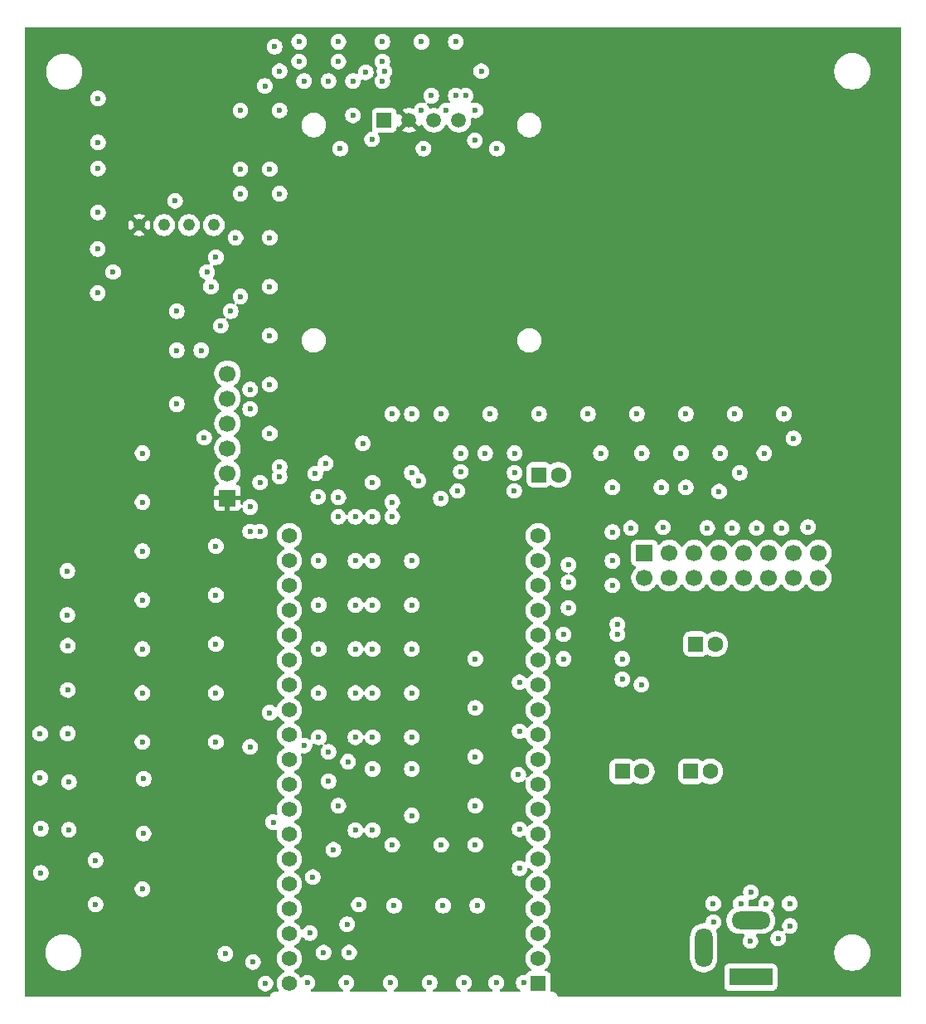
<source format=gbr>
G04 #@! TF.GenerationSoftware,KiCad,Pcbnew,9.0.3*
G04 #@! TF.CreationDate,2025-11-14T23:27:14+05:00*
G04 #@! TF.ProjectId,Weather Station,57656174-6865-4722-9053-746174696f6e,rev?*
G04 #@! TF.SameCoordinates,Original*
G04 #@! TF.FileFunction,Copper,L3,Inr*
G04 #@! TF.FilePolarity,Positive*
%FSLAX46Y46*%
G04 Gerber Fmt 4.6, Leading zero omitted, Abs format (unit mm)*
G04 Created by KiCad (PCBNEW 9.0.3) date 2025-11-14 23:27:14*
%MOMM*%
%LPD*%
G01*
G04 APERTURE LIST*
G04 Aperture macros list*
%AMRoundRect*
0 Rectangle with rounded corners*
0 $1 Rounding radius*
0 $2 $3 $4 $5 $6 $7 $8 $9 X,Y pos of 4 corners*
0 Add a 4 corners polygon primitive as box body*
4,1,4,$2,$3,$4,$5,$6,$7,$8,$9,$2,$3,0*
0 Add four circle primitives for the rounded corners*
1,1,$1+$1,$2,$3*
1,1,$1+$1,$4,$5*
1,1,$1+$1,$6,$7*
1,1,$1+$1,$8,$9*
0 Add four rect primitives between the rounded corners*
20,1,$1+$1,$2,$3,$4,$5,0*
20,1,$1+$1,$4,$5,$6,$7,0*
20,1,$1+$1,$6,$7,$8,$9,0*
20,1,$1+$1,$8,$9,$2,$3,0*%
G04 Aperture macros list end*
G04 #@! TA.AperFunction,ComponentPad*
%ADD10R,1.700000X1.700000*%
G04 #@! TD*
G04 #@! TA.AperFunction,ComponentPad*
%ADD11C,1.700000*%
G04 #@! TD*
G04 #@! TA.AperFunction,ComponentPad*
%ADD12R,1.508000X1.508000*%
G04 #@! TD*
G04 #@! TA.AperFunction,ComponentPad*
%ADD13C,1.508000*%
G04 #@! TD*
G04 #@! TA.AperFunction,ComponentPad*
%ADD14C,1.220000*%
G04 #@! TD*
G04 #@! TA.AperFunction,ComponentPad*
%ADD15C,1.560000*%
G04 #@! TD*
G04 #@! TA.AperFunction,ComponentPad*
%ADD16R,1.560000X1.560000*%
G04 #@! TD*
G04 #@! TA.AperFunction,ComponentPad*
%ADD17C,1.600000*%
G04 #@! TD*
G04 #@! TA.AperFunction,ComponentPad*
%ADD18RoundRect,0.250000X-0.550000X-0.550000X0.550000X-0.550000X0.550000X0.550000X-0.550000X0.550000X0*%
G04 #@! TD*
G04 #@! TA.AperFunction,ComponentPad*
%ADD19R,4.400000X1.800000*%
G04 #@! TD*
G04 #@! TA.AperFunction,ComponentPad*
%ADD20O,4.000000X1.800000*%
G04 #@! TD*
G04 #@! TA.AperFunction,ComponentPad*
%ADD21O,1.800000X4.000000*%
G04 #@! TD*
G04 #@! TA.AperFunction,ViaPad*
%ADD22C,0.600000*%
G04 #@! TD*
G04 APERTURE END LIST*
D10*
X123270000Y-84200000D03*
D11*
X123270000Y-86740000D03*
X125810000Y-84200000D03*
X125810000Y-86740000D03*
X128350000Y-84200000D03*
X128350000Y-86740000D03*
X130890000Y-84200000D03*
X130890000Y-86740000D03*
X133430000Y-84200000D03*
X133430000Y-86740000D03*
X135970000Y-84200000D03*
X135970000Y-86740000D03*
X138510000Y-84200000D03*
X138510000Y-86740000D03*
X141050000Y-84200000D03*
X141050000Y-86740000D03*
D12*
X96690000Y-40000000D03*
D13*
X99230000Y-40000000D03*
X101770000Y-40000000D03*
X104310000Y-40000000D03*
D14*
X71654550Y-50710000D03*
X74194550Y-50710000D03*
X76734550Y-50710000D03*
X79274550Y-50710000D03*
D10*
X80680000Y-78570000D03*
D11*
X80680000Y-76030000D03*
X80680000Y-73490000D03*
X80680000Y-70950000D03*
X80680000Y-68410000D03*
X80680000Y-65870000D03*
D15*
X87000000Y-82440000D03*
X87000000Y-84980000D03*
X87000000Y-87520000D03*
X87000000Y-90060000D03*
X87000000Y-92600000D03*
X87000000Y-95140000D03*
X87000000Y-97680000D03*
X87000000Y-100220000D03*
X87000000Y-102760000D03*
X87000000Y-105300000D03*
X87000000Y-107840000D03*
X87000000Y-110380000D03*
X87000000Y-112920000D03*
X87000000Y-115460000D03*
X87000000Y-118000000D03*
X87000000Y-120540000D03*
X87000000Y-123080000D03*
X87000000Y-125620000D03*
X87000000Y-128160000D03*
X112400000Y-82440000D03*
X112400000Y-84980000D03*
X112400000Y-87520000D03*
X112400000Y-90060000D03*
X112400000Y-92600000D03*
X112400000Y-95140000D03*
X112400000Y-97680000D03*
X112400000Y-100220000D03*
X112400000Y-102760000D03*
X112400000Y-105300000D03*
X112400000Y-107840000D03*
X112400000Y-110380000D03*
X112400000Y-112920000D03*
X112400000Y-115460000D03*
X112400000Y-118000000D03*
X112400000Y-120540000D03*
X112400000Y-123080000D03*
X112400000Y-125620000D03*
D16*
X112400000Y-128160000D03*
D17*
X114500000Y-76200000D03*
D18*
X112500000Y-76200000D03*
X121000000Y-106500000D03*
D17*
X123000000Y-106500000D03*
D19*
X134125000Y-127500000D03*
D20*
X134125000Y-121700000D03*
D21*
X129325000Y-124500000D03*
D18*
X128500000Y-93500000D03*
D17*
X130500000Y-93500000D03*
D18*
X128000000Y-106500000D03*
D17*
X130000000Y-106500000D03*
D22*
X67450000Y-37775000D03*
X67450000Y-42275000D03*
X67450000Y-44925000D03*
X67450000Y-49425000D03*
X67425000Y-53150000D03*
X67425000Y-57650000D03*
X64325000Y-86025000D03*
X64325000Y-90525000D03*
X67200000Y-115575000D03*
X67200000Y-120075000D03*
X61625000Y-112350000D03*
X61625000Y-116850000D03*
X61550000Y-102650000D03*
X61550000Y-107150000D03*
X64375000Y-93675000D03*
X64375000Y-98175000D03*
X85350000Y-111675000D03*
X80450000Y-125125000D03*
X88525000Y-103850000D03*
X83275000Y-125950000D03*
X64475000Y-112450000D03*
X64500000Y-107575000D03*
X64350000Y-102625000D03*
X104175000Y-77850000D03*
X89650000Y-76075000D03*
X89925000Y-78475000D03*
X90700000Y-75050000D03*
X109975000Y-77850000D03*
X100175000Y-76800000D03*
X102475000Y-78625000D03*
X84550000Y-128150000D03*
X130325000Y-121875000D03*
X136925000Y-123550000D03*
X134075000Y-123825000D03*
X138125000Y-122275000D03*
X134125000Y-118825000D03*
X139975000Y-81550000D03*
X137250000Y-81650000D03*
X134725000Y-81650000D03*
X132225000Y-81650000D03*
X129675000Y-81625000D03*
X125175000Y-81575000D03*
X120500000Y-92500000D03*
X122950000Y-97625000D03*
X121000000Y-97100000D03*
X115500000Y-89800000D03*
X115500000Y-87200000D03*
X138100000Y-120000000D03*
X135700000Y-120000000D03*
X133100000Y-120000000D03*
X130300000Y-120000000D03*
X110925000Y-128075000D03*
X108125000Y-128075000D03*
X97325000Y-128075000D03*
X101325000Y-128075000D03*
X92825000Y-128075000D03*
X88825000Y-128075000D03*
X104825000Y-128075000D03*
X100700000Y-42900000D03*
X105950000Y-42075000D03*
X95450000Y-41950000D03*
X92200000Y-42900000D03*
X108200000Y-42900000D03*
X110500000Y-116400000D03*
X110500000Y-102400000D03*
X110500000Y-112400000D03*
X110500000Y-97400000D03*
X110375000Y-106825000D03*
X89100000Y-123000000D03*
X89400000Y-117300000D03*
X92900000Y-122100000D03*
X93100000Y-125000000D03*
X94100000Y-120100000D03*
X106200000Y-120200000D03*
X102700000Y-120200000D03*
X97700000Y-120200000D03*
X90000000Y-98500000D03*
X90000000Y-89500000D03*
X90000000Y-103000000D03*
X115000000Y-92500000D03*
X90000000Y-94000000D03*
X121000000Y-95000000D03*
X120500000Y-91500000D03*
X83000000Y-67500000D03*
X83000000Y-69500000D03*
X83000000Y-79500000D03*
X83000000Y-82000000D03*
X83000000Y-104000000D03*
X85000000Y-100500000D03*
X106000000Y-39000000D03*
X104000000Y-37500000D03*
X88500000Y-36000000D03*
X93500000Y-39500000D03*
X93500000Y-36000000D03*
X96500000Y-36000000D03*
X100500000Y-39000000D03*
X103000000Y-39000000D03*
X104000000Y-32000000D03*
X100500000Y-32000000D03*
X96500000Y-34000000D03*
X96500000Y-32000000D03*
X92000000Y-34000000D03*
X92000000Y-32000000D03*
X88000000Y-32000000D03*
X85500000Y-32500000D03*
X88000000Y-34000000D03*
X86000000Y-39000000D03*
X85000000Y-45000000D03*
X86000000Y-47500000D03*
X91000000Y-36000000D03*
X84500000Y-36500000D03*
X82000000Y-39000000D03*
X82000000Y-45000000D03*
X82000000Y-47500000D03*
X82000000Y-58000000D03*
X81500000Y-52000000D03*
X79500000Y-54000000D03*
X79000000Y-57000000D03*
X75500000Y-59500000D03*
X80000000Y-61000000D03*
X78000000Y-63500000D03*
X75500000Y-63500000D03*
X75500000Y-69000000D03*
X85000000Y-72000000D03*
X85000000Y-62000000D03*
X85000000Y-57000000D03*
X85000000Y-52000000D03*
X85000000Y-67000000D03*
X79500000Y-103500000D03*
X79500000Y-93500000D03*
X79500000Y-88500000D03*
X79500000Y-83500000D03*
X79500000Y-98500000D03*
X72000000Y-94000000D03*
X72000000Y-84000000D03*
X72000000Y-79000000D03*
X72000000Y-74000000D03*
X72000000Y-89000000D03*
X72000000Y-118500000D03*
X72125000Y-107250000D03*
X72000000Y-103500000D03*
X72000000Y-98500000D03*
X72100000Y-112850000D03*
X131000000Y-74000000D03*
X127000000Y-74000000D03*
X123000000Y-74000000D03*
X118800000Y-74000000D03*
X110000000Y-76000000D03*
X110000000Y-74000000D03*
X107000000Y-74000000D03*
X104500000Y-74000000D03*
X104500000Y-75900000D03*
X97500000Y-79000000D03*
X99500000Y-76000000D03*
X99500000Y-70000000D03*
X94500000Y-73000000D03*
X95500000Y-77000000D03*
X92000000Y-78500000D03*
X97500000Y-70000000D03*
X102500000Y-70000000D03*
X107500000Y-70000000D03*
X112500000Y-70000000D03*
X117500000Y-70000000D03*
X122500000Y-70000000D03*
X127500000Y-70000000D03*
X132500000Y-70000000D03*
X137500000Y-70000000D03*
X127500000Y-77500000D03*
X125000000Y-77500000D03*
X120000000Y-77500000D03*
X119999999Y-82061971D03*
X120000000Y-85000000D03*
X120000000Y-87500000D03*
X106000000Y-95000000D03*
X106000000Y-100000000D03*
X106000000Y-105000000D03*
X106000000Y-110000000D03*
X106000000Y-114000000D03*
X102500000Y-114000000D03*
X97500000Y-114000000D03*
X91500000Y-114500000D03*
X99500000Y-111000000D03*
X95500000Y-112500000D03*
X93750000Y-112500000D03*
X99500000Y-106250000D03*
X95500000Y-106250000D03*
X93000000Y-105500000D03*
X93750000Y-103000000D03*
X99500000Y-89500000D03*
X97500000Y-80500000D03*
X99500000Y-85000000D03*
X99500000Y-98500000D03*
X99500000Y-103000000D03*
X99500000Y-94000000D03*
X95500000Y-89500000D03*
X95500000Y-80500000D03*
X95500000Y-85000000D03*
X95500000Y-98500000D03*
X95500000Y-103000000D03*
X95500000Y-94000000D03*
X93750000Y-98500000D03*
X93750000Y-94000000D03*
X93750000Y-80500000D03*
X93750000Y-89500000D03*
X93750000Y-85000000D03*
X92000000Y-80500000D03*
X90000000Y-85000000D03*
X130890000Y-77930000D03*
X78300000Y-72425000D03*
X106600000Y-35000000D03*
X96700000Y-35000000D03*
X121875000Y-81650000D03*
X69000000Y-55500000D03*
X78600000Y-55500000D03*
X86000000Y-76400000D03*
X75325000Y-48225000D03*
X86000000Y-75400000D03*
X94800000Y-35100000D03*
X115500000Y-85400000D03*
X91800000Y-68700000D03*
X77700000Y-116500000D03*
X77700000Y-106500000D03*
X102800000Y-36800000D03*
X74900000Y-57300000D03*
X93000000Y-68700000D03*
X90600000Y-68700000D03*
X77700000Y-111500000D03*
X101500000Y-37500000D03*
X81000000Y-59500000D03*
X84000000Y-82000000D03*
X105000000Y-37500000D03*
X84000000Y-77000000D03*
X86000000Y-35000000D03*
X92000000Y-110000000D03*
X133000000Y-76000000D03*
X90500000Y-125000000D03*
X138500000Y-72500000D03*
X91000000Y-104500000D03*
X135500000Y-74000000D03*
X91000000Y-107500000D03*
X115000000Y-95000000D03*
G04 #@! TA.AperFunction,Conductor*
G36*
X149442539Y-30520185D02*
G01*
X149488294Y-30572989D01*
X149499500Y-30624500D01*
X149499500Y-129375500D01*
X149479815Y-129442539D01*
X149427011Y-129488294D01*
X149375500Y-129499500D01*
X114513170Y-129499500D01*
X114446131Y-129479815D01*
X114400376Y-129427011D01*
X114393395Y-129407593D01*
X114366391Y-129306812D01*
X114357563Y-129291521D01*
X114300500Y-129192686D01*
X114207314Y-129099500D01*
X114150250Y-129066554D01*
X114093187Y-129033608D01*
X114029539Y-129016554D01*
X113965892Y-128999500D01*
X113965891Y-128999500D01*
X113804500Y-128999500D01*
X113737461Y-128979815D01*
X113691706Y-128927011D01*
X113680500Y-128875500D01*
X113680499Y-127332129D01*
X113680498Y-127332123D01*
X113679819Y-127325810D01*
X113674091Y-127272517D01*
X113667195Y-127254029D01*
X113623797Y-127137671D01*
X113623793Y-127137664D01*
X113537547Y-127022455D01*
X113537544Y-127022452D01*
X113422335Y-126936206D01*
X113422328Y-126936202D01*
X113287482Y-126885908D01*
X113287483Y-126885908D01*
X113227883Y-126879501D01*
X113227881Y-126879500D01*
X113227873Y-126879500D01*
X113227865Y-126879500D01*
X113226597Y-126879500D01*
X113226313Y-126879416D01*
X113224548Y-126879322D01*
X113224570Y-126878904D01*
X113159558Y-126859815D01*
X113113803Y-126807011D01*
X113103859Y-126737853D01*
X113132884Y-126674297D01*
X113153708Y-126655184D01*
X113234190Y-126596711D01*
X113376711Y-126454190D01*
X113495182Y-126291129D01*
X113586686Y-126111542D01*
X113648970Y-125919851D01*
X113667873Y-125800500D01*
X113680500Y-125720783D01*
X113680500Y-125519216D01*
X113655044Y-125358501D01*
X113648970Y-125320149D01*
X113603519Y-125180264D01*
X113586687Y-125128460D01*
X113544752Y-125046158D01*
X113495182Y-124948871D01*
X113376711Y-124785810D01*
X113234190Y-124643289D01*
X113071129Y-124524818D01*
X112944867Y-124460484D01*
X112894072Y-124412510D01*
X112877277Y-124344690D01*
X112899814Y-124278555D01*
X112944868Y-124239515D01*
X112963030Y-124230261D01*
X113071129Y-124175182D01*
X113234190Y-124056711D01*
X113376711Y-123914190D01*
X113495182Y-123751129D01*
X113586686Y-123571542D01*
X113648970Y-123379851D01*
X113660714Y-123305703D01*
X113663237Y-123289778D01*
X127924500Y-123289778D01*
X127924500Y-125710222D01*
X127938799Y-125800499D01*
X127958985Y-125927952D01*
X128027103Y-126137603D01*
X128027104Y-126137606D01*
X128070481Y-126222736D01*
X128124720Y-126329185D01*
X128127187Y-126334025D01*
X128256752Y-126512358D01*
X128256756Y-126512363D01*
X128412636Y-126668243D01*
X128412641Y-126668247D01*
X128565790Y-126779515D01*
X128590978Y-126797815D01*
X128694377Y-126850500D01*
X128787393Y-126897895D01*
X128787396Y-126897896D01*
X128892221Y-126931955D01*
X128997049Y-126966015D01*
X129214778Y-127000500D01*
X129214779Y-127000500D01*
X129435221Y-127000500D01*
X129435222Y-127000500D01*
X129652951Y-126966015D01*
X129862606Y-126897895D01*
X130059022Y-126797815D01*
X130237365Y-126668242D01*
X130353472Y-126552135D01*
X131424500Y-126552135D01*
X131424500Y-128447870D01*
X131424501Y-128447876D01*
X131430908Y-128507483D01*
X131481202Y-128642328D01*
X131481206Y-128642335D01*
X131567452Y-128757544D01*
X131567455Y-128757547D01*
X131682664Y-128843793D01*
X131682671Y-128843797D01*
X131817517Y-128894091D01*
X131817516Y-128894091D01*
X131824444Y-128894835D01*
X131877127Y-128900500D01*
X136372872Y-128900499D01*
X136432483Y-128894091D01*
X136567331Y-128843796D01*
X136682546Y-128757546D01*
X136768796Y-128642331D01*
X136819091Y-128507483D01*
X136825500Y-128447873D01*
X136825499Y-126552128D01*
X136819091Y-126492517D01*
X136807070Y-126460288D01*
X136768797Y-126357671D01*
X136768793Y-126357664D01*
X136682547Y-126242455D01*
X136682544Y-126242452D01*
X136567335Y-126156206D01*
X136567328Y-126156202D01*
X136432482Y-126105908D01*
X136432483Y-126105908D01*
X136372883Y-126099501D01*
X136372881Y-126099500D01*
X136372873Y-126099500D01*
X136372864Y-126099500D01*
X131877129Y-126099500D01*
X131877123Y-126099501D01*
X131817516Y-126105908D01*
X131682671Y-126156202D01*
X131682664Y-126156206D01*
X131567455Y-126242452D01*
X131567452Y-126242455D01*
X131481206Y-126357664D01*
X131481202Y-126357671D01*
X131430908Y-126492517D01*
X131424501Y-126552116D01*
X131424501Y-126552123D01*
X131424500Y-126552135D01*
X130353472Y-126552135D01*
X130393242Y-126512365D01*
X130395259Y-126509587D01*
X130419721Y-126475921D01*
X130505633Y-126357671D01*
X130522815Y-126334022D01*
X130622895Y-126137606D01*
X130691015Y-125927951D01*
X130725500Y-125710222D01*
X130725500Y-124878711D01*
X142649500Y-124878711D01*
X142649500Y-125121288D01*
X142681161Y-125361785D01*
X142743947Y-125596104D01*
X142828611Y-125800500D01*
X142836776Y-125820212D01*
X142958064Y-126030289D01*
X142958066Y-126030292D01*
X142958067Y-126030293D01*
X143105733Y-126222736D01*
X143105739Y-126222743D01*
X143277256Y-126394260D01*
X143277263Y-126394266D01*
X143363305Y-126460288D01*
X143469711Y-126541936D01*
X143679788Y-126663224D01*
X143903900Y-126756054D01*
X144138211Y-126818838D01*
X144313539Y-126841920D01*
X144378711Y-126850500D01*
X144378712Y-126850500D01*
X144621289Y-126850500D01*
X144669388Y-126844167D01*
X144861789Y-126818838D01*
X145096100Y-126756054D01*
X145320212Y-126663224D01*
X145530289Y-126541936D01*
X145722738Y-126394265D01*
X145894265Y-126222738D01*
X146041936Y-126030289D01*
X146163224Y-125820212D01*
X146256054Y-125596100D01*
X146318838Y-125361789D01*
X146350500Y-125121288D01*
X146350500Y-124878712D01*
X146318838Y-124638211D01*
X146256054Y-124403900D01*
X146163224Y-124179788D01*
X146041936Y-123969711D01*
X145912096Y-123800500D01*
X145894266Y-123777263D01*
X145894260Y-123777256D01*
X145722743Y-123605739D01*
X145722736Y-123605733D01*
X145530293Y-123458067D01*
X145530292Y-123458066D01*
X145530289Y-123458064D01*
X145320212Y-123336776D01*
X145320205Y-123336773D01*
X145096104Y-123243947D01*
X144861785Y-123181161D01*
X144621289Y-123149500D01*
X144621288Y-123149500D01*
X144378712Y-123149500D01*
X144378711Y-123149500D01*
X144138214Y-123181161D01*
X143903895Y-123243947D01*
X143679794Y-123336773D01*
X143679785Y-123336777D01*
X143469706Y-123458067D01*
X143277263Y-123605733D01*
X143277256Y-123605739D01*
X143105739Y-123777256D01*
X143105733Y-123777263D01*
X142958067Y-123969706D01*
X142836777Y-124179785D01*
X142836773Y-124179794D01*
X142743947Y-124403895D01*
X142681161Y-124638214D01*
X142649500Y-124878711D01*
X130725500Y-124878711D01*
X130725500Y-123289778D01*
X130691015Y-123072049D01*
X130634403Y-122897812D01*
X130622896Y-122862396D01*
X130622893Y-122862389D01*
X130583609Y-122785292D01*
X130580996Y-122780165D01*
X130568100Y-122711497D01*
X130594375Y-122646756D01*
X130644029Y-122609309D01*
X130704172Y-122584397D01*
X130704172Y-122584396D01*
X130704179Y-122584394D01*
X130835289Y-122496789D01*
X130946789Y-122385289D01*
X131034394Y-122254179D01*
X131094737Y-122108497D01*
X131125500Y-121953842D01*
X131125500Y-121796158D01*
X131125500Y-121796155D01*
X131125499Y-121796153D01*
X131111681Y-121726686D01*
X131094737Y-121641503D01*
X131092118Y-121635181D01*
X131090950Y-121632360D01*
X131090949Y-121632358D01*
X131073312Y-121589778D01*
X131624500Y-121589778D01*
X131624500Y-121810222D01*
X131638058Y-121895821D01*
X131658985Y-122027952D01*
X131727103Y-122237603D01*
X131727104Y-122237606D01*
X131775075Y-122331752D01*
X131814369Y-122408870D01*
X131827187Y-122434025D01*
X131956752Y-122612358D01*
X131956756Y-122612363D01*
X132112636Y-122768243D01*
X132112641Y-122768247D01*
X132252329Y-122869735D01*
X132290978Y-122897815D01*
X132419375Y-122963237D01*
X132487393Y-122997895D01*
X132487396Y-122997896D01*
X132592221Y-123031955D01*
X132697049Y-123066015D01*
X132914778Y-123100500D01*
X133368059Y-123100500D01*
X133435098Y-123120185D01*
X133480853Y-123172989D01*
X133490797Y-123242147D01*
X133461772Y-123305703D01*
X133455740Y-123312181D01*
X133453213Y-123314707D01*
X133453210Y-123314711D01*
X133365609Y-123445814D01*
X133365602Y-123445827D01*
X133305264Y-123591498D01*
X133305261Y-123591510D01*
X133274500Y-123746153D01*
X133274500Y-123903846D01*
X133305261Y-124058489D01*
X133305264Y-124058501D01*
X133365602Y-124204172D01*
X133365609Y-124204185D01*
X133453210Y-124335288D01*
X133453213Y-124335292D01*
X133564707Y-124446786D01*
X133564711Y-124446789D01*
X133695814Y-124534390D01*
X133695827Y-124534397D01*
X133841498Y-124594735D01*
X133841503Y-124594737D01*
X133996153Y-124625499D01*
X133996156Y-124625500D01*
X133996158Y-124625500D01*
X134153844Y-124625500D01*
X134153845Y-124625499D01*
X134308497Y-124594737D01*
X134454179Y-124534394D01*
X134585289Y-124446789D01*
X134696789Y-124335289D01*
X134784394Y-124204179D01*
X134844737Y-124058497D01*
X134875500Y-123903842D01*
X134875500Y-123746158D01*
X134875500Y-123746155D01*
X134875499Y-123746153D01*
X134852165Y-123628846D01*
X134844737Y-123591503D01*
X134811099Y-123510292D01*
X134794887Y-123471153D01*
X136124500Y-123471153D01*
X136124500Y-123628846D01*
X136155261Y-123783489D01*
X136155264Y-123783501D01*
X136215602Y-123929172D01*
X136215609Y-123929185D01*
X136303210Y-124060288D01*
X136303213Y-124060292D01*
X136414707Y-124171786D01*
X136414711Y-124171789D01*
X136545814Y-124259390D01*
X136545827Y-124259397D01*
X136621181Y-124290609D01*
X136691503Y-124319737D01*
X136843644Y-124350000D01*
X136846153Y-124350499D01*
X136846156Y-124350500D01*
X136846158Y-124350500D01*
X137003844Y-124350500D01*
X137003845Y-124350499D01*
X137158497Y-124319737D01*
X137271166Y-124273067D01*
X137304172Y-124259397D01*
X137304172Y-124259396D01*
X137304179Y-124259394D01*
X137435289Y-124171789D01*
X137546789Y-124060289D01*
X137634394Y-123929179D01*
X137694737Y-123783497D01*
X137725500Y-123628842D01*
X137725500Y-123471158D01*
X137725500Y-123471155D01*
X137725499Y-123471153D01*
X137707204Y-123379179D01*
X137694737Y-123316503D01*
X137638677Y-123181161D01*
X137632664Y-123166644D01*
X137625195Y-123097175D01*
X137656470Y-123034696D01*
X137716559Y-122999044D01*
X137786384Y-123001538D01*
X137794677Y-123004631D01*
X137879359Y-123039707D01*
X137891503Y-123044737D01*
X138028799Y-123072047D01*
X138046153Y-123075499D01*
X138046156Y-123075500D01*
X138046158Y-123075500D01*
X138203844Y-123075500D01*
X138203845Y-123075499D01*
X138358497Y-123044737D01*
X138504179Y-122984394D01*
X138635289Y-122896789D01*
X138746789Y-122785289D01*
X138834394Y-122654179D01*
X138894737Y-122508497D01*
X138925500Y-122353842D01*
X138925500Y-122196158D01*
X138925500Y-122196155D01*
X138925499Y-122196153D01*
X138907027Y-122103289D01*
X138894737Y-122041503D01*
X138886308Y-122021153D01*
X138834397Y-121895827D01*
X138834390Y-121895814D01*
X138746789Y-121764711D01*
X138746786Y-121764707D01*
X138635292Y-121653213D01*
X138635288Y-121653210D01*
X138504185Y-121565609D01*
X138504172Y-121565602D01*
X138358501Y-121505264D01*
X138358489Y-121505261D01*
X138203845Y-121474500D01*
X138203842Y-121474500D01*
X138046158Y-121474500D01*
X138046155Y-121474500D01*
X137891510Y-121505261D01*
X137891498Y-121505264D01*
X137745827Y-121565602D01*
X137745814Y-121565609D01*
X137614711Y-121653210D01*
X137614707Y-121653213D01*
X137503213Y-121764707D01*
X137503210Y-121764711D01*
X137415609Y-121895814D01*
X137415602Y-121895827D01*
X137355264Y-122041498D01*
X137355261Y-122041510D01*
X137324500Y-122196153D01*
X137324500Y-122353846D01*
X137355261Y-122508489D01*
X137355264Y-122508501D01*
X137417335Y-122658355D01*
X137424804Y-122727824D01*
X137393528Y-122790303D01*
X137333439Y-122825955D01*
X137263614Y-122823461D01*
X137255322Y-122820368D01*
X137158501Y-122780264D01*
X137158489Y-122780261D01*
X137003845Y-122749500D01*
X137003842Y-122749500D01*
X136846158Y-122749500D01*
X136846155Y-122749500D01*
X136691510Y-122780261D01*
X136691498Y-122780264D01*
X136545827Y-122840602D01*
X136545814Y-122840609D01*
X136414711Y-122928210D01*
X136414707Y-122928213D01*
X136303213Y-123039707D01*
X136303210Y-123039711D01*
X136215609Y-123170814D01*
X136215602Y-123170827D01*
X136155264Y-123316498D01*
X136155261Y-123316510D01*
X136124500Y-123471153D01*
X134794887Y-123471153D01*
X134784397Y-123445827D01*
X134784390Y-123445814D01*
X134696789Y-123314711D01*
X134696786Y-123314707D01*
X134694260Y-123312181D01*
X134693359Y-123310531D01*
X134692924Y-123310001D01*
X134693024Y-123309918D01*
X134660775Y-123250858D01*
X134665759Y-123181166D01*
X134707631Y-123125233D01*
X134773095Y-123100816D01*
X134781941Y-123100500D01*
X135335221Y-123100500D01*
X135335222Y-123100500D01*
X135552951Y-123066015D01*
X135762606Y-122997895D01*
X135959022Y-122897815D01*
X136137365Y-122768242D01*
X136293242Y-122612365D01*
X136422815Y-122434022D01*
X136522895Y-122237606D01*
X136591015Y-122027951D01*
X136625500Y-121810222D01*
X136625500Y-121589778D01*
X136591015Y-121372049D01*
X136552403Y-121253211D01*
X136522896Y-121162396D01*
X136522895Y-121162393D01*
X136478110Y-121074500D01*
X136422815Y-120965978D01*
X136375242Y-120900499D01*
X136293247Y-120787641D01*
X136293243Y-120787636D01*
X136256524Y-120750917D01*
X136223039Y-120689594D01*
X136228023Y-120619902D01*
X136256524Y-120575555D01*
X136321786Y-120510292D01*
X136321789Y-120510289D01*
X136409394Y-120379179D01*
X136469737Y-120233497D01*
X136500500Y-120078842D01*
X136500500Y-119921158D01*
X136500500Y-119921155D01*
X136500499Y-119921153D01*
X137299500Y-119921153D01*
X137299500Y-120078846D01*
X137330261Y-120233489D01*
X137330264Y-120233501D01*
X137390602Y-120379172D01*
X137390609Y-120379185D01*
X137478210Y-120510288D01*
X137478213Y-120510292D01*
X137589707Y-120621786D01*
X137589711Y-120621789D01*
X137720814Y-120709390D01*
X137720827Y-120709397D01*
X137821067Y-120750917D01*
X137866503Y-120769737D01*
X138021153Y-120800499D01*
X138021156Y-120800500D01*
X138021158Y-120800500D01*
X138178844Y-120800500D01*
X138178845Y-120800499D01*
X138333497Y-120769737D01*
X138479179Y-120709394D01*
X138610289Y-120621789D01*
X138721789Y-120510289D01*
X138809394Y-120379179D01*
X138869737Y-120233497D01*
X138900500Y-120078842D01*
X138900500Y-119921158D01*
X138900500Y-119921155D01*
X138900499Y-119921153D01*
X138884657Y-119841510D01*
X138869737Y-119766503D01*
X138850812Y-119720814D01*
X138809397Y-119620827D01*
X138809390Y-119620814D01*
X138721789Y-119489711D01*
X138721786Y-119489707D01*
X138610292Y-119378213D01*
X138610288Y-119378210D01*
X138479185Y-119290609D01*
X138479172Y-119290602D01*
X138333501Y-119230264D01*
X138333489Y-119230261D01*
X138178845Y-119199500D01*
X138178842Y-119199500D01*
X138021158Y-119199500D01*
X138021155Y-119199500D01*
X137866510Y-119230261D01*
X137866498Y-119230264D01*
X137720827Y-119290602D01*
X137720814Y-119290609D01*
X137589711Y-119378210D01*
X137589707Y-119378213D01*
X137478213Y-119489707D01*
X137478210Y-119489711D01*
X137390609Y-119620814D01*
X137390602Y-119620827D01*
X137330264Y-119766498D01*
X137330261Y-119766510D01*
X137299500Y-119921153D01*
X136500499Y-119921153D01*
X136484657Y-119841510D01*
X136469737Y-119766503D01*
X136450812Y-119720814D01*
X136409397Y-119620827D01*
X136409390Y-119620814D01*
X136321789Y-119489711D01*
X136321786Y-119489707D01*
X136210292Y-119378213D01*
X136210288Y-119378210D01*
X136079185Y-119290609D01*
X136079172Y-119290602D01*
X135933501Y-119230264D01*
X135933489Y-119230261D01*
X135778845Y-119199500D01*
X135778842Y-119199500D01*
X135621158Y-119199500D01*
X135621155Y-119199500D01*
X135466510Y-119230261D01*
X135466498Y-119230264D01*
X135320827Y-119290602D01*
X135320814Y-119290609D01*
X135189711Y-119378210D01*
X135189707Y-119378213D01*
X135078213Y-119489707D01*
X135078210Y-119489711D01*
X134990609Y-119620814D01*
X134990602Y-119620827D01*
X134930264Y-119766498D01*
X134930261Y-119766510D01*
X134899500Y-119921153D01*
X134899500Y-120078846D01*
X134913914Y-120151309D01*
X134907687Y-120220900D01*
X134864824Y-120276078D01*
X134798934Y-120299322D01*
X134792297Y-120299500D01*
X134007703Y-120299500D01*
X133940664Y-120279815D01*
X133894909Y-120227011D01*
X133884965Y-120157853D01*
X133886086Y-120151309D01*
X133900499Y-120078846D01*
X133900500Y-120078844D01*
X133900500Y-119921155D01*
X133869471Y-119765167D01*
X133875698Y-119695575D01*
X133918561Y-119640398D01*
X133984450Y-119617153D01*
X134015279Y-119619357D01*
X134028106Y-119621909D01*
X134046157Y-119625500D01*
X134046158Y-119625500D01*
X134203844Y-119625500D01*
X134203845Y-119625499D01*
X134358497Y-119594737D01*
X134504179Y-119534394D01*
X134635289Y-119446789D01*
X134746789Y-119335289D01*
X134834394Y-119204179D01*
X134894737Y-119058497D01*
X134925500Y-118903842D01*
X134925500Y-118746158D01*
X134925500Y-118746155D01*
X134925499Y-118746153D01*
X134894738Y-118591510D01*
X134894737Y-118591503D01*
X134853331Y-118491539D01*
X134834397Y-118445827D01*
X134834390Y-118445814D01*
X134746789Y-118314711D01*
X134746786Y-118314707D01*
X134635292Y-118203213D01*
X134635288Y-118203210D01*
X134504185Y-118115609D01*
X134504172Y-118115602D01*
X134358501Y-118055264D01*
X134358489Y-118055261D01*
X134203845Y-118024500D01*
X134203842Y-118024500D01*
X134046158Y-118024500D01*
X134046155Y-118024500D01*
X133891510Y-118055261D01*
X133891498Y-118055264D01*
X133745827Y-118115602D01*
X133745814Y-118115609D01*
X133614711Y-118203210D01*
X133614707Y-118203213D01*
X133503213Y-118314707D01*
X133503210Y-118314711D01*
X133415609Y-118445814D01*
X133415602Y-118445827D01*
X133355264Y-118591498D01*
X133355261Y-118591510D01*
X133324500Y-118746153D01*
X133324500Y-118903846D01*
X133355528Y-119059833D01*
X133349301Y-119129424D01*
X133306438Y-119184602D01*
X133240548Y-119207846D01*
X133209721Y-119205642D01*
X133178842Y-119199500D01*
X133021158Y-119199500D01*
X133021155Y-119199500D01*
X132866510Y-119230261D01*
X132866498Y-119230264D01*
X132720827Y-119290602D01*
X132720814Y-119290609D01*
X132589711Y-119378210D01*
X132589707Y-119378213D01*
X132478213Y-119489707D01*
X132478210Y-119489711D01*
X132390609Y-119620814D01*
X132390602Y-119620827D01*
X132330264Y-119766498D01*
X132330261Y-119766510D01*
X132299500Y-119921153D01*
X132299500Y-120078846D01*
X132330261Y-120233489D01*
X132330264Y-120233501D01*
X132371450Y-120332933D01*
X132378919Y-120402402D01*
X132347644Y-120464881D01*
X132313188Y-120490868D01*
X132290972Y-120502188D01*
X132112641Y-120631752D01*
X132112636Y-120631756D01*
X131956756Y-120787636D01*
X131956752Y-120787641D01*
X131827187Y-120965974D01*
X131727104Y-121162393D01*
X131727103Y-121162396D01*
X131658985Y-121372047D01*
X131642170Y-121478213D01*
X131624500Y-121589778D01*
X131073312Y-121589778D01*
X131034397Y-121495827D01*
X131034390Y-121495814D01*
X130946789Y-121364711D01*
X130946786Y-121364707D01*
X130835292Y-121253213D01*
X130835288Y-121253210D01*
X130704185Y-121165609D01*
X130704172Y-121165602D01*
X130558501Y-121105264D01*
X130558489Y-121105261D01*
X130403845Y-121074500D01*
X130403842Y-121074500D01*
X130246158Y-121074500D01*
X130246155Y-121074500D01*
X130091510Y-121105261D01*
X130091498Y-121105264D01*
X129945827Y-121165602D01*
X129945814Y-121165609D01*
X129814711Y-121253210D01*
X129814707Y-121253213D01*
X129703213Y-121364707D01*
X129703210Y-121364711D01*
X129615609Y-121495814D01*
X129615602Y-121495827D01*
X129555264Y-121641498D01*
X129555261Y-121641510D01*
X129524500Y-121796153D01*
X129524500Y-121875500D01*
X129504815Y-121942539D01*
X129452011Y-121988294D01*
X129400500Y-121999500D01*
X129214778Y-121999500D01*
X129142201Y-122010995D01*
X128997047Y-122033985D01*
X128787396Y-122102103D01*
X128787393Y-122102104D01*
X128590974Y-122202187D01*
X128412641Y-122331752D01*
X128412636Y-122331756D01*
X128256756Y-122487636D01*
X128256752Y-122487641D01*
X128127187Y-122665974D01*
X128027104Y-122862393D01*
X128027103Y-122862396D01*
X127958985Y-123072047D01*
X127938211Y-123203211D01*
X127924500Y-123289778D01*
X113663237Y-123289778D01*
X113667081Y-123265507D01*
X113667081Y-123265506D01*
X113680500Y-123180783D01*
X113680500Y-122979216D01*
X113650578Y-122790303D01*
X113648970Y-122780149D01*
X113599344Y-122627416D01*
X113586687Y-122588460D01*
X113535317Y-122487641D01*
X113495182Y-122408871D01*
X113376711Y-122245810D01*
X113234190Y-122103289D01*
X113071129Y-121984818D01*
X112944867Y-121920484D01*
X112894072Y-121872510D01*
X112877277Y-121804690D01*
X112899814Y-121738555D01*
X112944868Y-121699515D01*
X113071129Y-121635182D01*
X113234190Y-121516711D01*
X113376711Y-121374190D01*
X113495182Y-121211129D01*
X113586686Y-121031542D01*
X113648970Y-120839851D01*
X113669632Y-120709397D01*
X113680500Y-120640783D01*
X113680500Y-120439216D01*
X113655099Y-120278846D01*
X113648970Y-120240149D01*
X113596559Y-120078844D01*
X113586687Y-120048460D01*
X113547403Y-119971361D01*
X113544925Y-119966498D01*
X113521821Y-119921153D01*
X129499500Y-119921153D01*
X129499500Y-120078846D01*
X129530261Y-120233489D01*
X129530264Y-120233501D01*
X129590602Y-120379172D01*
X129590609Y-120379185D01*
X129678210Y-120510288D01*
X129678213Y-120510292D01*
X129789707Y-120621786D01*
X129789711Y-120621789D01*
X129920814Y-120709390D01*
X129920827Y-120709397D01*
X130021067Y-120750917D01*
X130066503Y-120769737D01*
X130221153Y-120800499D01*
X130221156Y-120800500D01*
X130221158Y-120800500D01*
X130378844Y-120800500D01*
X130378845Y-120800499D01*
X130533497Y-120769737D01*
X130679179Y-120709394D01*
X130810289Y-120621789D01*
X130921789Y-120510289D01*
X131009394Y-120379179D01*
X131069737Y-120233497D01*
X131100500Y-120078842D01*
X131100500Y-119921158D01*
X131100500Y-119921155D01*
X131100499Y-119921153D01*
X131084657Y-119841510D01*
X131069737Y-119766503D01*
X131050812Y-119720814D01*
X131009397Y-119620827D01*
X131009390Y-119620814D01*
X130921789Y-119489711D01*
X130921786Y-119489707D01*
X130810292Y-119378213D01*
X130810288Y-119378210D01*
X130679185Y-119290609D01*
X130679172Y-119290602D01*
X130533501Y-119230264D01*
X130533489Y-119230261D01*
X130378845Y-119199500D01*
X130378842Y-119199500D01*
X130221158Y-119199500D01*
X130221155Y-119199500D01*
X130066510Y-119230261D01*
X130066498Y-119230264D01*
X129920827Y-119290602D01*
X129920814Y-119290609D01*
X129789711Y-119378210D01*
X129789707Y-119378213D01*
X129678213Y-119489707D01*
X129678210Y-119489711D01*
X129590609Y-119620814D01*
X129590602Y-119620827D01*
X129530264Y-119766498D01*
X129530261Y-119766510D01*
X129499500Y-119921153D01*
X113521821Y-119921153D01*
X113495182Y-119868871D01*
X113376711Y-119705810D01*
X113234190Y-119563289D01*
X113071129Y-119444818D01*
X112944867Y-119380484D01*
X112894072Y-119332510D01*
X112877277Y-119264690D01*
X112899814Y-119198555D01*
X112944868Y-119159515D01*
X113071129Y-119095182D01*
X113234190Y-118976711D01*
X113376711Y-118834190D01*
X113495182Y-118671129D01*
X113586686Y-118491542D01*
X113648970Y-118299851D01*
X113677327Y-118120814D01*
X113680500Y-118100783D01*
X113680500Y-117899216D01*
X113662156Y-117783408D01*
X113648970Y-117700149D01*
X113586686Y-117508458D01*
X113495182Y-117328871D01*
X113376711Y-117165810D01*
X113234190Y-117023289D01*
X113071129Y-116904818D01*
X112944867Y-116840484D01*
X112894072Y-116792510D01*
X112877277Y-116724690D01*
X112899814Y-116658555D01*
X112944868Y-116619515D01*
X112950766Y-116616510D01*
X113071129Y-116555182D01*
X113234190Y-116436711D01*
X113376711Y-116294190D01*
X113495182Y-116131129D01*
X113586686Y-115951542D01*
X113648970Y-115759851D01*
X113673408Y-115605555D01*
X113680500Y-115560783D01*
X113680500Y-115359216D01*
X113656770Y-115209397D01*
X113648970Y-115160149D01*
X113600278Y-115010289D01*
X113586687Y-114968460D01*
X113541196Y-114879179D01*
X113495182Y-114788871D01*
X113376711Y-114625810D01*
X113234190Y-114483289D01*
X113071129Y-114364818D01*
X112944867Y-114300484D01*
X112894072Y-114252510D01*
X112877277Y-114184690D01*
X112899814Y-114118555D01*
X112944868Y-114079515D01*
X112946189Y-114078842D01*
X113071129Y-114015182D01*
X113234190Y-113896711D01*
X113376711Y-113754190D01*
X113495182Y-113591129D01*
X113586686Y-113411542D01*
X113648970Y-113219851D01*
X113670566Y-113083501D01*
X113680500Y-113020783D01*
X113680500Y-112819216D01*
X113659003Y-112683497D01*
X113648970Y-112620149D01*
X113601971Y-112475499D01*
X113586687Y-112428460D01*
X113522886Y-112303244D01*
X113495182Y-112248871D01*
X113376711Y-112085810D01*
X113234190Y-111943289D01*
X113071129Y-111824818D01*
X112944867Y-111760484D01*
X112894072Y-111712510D01*
X112877277Y-111644690D01*
X112899814Y-111578555D01*
X112944868Y-111539515D01*
X113071129Y-111475182D01*
X113234190Y-111356711D01*
X113376711Y-111214190D01*
X113495182Y-111051129D01*
X113586686Y-110871542D01*
X113648970Y-110679851D01*
X113665214Y-110577289D01*
X113680500Y-110480783D01*
X113680500Y-110279216D01*
X113662156Y-110163408D01*
X113648970Y-110080149D01*
X113597309Y-109921153D01*
X113586687Y-109888460D01*
X113495181Y-109708870D01*
X113376711Y-109545810D01*
X113234190Y-109403289D01*
X113071129Y-109284818D01*
X112944867Y-109220484D01*
X112894072Y-109172510D01*
X112877277Y-109104690D01*
X112899814Y-109038555D01*
X112944868Y-108999515D01*
X113071129Y-108935182D01*
X113234190Y-108816711D01*
X113376711Y-108674190D01*
X113495182Y-108511129D01*
X113586686Y-108331542D01*
X113648970Y-108139851D01*
X113667994Y-108019737D01*
X113680500Y-107940783D01*
X113680500Y-107739216D01*
X113662156Y-107623408D01*
X113648970Y-107540149D01*
X113610306Y-107421153D01*
X113586687Y-107348460D01*
X113544925Y-107266498D01*
X113495182Y-107168871D01*
X113376711Y-107005810D01*
X113234190Y-106863289D01*
X113071129Y-106744818D01*
X112944867Y-106680484D01*
X112894072Y-106632510D01*
X112877277Y-106564690D01*
X112899814Y-106498555D01*
X112944868Y-106459515D01*
X113071129Y-106395182D01*
X113234190Y-106276711D01*
X113376711Y-106134190D01*
X113495182Y-105971129D01*
X113531433Y-105899983D01*
X119699500Y-105899983D01*
X119699500Y-107100001D01*
X119699501Y-107100018D01*
X119710000Y-107202796D01*
X119710001Y-107202799D01*
X119755448Y-107339946D01*
X119765186Y-107369334D01*
X119857288Y-107518656D01*
X119981344Y-107642712D01*
X120130666Y-107734814D01*
X120297203Y-107789999D01*
X120399991Y-107800500D01*
X121600008Y-107800499D01*
X121702797Y-107789999D01*
X121869334Y-107734814D01*
X122018656Y-107642712D01*
X122087524Y-107573843D01*
X122148843Y-107540361D01*
X122218535Y-107545345D01*
X122248082Y-107561206D01*
X122318390Y-107612287D01*
X122399946Y-107653842D01*
X122500776Y-107705218D01*
X122500778Y-107705218D01*
X122500781Y-107705220D01*
X122587784Y-107733489D01*
X122695465Y-107768477D01*
X122796557Y-107784488D01*
X122897648Y-107800500D01*
X122897649Y-107800500D01*
X123102351Y-107800500D01*
X123102352Y-107800500D01*
X123304534Y-107768477D01*
X123499219Y-107705220D01*
X123681610Y-107612287D01*
X123774590Y-107544732D01*
X123847213Y-107491971D01*
X123847215Y-107491968D01*
X123847219Y-107491966D01*
X123991966Y-107347219D01*
X123991968Y-107347215D01*
X123991971Y-107347213D01*
X124077968Y-107228846D01*
X124112287Y-107181610D01*
X124205220Y-106999219D01*
X124268477Y-106804534D01*
X124300500Y-106602352D01*
X124300500Y-106397648D01*
X124280240Y-106269735D01*
X124268477Y-106195465D01*
X124230110Y-106077385D01*
X124205220Y-106000781D01*
X124205218Y-106000778D01*
X124205218Y-106000776D01*
X124180940Y-105953129D01*
X124153861Y-105899983D01*
X126699500Y-105899983D01*
X126699500Y-107100001D01*
X126699501Y-107100018D01*
X126710000Y-107202796D01*
X126710001Y-107202799D01*
X126755448Y-107339946D01*
X126765186Y-107369334D01*
X126857288Y-107518656D01*
X126981344Y-107642712D01*
X127130666Y-107734814D01*
X127297203Y-107789999D01*
X127399991Y-107800500D01*
X128600008Y-107800499D01*
X128702797Y-107789999D01*
X128869334Y-107734814D01*
X129018656Y-107642712D01*
X129087524Y-107573843D01*
X129148843Y-107540361D01*
X129218535Y-107545345D01*
X129248082Y-107561206D01*
X129318390Y-107612287D01*
X129399946Y-107653842D01*
X129500776Y-107705218D01*
X129500778Y-107705218D01*
X129500781Y-107705220D01*
X129587784Y-107733489D01*
X129695465Y-107768477D01*
X129796557Y-107784488D01*
X129897648Y-107800500D01*
X129897649Y-107800500D01*
X130102351Y-107800500D01*
X130102352Y-107800500D01*
X130304534Y-107768477D01*
X130499219Y-107705220D01*
X130681610Y-107612287D01*
X130774590Y-107544732D01*
X130847213Y-107491971D01*
X130847215Y-107491968D01*
X130847219Y-107491966D01*
X130991966Y-107347219D01*
X130991968Y-107347215D01*
X130991971Y-107347213D01*
X131077968Y-107228846D01*
X131112287Y-107181610D01*
X131205220Y-106999219D01*
X131268477Y-106804534D01*
X131300500Y-106602352D01*
X131300500Y-106397648D01*
X131280240Y-106269735D01*
X131268477Y-106195465D01*
X131230110Y-106077385D01*
X131205220Y-106000781D01*
X131205218Y-106000778D01*
X131205218Y-106000776D01*
X131153865Y-105899991D01*
X131112287Y-105818390D01*
X131076939Y-105769737D01*
X130991971Y-105652786D01*
X130847213Y-105508028D01*
X130681613Y-105387715D01*
X130681612Y-105387714D01*
X130681610Y-105387713D01*
X130621896Y-105357287D01*
X130499223Y-105294781D01*
X130304534Y-105231522D01*
X130129995Y-105203878D01*
X130102352Y-105199500D01*
X129897648Y-105199500D01*
X129873329Y-105203351D01*
X129695465Y-105231522D01*
X129500776Y-105294781D01*
X129318391Y-105387712D01*
X129318383Y-105387717D01*
X129248085Y-105438790D01*
X129182279Y-105462269D01*
X129114225Y-105446442D01*
X129087521Y-105426153D01*
X129062146Y-105400778D01*
X129018656Y-105357288D01*
X128943995Y-105311237D01*
X128869336Y-105265187D01*
X128869331Y-105265185D01*
X128867862Y-105264698D01*
X128702797Y-105210001D01*
X128702795Y-105210000D01*
X128600010Y-105199500D01*
X127399998Y-105199500D01*
X127399981Y-105199501D01*
X127297203Y-105210000D01*
X127297200Y-105210001D01*
X127130668Y-105265185D01*
X127130663Y-105265187D01*
X126981342Y-105357289D01*
X126857289Y-105481342D01*
X126765187Y-105630663D01*
X126765186Y-105630666D01*
X126710001Y-105797203D01*
X126710001Y-105797204D01*
X126710000Y-105797204D01*
X126699500Y-105899983D01*
X124153861Y-105899983D01*
X124112287Y-105818390D01*
X124112285Y-105818387D01*
X124112284Y-105818385D01*
X123991971Y-105652786D01*
X123847213Y-105508028D01*
X123681613Y-105387715D01*
X123681612Y-105387714D01*
X123681610Y-105387713D01*
X123621896Y-105357287D01*
X123499223Y-105294781D01*
X123304534Y-105231522D01*
X123129995Y-105203878D01*
X123102352Y-105199500D01*
X122897648Y-105199500D01*
X122873329Y-105203351D01*
X122695465Y-105231522D01*
X122500776Y-105294781D01*
X122318391Y-105387712D01*
X122318383Y-105387717D01*
X122248085Y-105438790D01*
X122182279Y-105462269D01*
X122114225Y-105446442D01*
X122087521Y-105426153D01*
X122062146Y-105400778D01*
X122018656Y-105357288D01*
X121943995Y-105311237D01*
X121869336Y-105265187D01*
X121869331Y-105265185D01*
X121867862Y-105264698D01*
X121702797Y-105210001D01*
X121702795Y-105210000D01*
X121600010Y-105199500D01*
X120399998Y-105199500D01*
X120399981Y-105199501D01*
X120297203Y-105210000D01*
X120297200Y-105210001D01*
X120130668Y-105265185D01*
X120130663Y-105265187D01*
X119981342Y-105357289D01*
X119857289Y-105481342D01*
X119765187Y-105630663D01*
X119765186Y-105630666D01*
X119710001Y-105797203D01*
X119710001Y-105797204D01*
X119710000Y-105797204D01*
X119699500Y-105899983D01*
X113531433Y-105899983D01*
X113586686Y-105791542D01*
X113648970Y-105599851D01*
X113670761Y-105462269D01*
X113680500Y-105400783D01*
X113680500Y-105199216D01*
X113650576Y-105010292D01*
X113648970Y-105000149D01*
X113586686Y-104808458D01*
X113495182Y-104628871D01*
X113376711Y-104465810D01*
X113234190Y-104323289D01*
X113071129Y-104204818D01*
X112944867Y-104140484D01*
X112894072Y-104092510D01*
X112877277Y-104024690D01*
X112899814Y-103958555D01*
X112944868Y-103919515D01*
X113071129Y-103855182D01*
X113234190Y-103736711D01*
X113376711Y-103594190D01*
X113495182Y-103431129D01*
X113586686Y-103251542D01*
X113648970Y-103059851D01*
X113670937Y-102921158D01*
X113680500Y-102860783D01*
X113680500Y-102659216D01*
X113653652Y-102489711D01*
X113648970Y-102460149D01*
X113603808Y-102321153D01*
X113586687Y-102268460D01*
X113495181Y-102088870D01*
X113376711Y-101925810D01*
X113234190Y-101783289D01*
X113071129Y-101664818D01*
X112944867Y-101600484D01*
X112894072Y-101552510D01*
X112877277Y-101484690D01*
X112899814Y-101418555D01*
X112944868Y-101379515D01*
X113071129Y-101315182D01*
X113234190Y-101196711D01*
X113376711Y-101054190D01*
X113495182Y-100891129D01*
X113586686Y-100711542D01*
X113648970Y-100519851D01*
X113665214Y-100417289D01*
X113680500Y-100320783D01*
X113680500Y-100119216D01*
X113662156Y-100003408D01*
X113648970Y-99920149D01*
X113587273Y-99730264D01*
X113586687Y-99728460D01*
X113531842Y-99620821D01*
X113495182Y-99548871D01*
X113376711Y-99385810D01*
X113234190Y-99243289D01*
X113071129Y-99124818D01*
X112944867Y-99060484D01*
X112894072Y-99012510D01*
X112877277Y-98944690D01*
X112899814Y-98878555D01*
X112944868Y-98839515D01*
X113071129Y-98775182D01*
X113234190Y-98656711D01*
X113376711Y-98514190D01*
X113495182Y-98351129D01*
X113586686Y-98171542D01*
X113648970Y-97979851D01*
X113668192Y-97858489D01*
X113680500Y-97780783D01*
X113680500Y-97579216D01*
X113662156Y-97463408D01*
X113648970Y-97380149D01*
X113586686Y-97188458D01*
X113501440Y-97021153D01*
X120199500Y-97021153D01*
X120199500Y-97178846D01*
X120230261Y-97333489D01*
X120230264Y-97333501D01*
X120290602Y-97479172D01*
X120290609Y-97479185D01*
X120378210Y-97610288D01*
X120378213Y-97610292D01*
X120489707Y-97721786D01*
X120489711Y-97721789D01*
X120620814Y-97809390D01*
X120620827Y-97809397D01*
X120766498Y-97869735D01*
X120766503Y-97869737D01*
X120921153Y-97900499D01*
X120921156Y-97900500D01*
X120921158Y-97900500D01*
X121078844Y-97900500D01*
X121078845Y-97900499D01*
X121233497Y-97869737D01*
X121379179Y-97809394D01*
X121510289Y-97721789D01*
X121621789Y-97610289D01*
X121664643Y-97546153D01*
X122149500Y-97546153D01*
X122149500Y-97703846D01*
X122180261Y-97858489D01*
X122180264Y-97858501D01*
X122240602Y-98004172D01*
X122240609Y-98004185D01*
X122328210Y-98135288D01*
X122328213Y-98135292D01*
X122439707Y-98246786D01*
X122439711Y-98246789D01*
X122570814Y-98334390D01*
X122570827Y-98334397D01*
X122707174Y-98390873D01*
X122716503Y-98394737D01*
X122871153Y-98425499D01*
X122871156Y-98425500D01*
X122871158Y-98425500D01*
X123028844Y-98425500D01*
X123028845Y-98425499D01*
X123183497Y-98394737D01*
X123329179Y-98334394D01*
X123460289Y-98246789D01*
X123571789Y-98135289D01*
X123659394Y-98004179D01*
X123665389Y-97989707D01*
X123698284Y-97910289D01*
X123719737Y-97858497D01*
X123750500Y-97703842D01*
X123750500Y-97546158D01*
X123750500Y-97546155D01*
X123750499Y-97546153D01*
X123737176Y-97479174D01*
X123719737Y-97391503D01*
X123695712Y-97333501D01*
X123659397Y-97245827D01*
X123659390Y-97245814D01*
X123571789Y-97114711D01*
X123571786Y-97114707D01*
X123460292Y-97003213D01*
X123460288Y-97003210D01*
X123329185Y-96915609D01*
X123329172Y-96915602D01*
X123183501Y-96855264D01*
X123183489Y-96855261D01*
X123028845Y-96824500D01*
X123028842Y-96824500D01*
X122871158Y-96824500D01*
X122871155Y-96824500D01*
X122716510Y-96855261D01*
X122716498Y-96855264D01*
X122570827Y-96915602D01*
X122570814Y-96915609D01*
X122439711Y-97003210D01*
X122439707Y-97003213D01*
X122328213Y-97114707D01*
X122328210Y-97114711D01*
X122240609Y-97245814D01*
X122240602Y-97245827D01*
X122180264Y-97391498D01*
X122180261Y-97391510D01*
X122149500Y-97546153D01*
X121664643Y-97546153D01*
X121709394Y-97479179D01*
X121769737Y-97333497D01*
X121800500Y-97178842D01*
X121800500Y-97021158D01*
X121800500Y-97021155D01*
X121800499Y-97021153D01*
X121784173Y-96939077D01*
X121769737Y-96866503D01*
X121765081Y-96855263D01*
X121709397Y-96720827D01*
X121709390Y-96720814D01*
X121621789Y-96589711D01*
X121621786Y-96589707D01*
X121510292Y-96478213D01*
X121510288Y-96478210D01*
X121379185Y-96390609D01*
X121379172Y-96390602D01*
X121233501Y-96330264D01*
X121233489Y-96330261D01*
X121078845Y-96299500D01*
X121078842Y-96299500D01*
X120921158Y-96299500D01*
X120921155Y-96299500D01*
X120766510Y-96330261D01*
X120766498Y-96330264D01*
X120620827Y-96390602D01*
X120620814Y-96390609D01*
X120489711Y-96478210D01*
X120489707Y-96478213D01*
X120378213Y-96589707D01*
X120378210Y-96589711D01*
X120290609Y-96720814D01*
X120290602Y-96720827D01*
X120230264Y-96866498D01*
X120230261Y-96866510D01*
X120199500Y-97021153D01*
X113501440Y-97021153D01*
X113495182Y-97008871D01*
X113376711Y-96845810D01*
X113234190Y-96703289D01*
X113071129Y-96584818D01*
X112944867Y-96520484D01*
X112894072Y-96472510D01*
X112877277Y-96404690D01*
X112899814Y-96338555D01*
X112944868Y-96299515D01*
X113071129Y-96235182D01*
X113234190Y-96116711D01*
X113376711Y-95974190D01*
X113495182Y-95811129D01*
X113586686Y-95631542D01*
X113648970Y-95439851D01*
X113665214Y-95337289D01*
X113680500Y-95240783D01*
X113680500Y-95039217D01*
X113663908Y-94934465D01*
X113663908Y-94934464D01*
X113663850Y-94934102D01*
X113661799Y-94921153D01*
X114199500Y-94921153D01*
X114199500Y-95078846D01*
X114230261Y-95233489D01*
X114230264Y-95233501D01*
X114290602Y-95379172D01*
X114290609Y-95379185D01*
X114378210Y-95510288D01*
X114378213Y-95510292D01*
X114489707Y-95621786D01*
X114489711Y-95621789D01*
X114620814Y-95709390D01*
X114620827Y-95709397D01*
X114766498Y-95769735D01*
X114766503Y-95769737D01*
X114921153Y-95800499D01*
X114921156Y-95800500D01*
X114921158Y-95800500D01*
X115078844Y-95800500D01*
X115078845Y-95800499D01*
X115233497Y-95769737D01*
X115379179Y-95709394D01*
X115510289Y-95621789D01*
X115621789Y-95510289D01*
X115709394Y-95379179D01*
X115769737Y-95233497D01*
X115800500Y-95078842D01*
X115800500Y-94921158D01*
X115800500Y-94921155D01*
X115800499Y-94921153D01*
X120199500Y-94921153D01*
X120199500Y-95078846D01*
X120230261Y-95233489D01*
X120230264Y-95233501D01*
X120290602Y-95379172D01*
X120290609Y-95379185D01*
X120378210Y-95510288D01*
X120378213Y-95510292D01*
X120489707Y-95621786D01*
X120489711Y-95621789D01*
X120620814Y-95709390D01*
X120620827Y-95709397D01*
X120766498Y-95769735D01*
X120766503Y-95769737D01*
X120921153Y-95800499D01*
X120921156Y-95800500D01*
X120921158Y-95800500D01*
X121078844Y-95800500D01*
X121078845Y-95800499D01*
X121233497Y-95769737D01*
X121379179Y-95709394D01*
X121510289Y-95621789D01*
X121621789Y-95510289D01*
X121709394Y-95379179D01*
X121769737Y-95233497D01*
X121800500Y-95078842D01*
X121800500Y-94921158D01*
X121800500Y-94921155D01*
X121800499Y-94921153D01*
X121775097Y-94793449D01*
X121769737Y-94766503D01*
X121744352Y-94705218D01*
X121709397Y-94620827D01*
X121709390Y-94620814D01*
X121621789Y-94489711D01*
X121621786Y-94489707D01*
X121510292Y-94378213D01*
X121510288Y-94378210D01*
X121379185Y-94290609D01*
X121379172Y-94290602D01*
X121233501Y-94230264D01*
X121233489Y-94230261D01*
X121078845Y-94199500D01*
X121078842Y-94199500D01*
X120921158Y-94199500D01*
X120921155Y-94199500D01*
X120766510Y-94230261D01*
X120766498Y-94230264D01*
X120620827Y-94290602D01*
X120620814Y-94290609D01*
X120489711Y-94378210D01*
X120489707Y-94378213D01*
X120378213Y-94489707D01*
X120378210Y-94489711D01*
X120290609Y-94620814D01*
X120290602Y-94620827D01*
X120230264Y-94766498D01*
X120230261Y-94766510D01*
X120199500Y-94921153D01*
X115800499Y-94921153D01*
X115775097Y-94793449D01*
X115769737Y-94766503D01*
X115744352Y-94705218D01*
X115709397Y-94620827D01*
X115709390Y-94620814D01*
X115621789Y-94489711D01*
X115621786Y-94489707D01*
X115510292Y-94378213D01*
X115510288Y-94378210D01*
X115379185Y-94290609D01*
X115379172Y-94290602D01*
X115233501Y-94230264D01*
X115233489Y-94230261D01*
X115078845Y-94199500D01*
X115078842Y-94199500D01*
X114921158Y-94199500D01*
X114921155Y-94199500D01*
X114766510Y-94230261D01*
X114766498Y-94230264D01*
X114620827Y-94290602D01*
X114620814Y-94290609D01*
X114489711Y-94378210D01*
X114489707Y-94378213D01*
X114378213Y-94489707D01*
X114378210Y-94489711D01*
X114290609Y-94620814D01*
X114290602Y-94620827D01*
X114230264Y-94766498D01*
X114230261Y-94766510D01*
X114199500Y-94921153D01*
X113661799Y-94921153D01*
X113648970Y-94840149D01*
X113605129Y-94705220D01*
X113586687Y-94648460D01*
X113520549Y-94518657D01*
X113495182Y-94468871D01*
X113376711Y-94305810D01*
X113234190Y-94163289D01*
X113071129Y-94044818D01*
X112944867Y-93980484D01*
X112894072Y-93932510D01*
X112877277Y-93864690D01*
X112899814Y-93798555D01*
X112944868Y-93759515D01*
X112975212Y-93744054D01*
X113071129Y-93695182D01*
X113234190Y-93576711D01*
X113376711Y-93434190D01*
X113495182Y-93271129D01*
X113586686Y-93091542D01*
X113648970Y-92899851D01*
X113666273Y-92790602D01*
X113680500Y-92700783D01*
X113680500Y-92499216D01*
X113670244Y-92434464D01*
X113668136Y-92421153D01*
X114199500Y-92421153D01*
X114199500Y-92578846D01*
X114230261Y-92733489D01*
X114230264Y-92733501D01*
X114290602Y-92879172D01*
X114290609Y-92879185D01*
X114378210Y-93010288D01*
X114378213Y-93010292D01*
X114489707Y-93121786D01*
X114489711Y-93121789D01*
X114620814Y-93209390D01*
X114620827Y-93209397D01*
X114758683Y-93266498D01*
X114766503Y-93269737D01*
X114921153Y-93300499D01*
X114921156Y-93300500D01*
X114921158Y-93300500D01*
X115078844Y-93300500D01*
X115078845Y-93300499D01*
X115233497Y-93269737D01*
X115379179Y-93209394D01*
X115510289Y-93121789D01*
X115621789Y-93010289D01*
X115709394Y-92879179D01*
X115769737Y-92733497D01*
X115800500Y-92578842D01*
X115800500Y-92421158D01*
X115800500Y-92421155D01*
X115800499Y-92421153D01*
X115793847Y-92387712D01*
X115769737Y-92266503D01*
X115769192Y-92265187D01*
X115709397Y-92120827D01*
X115709390Y-92120814D01*
X115621789Y-91989711D01*
X115621786Y-91989707D01*
X115510292Y-91878213D01*
X115510288Y-91878210D01*
X115379185Y-91790609D01*
X115379172Y-91790602D01*
X115233501Y-91730264D01*
X115233489Y-91730261D01*
X115078845Y-91699500D01*
X115078842Y-91699500D01*
X114921158Y-91699500D01*
X114921155Y-91699500D01*
X114766510Y-91730261D01*
X114766498Y-91730264D01*
X114620827Y-91790602D01*
X114620814Y-91790609D01*
X114489711Y-91878210D01*
X114489707Y-91878213D01*
X114378213Y-91989707D01*
X114378210Y-91989711D01*
X114290609Y-92120814D01*
X114290602Y-92120827D01*
X114230264Y-92266498D01*
X114230261Y-92266510D01*
X114199500Y-92421153D01*
X113668136Y-92421153D01*
X113658020Y-92357287D01*
X113648970Y-92300149D01*
X113590705Y-92120827D01*
X113586687Y-92108460D01*
X113564628Y-92065167D01*
X113495182Y-91928871D01*
X113376711Y-91765810D01*
X113234190Y-91623289D01*
X113173014Y-91578842D01*
X113092340Y-91520228D01*
X113092336Y-91520225D01*
X113071129Y-91504818D01*
X112943549Y-91439813D01*
X112942206Y-91439087D01*
X112924117Y-91421153D01*
X119699500Y-91421153D01*
X119699500Y-91578846D01*
X119730261Y-91733489D01*
X119730264Y-91733501D01*
X119790602Y-91879172D01*
X119790609Y-91879185D01*
X119825304Y-91931109D01*
X119846182Y-91997786D01*
X119827698Y-92065167D01*
X119825304Y-92068891D01*
X119790609Y-92120814D01*
X119790602Y-92120827D01*
X119730264Y-92266498D01*
X119730261Y-92266510D01*
X119699500Y-92421153D01*
X119699500Y-92578846D01*
X119730261Y-92733489D01*
X119730264Y-92733501D01*
X119790602Y-92879172D01*
X119790609Y-92879185D01*
X119878210Y-93010288D01*
X119878213Y-93010292D01*
X119989707Y-93121786D01*
X119989711Y-93121789D01*
X120120814Y-93209390D01*
X120120827Y-93209397D01*
X120258683Y-93266498D01*
X120266503Y-93269737D01*
X120421153Y-93300499D01*
X120421156Y-93300500D01*
X120421158Y-93300500D01*
X120578844Y-93300500D01*
X120578845Y-93300499D01*
X120733497Y-93269737D01*
X120879179Y-93209394D01*
X121010289Y-93121789D01*
X121121789Y-93010289D01*
X121195493Y-92899983D01*
X127199500Y-92899983D01*
X127199500Y-94100001D01*
X127199501Y-94100018D01*
X127210000Y-94202796D01*
X127210001Y-94202799D01*
X127265185Y-94369331D01*
X127265187Y-94369336D01*
X127274475Y-94384394D01*
X127357288Y-94518656D01*
X127481344Y-94642712D01*
X127630666Y-94734814D01*
X127797203Y-94789999D01*
X127899991Y-94800500D01*
X129100008Y-94800499D01*
X129202797Y-94789999D01*
X129369334Y-94734814D01*
X129518656Y-94642712D01*
X129587524Y-94573843D01*
X129648843Y-94540361D01*
X129718535Y-94545345D01*
X129748082Y-94561206D01*
X129818390Y-94612287D01*
X129904561Y-94656193D01*
X130000776Y-94705218D01*
X130000778Y-94705218D01*
X130000781Y-94705220D01*
X130091856Y-94734812D01*
X130195465Y-94768477D01*
X130296557Y-94784488D01*
X130397648Y-94800500D01*
X130397649Y-94800500D01*
X130602351Y-94800500D01*
X130602352Y-94800500D01*
X130804534Y-94768477D01*
X130999219Y-94705220D01*
X131181610Y-94612287D01*
X131274590Y-94544732D01*
X131347213Y-94491971D01*
X131347215Y-94491968D01*
X131347219Y-94491966D01*
X131491966Y-94347219D01*
X131491968Y-94347215D01*
X131491971Y-94347213D01*
X131548259Y-94269738D01*
X131612287Y-94181610D01*
X131705220Y-93999219D01*
X131768477Y-93804534D01*
X131800500Y-93602352D01*
X131800500Y-93397648D01*
X131780240Y-93269735D01*
X131768477Y-93195465D01*
X131722256Y-93053213D01*
X131705220Y-93000781D01*
X131705218Y-93000778D01*
X131705218Y-93000776D01*
X131671503Y-92934607D01*
X131612287Y-92818390D01*
X131592098Y-92790602D01*
X131491971Y-92652786D01*
X131347213Y-92508028D01*
X131181613Y-92387715D01*
X131181612Y-92387714D01*
X131181610Y-92387713D01*
X131121896Y-92357287D01*
X130999223Y-92294781D01*
X130804534Y-92231522D01*
X130629995Y-92203878D01*
X130602352Y-92199500D01*
X130397648Y-92199500D01*
X130373329Y-92203351D01*
X130195465Y-92231522D01*
X130000776Y-92294781D01*
X129818391Y-92387712D01*
X129818383Y-92387717D01*
X129748085Y-92438790D01*
X129682279Y-92462269D01*
X129614225Y-92446442D01*
X129587521Y-92426153D01*
X129582521Y-92421153D01*
X129518656Y-92357288D01*
X129426015Y-92300147D01*
X129369336Y-92265187D01*
X129369331Y-92265185D01*
X129367862Y-92264698D01*
X129202797Y-92210001D01*
X129202795Y-92210000D01*
X129100010Y-92199500D01*
X127899998Y-92199500D01*
X127899981Y-92199501D01*
X127797203Y-92210000D01*
X127797200Y-92210001D01*
X127630668Y-92265185D01*
X127630663Y-92265187D01*
X127481342Y-92357289D01*
X127357289Y-92481342D01*
X127265187Y-92630663D01*
X127265186Y-92630666D01*
X127210001Y-92797203D01*
X127210001Y-92797204D01*
X127210000Y-92797204D01*
X127199500Y-92899983D01*
X121195493Y-92899983D01*
X121209394Y-92879179D01*
X121269737Y-92733497D01*
X121300500Y-92578842D01*
X121300500Y-92421158D01*
X121300500Y-92421155D01*
X121300499Y-92421153D01*
X121293847Y-92387712D01*
X121269737Y-92266503D01*
X121269192Y-92265187D01*
X121209396Y-92120825D01*
X121209394Y-92120822D01*
X121209394Y-92120821D01*
X121174694Y-92068889D01*
X121153816Y-92002215D01*
X121172300Y-91934835D01*
X121174676Y-91931136D01*
X121209394Y-91879179D01*
X121269737Y-91733497D01*
X121300500Y-91578842D01*
X121300500Y-91421158D01*
X121300500Y-91421155D01*
X121300499Y-91421153D01*
X121296579Y-91401446D01*
X121269737Y-91266503D01*
X121265988Y-91257453D01*
X121209397Y-91120827D01*
X121209390Y-91120814D01*
X121121789Y-90989711D01*
X121121786Y-90989707D01*
X121010292Y-90878213D01*
X121010288Y-90878210D01*
X120879185Y-90790609D01*
X120879172Y-90790602D01*
X120733501Y-90730264D01*
X120733489Y-90730261D01*
X120578845Y-90699500D01*
X120578842Y-90699500D01*
X120421158Y-90699500D01*
X120421155Y-90699500D01*
X120266510Y-90730261D01*
X120266498Y-90730264D01*
X120120827Y-90790602D01*
X120120814Y-90790609D01*
X119989711Y-90878210D01*
X119989707Y-90878213D01*
X119878213Y-90989707D01*
X119878210Y-90989711D01*
X119790609Y-91120814D01*
X119790602Y-91120827D01*
X119730264Y-91266498D01*
X119730261Y-91266510D01*
X119699500Y-91421153D01*
X112924117Y-91421153D01*
X112918432Y-91415517D01*
X112894072Y-91392510D01*
X112893696Y-91390994D01*
X112892588Y-91389895D01*
X112885328Y-91357202D01*
X112877277Y-91324690D01*
X112877780Y-91323212D01*
X112877442Y-91321687D01*
X112889009Y-91290260D01*
X112899814Y-91258555D01*
X112901085Y-91257453D01*
X112901577Y-91256118D01*
X112909756Y-91249939D01*
X112944868Y-91219515D01*
X113071129Y-91155182D01*
X113234190Y-91036711D01*
X113376711Y-90894190D01*
X113495182Y-90731129D01*
X113586686Y-90551542D01*
X113648970Y-90359851D01*
X113677587Y-90179172D01*
X113680500Y-90160783D01*
X113680500Y-89959216D01*
X113657754Y-89815609D01*
X113648970Y-89760149D01*
X113647383Y-89755264D01*
X113646773Y-89753386D01*
X113646772Y-89753384D01*
X113636300Y-89721153D01*
X114699500Y-89721153D01*
X114699500Y-89878846D01*
X114730261Y-90033489D01*
X114730264Y-90033501D01*
X114790602Y-90179172D01*
X114790609Y-90179185D01*
X114878210Y-90310288D01*
X114878213Y-90310292D01*
X114989707Y-90421786D01*
X114989711Y-90421789D01*
X115120814Y-90509390D01*
X115120827Y-90509397D01*
X115222576Y-90551542D01*
X115266503Y-90569737D01*
X115421153Y-90600499D01*
X115421156Y-90600500D01*
X115421158Y-90600500D01*
X115578844Y-90600500D01*
X115578845Y-90600499D01*
X115733497Y-90569737D01*
X115879179Y-90509394D01*
X116010289Y-90421789D01*
X116121789Y-90310289D01*
X116209394Y-90179179D01*
X116269737Y-90033497D01*
X116300500Y-89878842D01*
X116300500Y-89721158D01*
X116300500Y-89721155D01*
X116300499Y-89721153D01*
X116280734Y-89621789D01*
X116269737Y-89566503D01*
X116246452Y-89510288D01*
X116209397Y-89420827D01*
X116209390Y-89420814D01*
X116121789Y-89289711D01*
X116121786Y-89289707D01*
X116010292Y-89178213D01*
X116010288Y-89178210D01*
X115879185Y-89090609D01*
X115879172Y-89090602D01*
X115733501Y-89030264D01*
X115733489Y-89030261D01*
X115578845Y-88999500D01*
X115578842Y-88999500D01*
X115421158Y-88999500D01*
X115421155Y-88999500D01*
X115266510Y-89030261D01*
X115266498Y-89030264D01*
X115120827Y-89090602D01*
X115120814Y-89090609D01*
X114989711Y-89178210D01*
X114989707Y-89178213D01*
X114878213Y-89289707D01*
X114878210Y-89289711D01*
X114790609Y-89420814D01*
X114790602Y-89420827D01*
X114730264Y-89566498D01*
X114730261Y-89566510D01*
X114699500Y-89721153D01*
X113636300Y-89721153D01*
X113586687Y-89568460D01*
X113557047Y-89510288D01*
X113495182Y-89388871D01*
X113376711Y-89225810D01*
X113234190Y-89083289D01*
X113071129Y-88964818D01*
X112944867Y-88900484D01*
X112894072Y-88852510D01*
X112877277Y-88784690D01*
X112899814Y-88718555D01*
X112944868Y-88679515D01*
X113071129Y-88615182D01*
X113234190Y-88496711D01*
X113376711Y-88354190D01*
X113495182Y-88191129D01*
X113586686Y-88011542D01*
X113648970Y-87819851D01*
X113668032Y-87699500D01*
X113680500Y-87620783D01*
X113680500Y-87419216D01*
X113662156Y-87303408D01*
X113648970Y-87220149D01*
X113586686Y-87028458D01*
X113495182Y-86848871D01*
X113376711Y-86685810D01*
X113234190Y-86543289D01*
X113071129Y-86424818D01*
X112944867Y-86360484D01*
X112894072Y-86312510D01*
X112877277Y-86244690D01*
X112899814Y-86178555D01*
X112944868Y-86139515D01*
X113071129Y-86075182D01*
X113234190Y-85956711D01*
X113376711Y-85814190D01*
X113495182Y-85651129D01*
X113586686Y-85471542D01*
X113635550Y-85321153D01*
X114699500Y-85321153D01*
X114699500Y-85478846D01*
X114730261Y-85633489D01*
X114730264Y-85633501D01*
X114790602Y-85779172D01*
X114790609Y-85779185D01*
X114878210Y-85910288D01*
X114878213Y-85910292D01*
X114989707Y-86021786D01*
X114989711Y-86021789D01*
X115120814Y-86109390D01*
X115120827Y-86109397D01*
X115259137Y-86166686D01*
X115266503Y-86169737D01*
X115266507Y-86169737D01*
X115266508Y-86169738D01*
X115309967Y-86178383D01*
X115371878Y-86210768D01*
X115406452Y-86271484D01*
X115402712Y-86341253D01*
X115361845Y-86397925D01*
X115309967Y-86421617D01*
X115266508Y-86430261D01*
X115266498Y-86430264D01*
X115120827Y-86490602D01*
X115120814Y-86490609D01*
X114989711Y-86578210D01*
X114989707Y-86578213D01*
X114878213Y-86689707D01*
X114878210Y-86689711D01*
X114790609Y-86820814D01*
X114790602Y-86820827D01*
X114730264Y-86966498D01*
X114730261Y-86966510D01*
X114699500Y-87121153D01*
X114699500Y-87278846D01*
X114730261Y-87433489D01*
X114730264Y-87433501D01*
X114790602Y-87579172D01*
X114790609Y-87579185D01*
X114878210Y-87710288D01*
X114878213Y-87710292D01*
X114989707Y-87821786D01*
X114989711Y-87821789D01*
X115120814Y-87909390D01*
X115120827Y-87909397D01*
X115266498Y-87969735D01*
X115266503Y-87969737D01*
X115376189Y-87991555D01*
X115421153Y-88000499D01*
X115421156Y-88000500D01*
X115421158Y-88000500D01*
X115578844Y-88000500D01*
X115578845Y-88000499D01*
X115733497Y-87969737D01*
X115879179Y-87909394D01*
X116010289Y-87821789D01*
X116121789Y-87710289D01*
X116209394Y-87579179D01*
X116269737Y-87433497D01*
X116272192Y-87421153D01*
X119199500Y-87421153D01*
X119199500Y-87578846D01*
X119230261Y-87733489D01*
X119230264Y-87733501D01*
X119290602Y-87879172D01*
X119290609Y-87879185D01*
X119378210Y-88010288D01*
X119378213Y-88010292D01*
X119489707Y-88121786D01*
X119489711Y-88121789D01*
X119620814Y-88209390D01*
X119620827Y-88209397D01*
X119758683Y-88266498D01*
X119766503Y-88269737D01*
X119921153Y-88300499D01*
X119921156Y-88300500D01*
X119921158Y-88300500D01*
X120078844Y-88300500D01*
X120078845Y-88300499D01*
X120233497Y-88269737D01*
X120379179Y-88209394D01*
X120510289Y-88121789D01*
X120621789Y-88010289D01*
X120709394Y-87879179D01*
X120769737Y-87733497D01*
X120800500Y-87578842D01*
X120800500Y-87421158D01*
X120800500Y-87421155D01*
X120800499Y-87421153D01*
X120772192Y-87278846D01*
X120769737Y-87266503D01*
X120769735Y-87266498D01*
X120709397Y-87120827D01*
X120709390Y-87120814D01*
X120621789Y-86989711D01*
X120621786Y-86989707D01*
X120510292Y-86878213D01*
X120510288Y-86878210D01*
X120379185Y-86790609D01*
X120379172Y-86790602D01*
X120233501Y-86730264D01*
X120233489Y-86730261D01*
X120078845Y-86699500D01*
X120078842Y-86699500D01*
X119921158Y-86699500D01*
X119921155Y-86699500D01*
X119766510Y-86730261D01*
X119766498Y-86730264D01*
X119620827Y-86790602D01*
X119620814Y-86790609D01*
X119489711Y-86878210D01*
X119489707Y-86878213D01*
X119378213Y-86989707D01*
X119378210Y-86989711D01*
X119290609Y-87120814D01*
X119290602Y-87120827D01*
X119230264Y-87266498D01*
X119230261Y-87266510D01*
X119199500Y-87421153D01*
X116272192Y-87421153D01*
X116278216Y-87390874D01*
X116278216Y-87390873D01*
X116300499Y-87278846D01*
X116300500Y-87278844D01*
X116300500Y-87121155D01*
X116300499Y-87121153D01*
X116300432Y-87120814D01*
X116269737Y-86966503D01*
X116269735Y-86966498D01*
X116209397Y-86820827D01*
X116209390Y-86820814D01*
X116121789Y-86689711D01*
X116121786Y-86689707D01*
X116010292Y-86578213D01*
X116010288Y-86578210D01*
X115879185Y-86490609D01*
X115879172Y-86490602D01*
X115733501Y-86430264D01*
X115733489Y-86430261D01*
X115690033Y-86421617D01*
X115628122Y-86389232D01*
X115593548Y-86328517D01*
X115597287Y-86258747D01*
X115638154Y-86202075D01*
X115690033Y-86178383D01*
X115707940Y-86174820D01*
X115733497Y-86169737D01*
X115879179Y-86109394D01*
X116010289Y-86021789D01*
X116121789Y-85910289D01*
X116209394Y-85779179D01*
X116269737Y-85633497D01*
X116300500Y-85478842D01*
X116300500Y-85321158D01*
X116300500Y-85321155D01*
X116300499Y-85321153D01*
X116287393Y-85255264D01*
X116269737Y-85166503D01*
X116241310Y-85097873D01*
X116209397Y-85020827D01*
X116209390Y-85020814D01*
X116184763Y-84983957D01*
X116142798Y-84921153D01*
X119199500Y-84921153D01*
X119199500Y-85078846D01*
X119230261Y-85233489D01*
X119230264Y-85233501D01*
X119290602Y-85379172D01*
X119290609Y-85379185D01*
X119378210Y-85510288D01*
X119378213Y-85510292D01*
X119489707Y-85621786D01*
X119489711Y-85621789D01*
X119620814Y-85709390D01*
X119620827Y-85709397D01*
X119710821Y-85746673D01*
X119766503Y-85769737D01*
X119875963Y-85791510D01*
X119921153Y-85800499D01*
X119921156Y-85800500D01*
X119921158Y-85800500D01*
X120078844Y-85800500D01*
X120078845Y-85800499D01*
X120233497Y-85769737D01*
X120379179Y-85709394D01*
X120510289Y-85621789D01*
X120621789Y-85510289D01*
X120709394Y-85379179D01*
X120719389Y-85355050D01*
X120745367Y-85292331D01*
X120769737Y-85233497D01*
X120800500Y-85078842D01*
X120800500Y-84921158D01*
X120800500Y-84921155D01*
X120800499Y-84921153D01*
X120772066Y-84778211D01*
X120769737Y-84766503D01*
X120763774Y-84752107D01*
X120709397Y-84620827D01*
X120709390Y-84620814D01*
X120621789Y-84489711D01*
X120621786Y-84489707D01*
X120510292Y-84378213D01*
X120510288Y-84378210D01*
X120379185Y-84290609D01*
X120379172Y-84290602D01*
X120233501Y-84230264D01*
X120233489Y-84230261D01*
X120078845Y-84199500D01*
X120078842Y-84199500D01*
X119921158Y-84199500D01*
X119921155Y-84199500D01*
X119766510Y-84230261D01*
X119766498Y-84230264D01*
X119620827Y-84290602D01*
X119620814Y-84290609D01*
X119489711Y-84378210D01*
X119489707Y-84378213D01*
X119378213Y-84489707D01*
X119378210Y-84489711D01*
X119290609Y-84620814D01*
X119290602Y-84620827D01*
X119230264Y-84766498D01*
X119230261Y-84766510D01*
X119199500Y-84921153D01*
X116142798Y-84921153D01*
X116121789Y-84889711D01*
X116121786Y-84889707D01*
X116010292Y-84778213D01*
X116010288Y-84778210D01*
X115879185Y-84690609D01*
X115879172Y-84690602D01*
X115733501Y-84630264D01*
X115733489Y-84630261D01*
X115578845Y-84599500D01*
X115578842Y-84599500D01*
X115421158Y-84599500D01*
X115421155Y-84599500D01*
X115266510Y-84630261D01*
X115266498Y-84630264D01*
X115120827Y-84690602D01*
X115120814Y-84690609D01*
X114989711Y-84778210D01*
X114989707Y-84778213D01*
X114878213Y-84889707D01*
X114878210Y-84889711D01*
X114790609Y-85020814D01*
X114790602Y-85020827D01*
X114730264Y-85166498D01*
X114730261Y-85166510D01*
X114699500Y-85321153D01*
X113635550Y-85321153D01*
X113648970Y-85279851D01*
X113664868Y-85179476D01*
X113680500Y-85080783D01*
X113680500Y-84879216D01*
X113660367Y-84752107D01*
X113648970Y-84680149D01*
X113595713Y-84516239D01*
X113586687Y-84488460D01*
X113586686Y-84488458D01*
X113495182Y-84308871D01*
X113376711Y-84145810D01*
X113234190Y-84003289D01*
X113071129Y-83884818D01*
X112944867Y-83820484D01*
X112894072Y-83772510D01*
X112877277Y-83704690D01*
X112899814Y-83638555D01*
X112944868Y-83599515D01*
X112985441Y-83578842D01*
X113071129Y-83535182D01*
X113234190Y-83416711D01*
X113348766Y-83302135D01*
X121919500Y-83302135D01*
X121919500Y-85097870D01*
X121919501Y-85097876D01*
X121925908Y-85157483D01*
X121976202Y-85292328D01*
X121976206Y-85292335D01*
X122062452Y-85407544D01*
X122062455Y-85407547D01*
X122177664Y-85493793D01*
X122177671Y-85493797D01*
X122309082Y-85542810D01*
X122365016Y-85584681D01*
X122389433Y-85650145D01*
X122374582Y-85718418D01*
X122353431Y-85746673D01*
X122239889Y-85860215D01*
X122114951Y-86032179D01*
X122018444Y-86221585D01*
X121952753Y-86423760D01*
X121919500Y-86633713D01*
X121919500Y-86846286D01*
X121948353Y-87028460D01*
X121952754Y-87056243D01*
X121973846Y-87121158D01*
X122018444Y-87258414D01*
X122114951Y-87447820D01*
X122239890Y-87619786D01*
X122390213Y-87770109D01*
X122562179Y-87895048D01*
X122562181Y-87895049D01*
X122562184Y-87895051D01*
X122751588Y-87991557D01*
X122953757Y-88057246D01*
X123163713Y-88090500D01*
X123163714Y-88090500D01*
X123376286Y-88090500D01*
X123376287Y-88090500D01*
X123586243Y-88057246D01*
X123788412Y-87991557D01*
X123977816Y-87895051D01*
X124000996Y-87878210D01*
X124149786Y-87770109D01*
X124149788Y-87770106D01*
X124149792Y-87770104D01*
X124300104Y-87619792D01*
X124300106Y-87619788D01*
X124300109Y-87619786D01*
X124425048Y-87447820D01*
X124425047Y-87447820D01*
X124425051Y-87447816D01*
X124429514Y-87439054D01*
X124477488Y-87388259D01*
X124545308Y-87371463D01*
X124611444Y-87393999D01*
X124650486Y-87439056D01*
X124654951Y-87447820D01*
X124779890Y-87619786D01*
X124930213Y-87770109D01*
X125102179Y-87895048D01*
X125102181Y-87895049D01*
X125102184Y-87895051D01*
X125291588Y-87991557D01*
X125493757Y-88057246D01*
X125703713Y-88090500D01*
X125703714Y-88090500D01*
X125916286Y-88090500D01*
X125916287Y-88090500D01*
X126126243Y-88057246D01*
X126328412Y-87991557D01*
X126517816Y-87895051D01*
X126540996Y-87878210D01*
X126689786Y-87770109D01*
X126689788Y-87770106D01*
X126689792Y-87770104D01*
X126840104Y-87619792D01*
X126840106Y-87619788D01*
X126840109Y-87619786D01*
X126965048Y-87447820D01*
X126965047Y-87447820D01*
X126965051Y-87447816D01*
X126969514Y-87439054D01*
X127017488Y-87388259D01*
X127085308Y-87371463D01*
X127151444Y-87393999D01*
X127190486Y-87439056D01*
X127194951Y-87447820D01*
X127319890Y-87619786D01*
X127470213Y-87770109D01*
X127642179Y-87895048D01*
X127642181Y-87895049D01*
X127642184Y-87895051D01*
X127831588Y-87991557D01*
X128033757Y-88057246D01*
X128243713Y-88090500D01*
X128243714Y-88090500D01*
X128456286Y-88090500D01*
X128456287Y-88090500D01*
X128666243Y-88057246D01*
X128868412Y-87991557D01*
X129057816Y-87895051D01*
X129080996Y-87878210D01*
X129229786Y-87770109D01*
X129229788Y-87770106D01*
X129229792Y-87770104D01*
X129380104Y-87619792D01*
X129380106Y-87619788D01*
X129380109Y-87619786D01*
X129505048Y-87447820D01*
X129505047Y-87447820D01*
X129505051Y-87447816D01*
X129509514Y-87439054D01*
X129557488Y-87388259D01*
X129625308Y-87371463D01*
X129691444Y-87393999D01*
X129730486Y-87439056D01*
X129734951Y-87447820D01*
X129859890Y-87619786D01*
X130010213Y-87770109D01*
X130182179Y-87895048D01*
X130182181Y-87895049D01*
X130182184Y-87895051D01*
X130371588Y-87991557D01*
X130573757Y-88057246D01*
X130783713Y-88090500D01*
X130783714Y-88090500D01*
X130996286Y-88090500D01*
X130996287Y-88090500D01*
X131206243Y-88057246D01*
X131408412Y-87991557D01*
X131597816Y-87895051D01*
X131620996Y-87878210D01*
X131769786Y-87770109D01*
X131769788Y-87770106D01*
X131769792Y-87770104D01*
X131920104Y-87619792D01*
X131920106Y-87619788D01*
X131920109Y-87619786D01*
X132045048Y-87447820D01*
X132045047Y-87447820D01*
X132045051Y-87447816D01*
X132049514Y-87439054D01*
X132097488Y-87388259D01*
X132165308Y-87371463D01*
X132231444Y-87393999D01*
X132270486Y-87439056D01*
X132274951Y-87447820D01*
X132399890Y-87619786D01*
X132550213Y-87770109D01*
X132722179Y-87895048D01*
X132722181Y-87895049D01*
X132722184Y-87895051D01*
X132911588Y-87991557D01*
X133113757Y-88057246D01*
X133323713Y-88090500D01*
X133323714Y-88090500D01*
X133536286Y-88090500D01*
X133536287Y-88090500D01*
X133746243Y-88057246D01*
X133948412Y-87991557D01*
X134137816Y-87895051D01*
X134160996Y-87878210D01*
X134309786Y-87770109D01*
X134309788Y-87770106D01*
X134309792Y-87770104D01*
X134460104Y-87619792D01*
X134460106Y-87619788D01*
X134460109Y-87619786D01*
X134585048Y-87447820D01*
X134585047Y-87447820D01*
X134585051Y-87447816D01*
X134589514Y-87439054D01*
X134637488Y-87388259D01*
X134705308Y-87371463D01*
X134771444Y-87393999D01*
X134810486Y-87439056D01*
X134814951Y-87447820D01*
X134939890Y-87619786D01*
X135090213Y-87770109D01*
X135262179Y-87895048D01*
X135262181Y-87895049D01*
X135262184Y-87895051D01*
X135451588Y-87991557D01*
X135653757Y-88057246D01*
X135863713Y-88090500D01*
X135863714Y-88090500D01*
X136076286Y-88090500D01*
X136076287Y-88090500D01*
X136286243Y-88057246D01*
X136488412Y-87991557D01*
X136677816Y-87895051D01*
X136700996Y-87878210D01*
X136849786Y-87770109D01*
X136849788Y-87770106D01*
X136849792Y-87770104D01*
X137000104Y-87619792D01*
X137000106Y-87619788D01*
X137000109Y-87619786D01*
X137125048Y-87447820D01*
X137125047Y-87447820D01*
X137125051Y-87447816D01*
X137129514Y-87439054D01*
X137177488Y-87388259D01*
X137245308Y-87371463D01*
X137311444Y-87393999D01*
X137350486Y-87439056D01*
X137354951Y-87447820D01*
X137479890Y-87619786D01*
X137630213Y-87770109D01*
X137802179Y-87895048D01*
X137802181Y-87895049D01*
X137802184Y-87895051D01*
X137991588Y-87991557D01*
X138193757Y-88057246D01*
X138403713Y-88090500D01*
X138403714Y-88090500D01*
X138616286Y-88090500D01*
X138616287Y-88090500D01*
X138826243Y-88057246D01*
X139028412Y-87991557D01*
X139217816Y-87895051D01*
X139240996Y-87878210D01*
X139389786Y-87770109D01*
X139389788Y-87770106D01*
X139389792Y-87770104D01*
X139540104Y-87619792D01*
X139540106Y-87619788D01*
X139540109Y-87619786D01*
X139665048Y-87447820D01*
X139665047Y-87447820D01*
X139665051Y-87447816D01*
X139669514Y-87439054D01*
X139717488Y-87388259D01*
X139785308Y-87371463D01*
X139851444Y-87393999D01*
X139890486Y-87439056D01*
X139894951Y-87447820D01*
X140019890Y-87619786D01*
X140170213Y-87770109D01*
X140342179Y-87895048D01*
X140342181Y-87895049D01*
X140342184Y-87895051D01*
X140531588Y-87991557D01*
X140733757Y-88057246D01*
X140943713Y-88090500D01*
X140943714Y-88090500D01*
X141156286Y-88090500D01*
X141156287Y-88090500D01*
X141366243Y-88057246D01*
X141568412Y-87991557D01*
X141757816Y-87895051D01*
X141780996Y-87878210D01*
X141929786Y-87770109D01*
X141929788Y-87770106D01*
X141929792Y-87770104D01*
X142080104Y-87619792D01*
X142080106Y-87619788D01*
X142080109Y-87619786D01*
X142205048Y-87447820D01*
X142205047Y-87447820D01*
X142205051Y-87447816D01*
X142301557Y-87258412D01*
X142367246Y-87056243D01*
X142400500Y-86846287D01*
X142400500Y-86633713D01*
X142367246Y-86423757D01*
X142301557Y-86221588D01*
X142205051Y-86032184D01*
X142205049Y-86032181D01*
X142205048Y-86032179D01*
X142080109Y-85860213D01*
X141929786Y-85709890D01*
X141757820Y-85584951D01*
X141757115Y-85584591D01*
X141749054Y-85580485D01*
X141698259Y-85532512D01*
X141681463Y-85464692D01*
X141703999Y-85398556D01*
X141749054Y-85359515D01*
X141757816Y-85355051D01*
X141844138Y-85292335D01*
X141929786Y-85230109D01*
X141929788Y-85230106D01*
X141929792Y-85230104D01*
X142080104Y-85079792D01*
X142080106Y-85079788D01*
X142080109Y-85079786D01*
X142205048Y-84907820D01*
X142205047Y-84907820D01*
X142205051Y-84907816D01*
X142301557Y-84718412D01*
X142367246Y-84516243D01*
X142400500Y-84306287D01*
X142400500Y-84093713D01*
X142367246Y-83883757D01*
X142301557Y-83681588D01*
X142205051Y-83492184D01*
X142205049Y-83492181D01*
X142205048Y-83492179D01*
X142080109Y-83320213D01*
X141929786Y-83169890D01*
X141757820Y-83044951D01*
X141568414Y-82948444D01*
X141568413Y-82948443D01*
X141568412Y-82948443D01*
X141366243Y-82882754D01*
X141366241Y-82882753D01*
X141366240Y-82882753D01*
X141204957Y-82857208D01*
X141156287Y-82849500D01*
X140943713Y-82849500D01*
X140895042Y-82857208D01*
X140733760Y-82882753D01*
X140531585Y-82948444D01*
X140342179Y-83044951D01*
X140170213Y-83169890D01*
X140019890Y-83320213D01*
X139894949Y-83492182D01*
X139890484Y-83500946D01*
X139842509Y-83551742D01*
X139774688Y-83568536D01*
X139708553Y-83545998D01*
X139669516Y-83500946D01*
X139665050Y-83492182D01*
X139540109Y-83320213D01*
X139389786Y-83169890D01*
X139217820Y-83044951D01*
X139028414Y-82948444D01*
X139028413Y-82948443D01*
X139028412Y-82948443D01*
X138826243Y-82882754D01*
X138826241Y-82882753D01*
X138826240Y-82882753D01*
X138664957Y-82857208D01*
X138616287Y-82849500D01*
X138403713Y-82849500D01*
X138355042Y-82857208D01*
X138193760Y-82882753D01*
X137991585Y-82948444D01*
X137802179Y-83044951D01*
X137630213Y-83169890D01*
X137479890Y-83320213D01*
X137354949Y-83492182D01*
X137350484Y-83500946D01*
X137302509Y-83551742D01*
X137234688Y-83568536D01*
X137168553Y-83545998D01*
X137129516Y-83500946D01*
X137125050Y-83492182D01*
X137000109Y-83320213D01*
X136849786Y-83169890D01*
X136677820Y-83044951D01*
X136488414Y-82948444D01*
X136488413Y-82948443D01*
X136488412Y-82948443D01*
X136286243Y-82882754D01*
X136286241Y-82882753D01*
X136286240Y-82882753D01*
X136124957Y-82857208D01*
X136076287Y-82849500D01*
X135863713Y-82849500D01*
X135815042Y-82857208D01*
X135653760Y-82882753D01*
X135451585Y-82948444D01*
X135262179Y-83044951D01*
X135090213Y-83169890D01*
X134939890Y-83320213D01*
X134814949Y-83492182D01*
X134810484Y-83500946D01*
X134762509Y-83551742D01*
X134694688Y-83568536D01*
X134628553Y-83545998D01*
X134589516Y-83500946D01*
X134585050Y-83492182D01*
X134460109Y-83320213D01*
X134309786Y-83169890D01*
X134137820Y-83044951D01*
X133948414Y-82948444D01*
X133948413Y-82948443D01*
X133948412Y-82948443D01*
X133746243Y-82882754D01*
X133746241Y-82882753D01*
X133746240Y-82882753D01*
X133584957Y-82857208D01*
X133536287Y-82849500D01*
X133323713Y-82849500D01*
X133275042Y-82857208D01*
X133113760Y-82882753D01*
X132911585Y-82948444D01*
X132722179Y-83044951D01*
X132550213Y-83169890D01*
X132399890Y-83320213D01*
X132274949Y-83492182D01*
X132270484Y-83500946D01*
X132222509Y-83551742D01*
X132154688Y-83568536D01*
X132088553Y-83545998D01*
X132049516Y-83500946D01*
X132045050Y-83492182D01*
X131920109Y-83320213D01*
X131769786Y-83169890D01*
X131597820Y-83044951D01*
X131408414Y-82948444D01*
X131408413Y-82948443D01*
X131408412Y-82948443D01*
X131206243Y-82882754D01*
X131206241Y-82882753D01*
X131206240Y-82882753D01*
X131044957Y-82857208D01*
X130996287Y-82849500D01*
X130783713Y-82849500D01*
X130735042Y-82857208D01*
X130573760Y-82882753D01*
X130371585Y-82948444D01*
X130182179Y-83044951D01*
X130010213Y-83169890D01*
X129859890Y-83320213D01*
X129734949Y-83492182D01*
X129730484Y-83500946D01*
X129682509Y-83551742D01*
X129614688Y-83568536D01*
X129548553Y-83545998D01*
X129509516Y-83500946D01*
X129505050Y-83492182D01*
X129380109Y-83320213D01*
X129229786Y-83169890D01*
X129057820Y-83044951D01*
X128868414Y-82948444D01*
X128868413Y-82948443D01*
X128868412Y-82948443D01*
X128666243Y-82882754D01*
X128666241Y-82882753D01*
X128666240Y-82882753D01*
X128504957Y-82857208D01*
X128456287Y-82849500D01*
X128243713Y-82849500D01*
X128195042Y-82857208D01*
X128033760Y-82882753D01*
X127831585Y-82948444D01*
X127642179Y-83044951D01*
X127470213Y-83169890D01*
X127319890Y-83320213D01*
X127194949Y-83492182D01*
X127190484Y-83500946D01*
X127142509Y-83551742D01*
X127074688Y-83568536D01*
X127008553Y-83545998D01*
X126969516Y-83500946D01*
X126965050Y-83492182D01*
X126840109Y-83320213D01*
X126689786Y-83169890D01*
X126517820Y-83044951D01*
X126328414Y-82948444D01*
X126328413Y-82948443D01*
X126328412Y-82948443D01*
X126126243Y-82882754D01*
X126126241Y-82882753D01*
X126126240Y-82882753D01*
X125964957Y-82857208D01*
X125916287Y-82849500D01*
X125703713Y-82849500D01*
X125655042Y-82857208D01*
X125493760Y-82882753D01*
X125291585Y-82948444D01*
X125102179Y-83044951D01*
X124930215Y-83169889D01*
X124816673Y-83283431D01*
X124755350Y-83316915D01*
X124685658Y-83311931D01*
X124629725Y-83270059D01*
X124612810Y-83239082D01*
X124563797Y-83107671D01*
X124563793Y-83107664D01*
X124477547Y-82992455D01*
X124477544Y-82992452D01*
X124362335Y-82906206D01*
X124362328Y-82906202D01*
X124227482Y-82855908D01*
X124227483Y-82855908D01*
X124167883Y-82849501D01*
X124167881Y-82849500D01*
X124167873Y-82849500D01*
X124167864Y-82849500D01*
X122372129Y-82849500D01*
X122372123Y-82849501D01*
X122312516Y-82855908D01*
X122177671Y-82906202D01*
X122177664Y-82906206D01*
X122062455Y-82992452D01*
X122062452Y-82992455D01*
X121976206Y-83107664D01*
X121976202Y-83107671D01*
X121925908Y-83242517D01*
X121919501Y-83302116D01*
X121919500Y-83302135D01*
X113348766Y-83302135D01*
X113376711Y-83274190D01*
X113495182Y-83111129D01*
X113586686Y-82931542D01*
X113648970Y-82739851D01*
X113667670Y-82621786D01*
X113680500Y-82540783D01*
X113680500Y-82339216D01*
X113653981Y-82171789D01*
X113648970Y-82140149D01*
X113612916Y-82029185D01*
X113608423Y-82015355D01*
X113597950Y-81983124D01*
X119199499Y-81983124D01*
X119199499Y-82140817D01*
X119230260Y-82295460D01*
X119230263Y-82295472D01*
X119290601Y-82441143D01*
X119290608Y-82441156D01*
X119378209Y-82572259D01*
X119378212Y-82572263D01*
X119489706Y-82683757D01*
X119489710Y-82683760D01*
X119620813Y-82771361D01*
X119620826Y-82771368D01*
X119766497Y-82831706D01*
X119766502Y-82831708D01*
X119888163Y-82855908D01*
X119921152Y-82862470D01*
X119921155Y-82862471D01*
X119921157Y-82862471D01*
X120078843Y-82862471D01*
X120078844Y-82862470D01*
X120233496Y-82831708D01*
X120379178Y-82771365D01*
X120510288Y-82683760D01*
X120621788Y-82572260D01*
X120709393Y-82441150D01*
X120718263Y-82419737D01*
X120728619Y-82394735D01*
X120769736Y-82295468D01*
X120800499Y-82140813D01*
X120800499Y-81983129D01*
X120800499Y-81983126D01*
X120800498Y-81983124D01*
X120789769Y-81929185D01*
X120769736Y-81828474D01*
X120745048Y-81768871D01*
X120709396Y-81682798D01*
X120709389Y-81682785D01*
X120676763Y-81633957D01*
X120634798Y-81571153D01*
X121074500Y-81571153D01*
X121074500Y-81728846D01*
X121105261Y-81883489D01*
X121105264Y-81883501D01*
X121165602Y-82029172D01*
X121165609Y-82029185D01*
X121253210Y-82160288D01*
X121253213Y-82160292D01*
X121364707Y-82271786D01*
X121364711Y-82271789D01*
X121495814Y-82359390D01*
X121495827Y-82359397D01*
X121641498Y-82419735D01*
X121641503Y-82419737D01*
X121749118Y-82441143D01*
X121796153Y-82450499D01*
X121796156Y-82450500D01*
X121796158Y-82450500D01*
X121953844Y-82450500D01*
X121953845Y-82450499D01*
X122108497Y-82419737D01*
X122254179Y-82359394D01*
X122385289Y-82271789D01*
X122496789Y-82160289D01*
X122584394Y-82029179D01*
X122644737Y-81883497D01*
X122675500Y-81728842D01*
X122675500Y-81571158D01*
X122675500Y-81571155D01*
X122664182Y-81514258D01*
X122664182Y-81514257D01*
X122660581Y-81496153D01*
X124374500Y-81496153D01*
X124374500Y-81653846D01*
X124405261Y-81808489D01*
X124405264Y-81808501D01*
X124465602Y-81954172D01*
X124465609Y-81954185D01*
X124553210Y-82085288D01*
X124553213Y-82085292D01*
X124664707Y-82196786D01*
X124664711Y-82196789D01*
X124795814Y-82284390D01*
X124795827Y-82284397D01*
X124941498Y-82344735D01*
X124941503Y-82344737D01*
X125096153Y-82375499D01*
X125096156Y-82375500D01*
X125096158Y-82375500D01*
X125253844Y-82375500D01*
X125253845Y-82375499D01*
X125408497Y-82344737D01*
X125554179Y-82284394D01*
X125685289Y-82196789D01*
X125796789Y-82085289D01*
X125884394Y-81954179D01*
X125944737Y-81808497D01*
X125975500Y-81653842D01*
X125975500Y-81546153D01*
X128874500Y-81546153D01*
X128874500Y-81703846D01*
X128905261Y-81858489D01*
X128905264Y-81858501D01*
X128965602Y-82004172D01*
X128965609Y-82004185D01*
X129053210Y-82135288D01*
X129053213Y-82135292D01*
X129164707Y-82246786D01*
X129164711Y-82246789D01*
X129295814Y-82334390D01*
X129295827Y-82334397D01*
X129441498Y-82394735D01*
X129441503Y-82394737D01*
X129567176Y-82419735D01*
X129596153Y-82425499D01*
X129596156Y-82425500D01*
X129596158Y-82425500D01*
X129753844Y-82425500D01*
X129753845Y-82425499D01*
X129908497Y-82394737D01*
X130054179Y-82334394D01*
X130185289Y-82246789D01*
X130296789Y-82135289D01*
X130384394Y-82004179D01*
X130444737Y-81858497D01*
X130475500Y-81703842D01*
X130475500Y-81571153D01*
X131424500Y-81571153D01*
X131424500Y-81728846D01*
X131455261Y-81883489D01*
X131455264Y-81883501D01*
X131515602Y-82029172D01*
X131515609Y-82029185D01*
X131603210Y-82160288D01*
X131603213Y-82160292D01*
X131714707Y-82271786D01*
X131714711Y-82271789D01*
X131845814Y-82359390D01*
X131845827Y-82359397D01*
X131991498Y-82419735D01*
X131991503Y-82419737D01*
X132099118Y-82441143D01*
X132146153Y-82450499D01*
X132146156Y-82450500D01*
X132146158Y-82450500D01*
X132303844Y-82450500D01*
X132303845Y-82450499D01*
X132458497Y-82419737D01*
X132604179Y-82359394D01*
X132735289Y-82271789D01*
X132846789Y-82160289D01*
X132934394Y-82029179D01*
X132994737Y-81883497D01*
X133025500Y-81728842D01*
X133025500Y-81571158D01*
X133025500Y-81571155D01*
X133025499Y-81571153D01*
X133924500Y-81571153D01*
X133924500Y-81728846D01*
X133955261Y-81883489D01*
X133955264Y-81883501D01*
X134015602Y-82029172D01*
X134015609Y-82029185D01*
X134103210Y-82160288D01*
X134103213Y-82160292D01*
X134214707Y-82271786D01*
X134214711Y-82271789D01*
X134345814Y-82359390D01*
X134345827Y-82359397D01*
X134491498Y-82419735D01*
X134491503Y-82419737D01*
X134599118Y-82441143D01*
X134646153Y-82450499D01*
X134646156Y-82450500D01*
X134646158Y-82450500D01*
X134803844Y-82450500D01*
X134803845Y-82450499D01*
X134958497Y-82419737D01*
X135104179Y-82359394D01*
X135235289Y-82271789D01*
X135346789Y-82160289D01*
X135434394Y-82029179D01*
X135494737Y-81883497D01*
X135525500Y-81728842D01*
X135525500Y-81571158D01*
X135525500Y-81571155D01*
X135525499Y-81571153D01*
X136449500Y-81571153D01*
X136449500Y-81728846D01*
X136480261Y-81883489D01*
X136480264Y-81883501D01*
X136540602Y-82029172D01*
X136540609Y-82029185D01*
X136628210Y-82160288D01*
X136628213Y-82160292D01*
X136739707Y-82271786D01*
X136739711Y-82271789D01*
X136870814Y-82359390D01*
X136870827Y-82359397D01*
X137016498Y-82419735D01*
X137016503Y-82419737D01*
X137124118Y-82441143D01*
X137171153Y-82450499D01*
X137171156Y-82450500D01*
X137171158Y-82450500D01*
X137328844Y-82450500D01*
X137328845Y-82450499D01*
X137483497Y-82419737D01*
X137629179Y-82359394D01*
X137760289Y-82271789D01*
X137871789Y-82160289D01*
X137959394Y-82029179D01*
X138019737Y-81883497D01*
X138050500Y-81728842D01*
X138050500Y-81571158D01*
X138050500Y-81571155D01*
X138034209Y-81489258D01*
X138034209Y-81489257D01*
X138030608Y-81471153D01*
X139174500Y-81471153D01*
X139174500Y-81628846D01*
X139205261Y-81783489D01*
X139205264Y-81783501D01*
X139265602Y-81929172D01*
X139265609Y-81929185D01*
X139353210Y-82060288D01*
X139353213Y-82060292D01*
X139464707Y-82171786D01*
X139464711Y-82171789D01*
X139595814Y-82259390D01*
X139595827Y-82259397D01*
X139741498Y-82319735D01*
X139741503Y-82319737D01*
X139867176Y-82344735D01*
X139896153Y-82350499D01*
X139896156Y-82350500D01*
X139896158Y-82350500D01*
X140053844Y-82350500D01*
X140053845Y-82350499D01*
X140208497Y-82319737D01*
X140354179Y-82259394D01*
X140485289Y-82171789D01*
X140596789Y-82060289D01*
X140684394Y-81929179D01*
X140687719Y-81921153D01*
X140703319Y-81883489D01*
X140744737Y-81783497D01*
X140775500Y-81628842D01*
X140775500Y-81471158D01*
X140775500Y-81471155D01*
X140775499Y-81471153D01*
X140759657Y-81391510D01*
X140744737Y-81316503D01*
X140744735Y-81316498D01*
X140684397Y-81170827D01*
X140684390Y-81170814D01*
X140596789Y-81039711D01*
X140596786Y-81039707D01*
X140485292Y-80928213D01*
X140485288Y-80928210D01*
X140354185Y-80840609D01*
X140354172Y-80840602D01*
X140208501Y-80780264D01*
X140208489Y-80780261D01*
X140053845Y-80749500D01*
X140053842Y-80749500D01*
X139896158Y-80749500D01*
X139896155Y-80749500D01*
X139741510Y-80780261D01*
X139741498Y-80780264D01*
X139595827Y-80840602D01*
X139595814Y-80840609D01*
X139464711Y-80928210D01*
X139464707Y-80928213D01*
X139353213Y-81039707D01*
X139353210Y-81039711D01*
X139265609Y-81170814D01*
X139265602Y-81170827D01*
X139205264Y-81316498D01*
X139205261Y-81316510D01*
X139174500Y-81471153D01*
X138030608Y-81471153D01*
X138019738Y-81416510D01*
X138019737Y-81416503D01*
X138003876Y-81378210D01*
X137959397Y-81270827D01*
X137959390Y-81270814D01*
X137871789Y-81139711D01*
X137871786Y-81139707D01*
X137760292Y-81028213D01*
X137760288Y-81028210D01*
X137629185Y-80940609D01*
X137629172Y-80940602D01*
X137483501Y-80880264D01*
X137483489Y-80880261D01*
X137328845Y-80849500D01*
X137328842Y-80849500D01*
X137171158Y-80849500D01*
X137171155Y-80849500D01*
X137016510Y-80880261D01*
X137016498Y-80880264D01*
X136870827Y-80940602D01*
X136870814Y-80940609D01*
X136739711Y-81028210D01*
X136739707Y-81028213D01*
X136628213Y-81139707D01*
X136628210Y-81139711D01*
X136540609Y-81270814D01*
X136540602Y-81270827D01*
X136480264Y-81416498D01*
X136480261Y-81416510D01*
X136449500Y-81571153D01*
X135525499Y-81571153D01*
X135520527Y-81546158D01*
X135494737Y-81416503D01*
X135478876Y-81378210D01*
X135434397Y-81270827D01*
X135434390Y-81270814D01*
X135346789Y-81139711D01*
X135346786Y-81139707D01*
X135235292Y-81028213D01*
X135235288Y-81028210D01*
X135104185Y-80940609D01*
X135104172Y-80940602D01*
X134958501Y-80880264D01*
X134958489Y-80880261D01*
X134803845Y-80849500D01*
X134803842Y-80849500D01*
X134646158Y-80849500D01*
X134646155Y-80849500D01*
X134491510Y-80880261D01*
X134491498Y-80880264D01*
X134345827Y-80940602D01*
X134345814Y-80940609D01*
X134214711Y-81028210D01*
X134214707Y-81028213D01*
X134103213Y-81139707D01*
X134103210Y-81139711D01*
X134015609Y-81270814D01*
X134015602Y-81270827D01*
X133955264Y-81416498D01*
X133955261Y-81416510D01*
X133924500Y-81571153D01*
X133025499Y-81571153D01*
X133020527Y-81546158D01*
X132994737Y-81416503D01*
X132978876Y-81378210D01*
X132934397Y-81270827D01*
X132934390Y-81270814D01*
X132846789Y-81139711D01*
X132846786Y-81139707D01*
X132735292Y-81028213D01*
X132735288Y-81028210D01*
X132604185Y-80940609D01*
X132604172Y-80940602D01*
X132458501Y-80880264D01*
X132458489Y-80880261D01*
X132303845Y-80849500D01*
X132303842Y-80849500D01*
X132146158Y-80849500D01*
X132146155Y-80849500D01*
X131991510Y-80880261D01*
X131991498Y-80880264D01*
X131845827Y-80940602D01*
X131845814Y-80940609D01*
X131714711Y-81028210D01*
X131714707Y-81028213D01*
X131603213Y-81139707D01*
X131603210Y-81139711D01*
X131515609Y-81270814D01*
X131515602Y-81270827D01*
X131455264Y-81416498D01*
X131455261Y-81416510D01*
X131424500Y-81571153D01*
X130475500Y-81571153D01*
X130475500Y-81546158D01*
X130475500Y-81546155D01*
X130475499Y-81546153D01*
X130464182Y-81489258D01*
X130444737Y-81391503D01*
X130428615Y-81352580D01*
X130384397Y-81245827D01*
X130384390Y-81245814D01*
X130296789Y-81114711D01*
X130296786Y-81114707D01*
X130185292Y-81003213D01*
X130185288Y-81003210D01*
X130054185Y-80915609D01*
X130054172Y-80915602D01*
X129908501Y-80855264D01*
X129908489Y-80855261D01*
X129753845Y-80824500D01*
X129753842Y-80824500D01*
X129596158Y-80824500D01*
X129596155Y-80824500D01*
X129441510Y-80855261D01*
X129441498Y-80855264D01*
X129295827Y-80915602D01*
X129295814Y-80915609D01*
X129164711Y-81003210D01*
X129164707Y-81003213D01*
X129053213Y-81114707D01*
X129053210Y-81114711D01*
X128965609Y-81245814D01*
X128965602Y-81245827D01*
X128905264Y-81391498D01*
X128905261Y-81391510D01*
X128874500Y-81546153D01*
X125975500Y-81546153D01*
X125975500Y-81496158D01*
X125975500Y-81496155D01*
X125975499Y-81496153D01*
X125970527Y-81471158D01*
X125944737Y-81341503D01*
X125924329Y-81292234D01*
X125884397Y-81195827D01*
X125884390Y-81195814D01*
X125796789Y-81064711D01*
X125796786Y-81064707D01*
X125685292Y-80953213D01*
X125685288Y-80953210D01*
X125554185Y-80865609D01*
X125554172Y-80865602D01*
X125408501Y-80805264D01*
X125408489Y-80805261D01*
X125253845Y-80774500D01*
X125253842Y-80774500D01*
X125096158Y-80774500D01*
X125096155Y-80774500D01*
X124941510Y-80805261D01*
X124941498Y-80805264D01*
X124795827Y-80865602D01*
X124795814Y-80865609D01*
X124664711Y-80953210D01*
X124664707Y-80953213D01*
X124553213Y-81064707D01*
X124553210Y-81064711D01*
X124465609Y-81195814D01*
X124465602Y-81195827D01*
X124405264Y-81341498D01*
X124405261Y-81341510D01*
X124374500Y-81496153D01*
X122660581Y-81496153D01*
X122644738Y-81416510D01*
X122644737Y-81416503D01*
X122628876Y-81378210D01*
X122584397Y-81270827D01*
X122584390Y-81270814D01*
X122496789Y-81139711D01*
X122496786Y-81139707D01*
X122385292Y-81028213D01*
X122385288Y-81028210D01*
X122254185Y-80940609D01*
X122254172Y-80940602D01*
X122108501Y-80880264D01*
X122108489Y-80880261D01*
X121953845Y-80849500D01*
X121953842Y-80849500D01*
X121796158Y-80849500D01*
X121796155Y-80849500D01*
X121641510Y-80880261D01*
X121641498Y-80880264D01*
X121495827Y-80940602D01*
X121495814Y-80940609D01*
X121364711Y-81028210D01*
X121364707Y-81028213D01*
X121253213Y-81139707D01*
X121253210Y-81139711D01*
X121165609Y-81270814D01*
X121165602Y-81270827D01*
X121105264Y-81416498D01*
X121105261Y-81416510D01*
X121074500Y-81571153D01*
X120634798Y-81571153D01*
X120621788Y-81551682D01*
X120621785Y-81551678D01*
X120510291Y-81440184D01*
X120510287Y-81440181D01*
X120379184Y-81352580D01*
X120379171Y-81352573D01*
X120233500Y-81292235D01*
X120233488Y-81292232D01*
X120078844Y-81261471D01*
X120078841Y-81261471D01*
X119921157Y-81261471D01*
X119921154Y-81261471D01*
X119766509Y-81292232D01*
X119766497Y-81292235D01*
X119620826Y-81352573D01*
X119620813Y-81352580D01*
X119489710Y-81440181D01*
X119489706Y-81440184D01*
X119378212Y-81551678D01*
X119378209Y-81551682D01*
X119290608Y-81682785D01*
X119290601Y-81682798D01*
X119230263Y-81828469D01*
X119230260Y-81828481D01*
X119199499Y-81983124D01*
X113597950Y-81983124D01*
X113586687Y-81948460D01*
X113553583Y-81883489D01*
X113495182Y-81768871D01*
X113376711Y-81605810D01*
X113234190Y-81463289D01*
X113071129Y-81344818D01*
X113032831Y-81325304D01*
X112891539Y-81253312D01*
X112699852Y-81191030D01*
X112500783Y-81159500D01*
X112500778Y-81159500D01*
X112299222Y-81159500D01*
X112299217Y-81159500D01*
X112100147Y-81191030D01*
X111908460Y-81253312D01*
X111728870Y-81344818D01*
X111664605Y-81391510D01*
X111565810Y-81463289D01*
X111565808Y-81463291D01*
X111565807Y-81463291D01*
X111423291Y-81605807D01*
X111423291Y-81605808D01*
X111423289Y-81605810D01*
X111402839Y-81633957D01*
X111304818Y-81768870D01*
X111213312Y-81948460D01*
X111151030Y-82140147D01*
X111119500Y-82339216D01*
X111119500Y-82540783D01*
X111151030Y-82739852D01*
X111213312Y-82931539D01*
X111271099Y-83044951D01*
X111304818Y-83111129D01*
X111423289Y-83274190D01*
X111565810Y-83416711D01*
X111728871Y-83535182D01*
X111750099Y-83545998D01*
X111855131Y-83599515D01*
X111905927Y-83647490D01*
X111922722Y-83715311D01*
X111900184Y-83781446D01*
X111855131Y-83820485D01*
X111728870Y-83884818D01*
X111678853Y-83921158D01*
X111565810Y-84003289D01*
X111565808Y-84003291D01*
X111565807Y-84003291D01*
X111423291Y-84145807D01*
X111423291Y-84145808D01*
X111423289Y-84145810D01*
X111384281Y-84199500D01*
X111304818Y-84308870D01*
X111213312Y-84488460D01*
X111151030Y-84680147D01*
X111119500Y-84879216D01*
X111119500Y-85080783D01*
X111151030Y-85279852D01*
X111213312Y-85471539D01*
X111304317Y-85650145D01*
X111304818Y-85651129D01*
X111423289Y-85814190D01*
X111565810Y-85956711D01*
X111728871Y-86075182D01*
X111794332Y-86108536D01*
X111855131Y-86139515D01*
X111905927Y-86187490D01*
X111922722Y-86255311D01*
X111900184Y-86321446D01*
X111855131Y-86360485D01*
X111728870Y-86424818D01*
X111638327Y-86490602D01*
X111565810Y-86543289D01*
X111565808Y-86543291D01*
X111565807Y-86543291D01*
X111423291Y-86685807D01*
X111423291Y-86685808D01*
X111423289Y-86685810D01*
X111372410Y-86755838D01*
X111304818Y-86848870D01*
X111213312Y-87028460D01*
X111151030Y-87220147D01*
X111119500Y-87419216D01*
X111119500Y-87620783D01*
X111151030Y-87819852D01*
X111213312Y-88011539D01*
X111304818Y-88191129D01*
X111423289Y-88354190D01*
X111565810Y-88496711D01*
X111728871Y-88615182D01*
X111796885Y-88649836D01*
X111855131Y-88679515D01*
X111905927Y-88727490D01*
X111922722Y-88795311D01*
X111900184Y-88861446D01*
X111855131Y-88900485D01*
X111728870Y-88964818D01*
X111638797Y-89030261D01*
X111565810Y-89083289D01*
X111565808Y-89083291D01*
X111565807Y-89083291D01*
X111423291Y-89225807D01*
X111423291Y-89225808D01*
X111423289Y-89225810D01*
X111376865Y-89289707D01*
X111304818Y-89388870D01*
X111213312Y-89568460D01*
X111151030Y-89760147D01*
X111119500Y-89959216D01*
X111119500Y-90160783D01*
X111151030Y-90359852D01*
X111213312Y-90551539D01*
X111238259Y-90600500D01*
X111304818Y-90731129D01*
X111423289Y-90894190D01*
X111565810Y-91036711D01*
X111728871Y-91155182D01*
X111796885Y-91189836D01*
X111855131Y-91219515D01*
X111905927Y-91267490D01*
X111922722Y-91335311D01*
X111900184Y-91401446D01*
X111855131Y-91440485D01*
X111728870Y-91504818D01*
X111635838Y-91572410D01*
X111565810Y-91623289D01*
X111565808Y-91623291D01*
X111565807Y-91623291D01*
X111423291Y-91765807D01*
X111423291Y-91765808D01*
X111423289Y-91765810D01*
X111372410Y-91835838D01*
X111304818Y-91928870D01*
X111213312Y-92108460D01*
X111151030Y-92300147D01*
X111119500Y-92499216D01*
X111119500Y-92700783D01*
X111151030Y-92899852D01*
X111213312Y-93091539D01*
X111304108Y-93269735D01*
X111304818Y-93271129D01*
X111423289Y-93434190D01*
X111565810Y-93576711D01*
X111728871Y-93695182D01*
X111796885Y-93729836D01*
X111855131Y-93759515D01*
X111905927Y-93807490D01*
X111922722Y-93875311D01*
X111900184Y-93941446D01*
X111855131Y-93980485D01*
X111728870Y-94044818D01*
X111652895Y-94100018D01*
X111565810Y-94163289D01*
X111565808Y-94163291D01*
X111565807Y-94163291D01*
X111423291Y-94305807D01*
X111423291Y-94305808D01*
X111423289Y-94305810D01*
X111393208Y-94347213D01*
X111304818Y-94468870D01*
X111213312Y-94648460D01*
X111151030Y-94840147D01*
X111119500Y-95039216D01*
X111119500Y-95240783D01*
X111151030Y-95439852D01*
X111213312Y-95631539D01*
X111252983Y-95709397D01*
X111304818Y-95811129D01*
X111423289Y-95974190D01*
X111565810Y-96116711D01*
X111728871Y-96235182D01*
X111796885Y-96269836D01*
X111855131Y-96299515D01*
X111905927Y-96347490D01*
X111922722Y-96415311D01*
X111900184Y-96481446D01*
X111855131Y-96520485D01*
X111728870Y-96584818D01*
X111666324Y-96630261D01*
X111565810Y-96703289D01*
X111565808Y-96703291D01*
X111565807Y-96703291D01*
X111423291Y-96845807D01*
X111423284Y-96845816D01*
X111355525Y-96939077D01*
X111300195Y-96981743D01*
X111230582Y-96987721D01*
X111168787Y-96955115D01*
X111152106Y-96935083D01*
X111121786Y-96889707D01*
X111010292Y-96778213D01*
X111010288Y-96778210D01*
X110879185Y-96690609D01*
X110879172Y-96690602D01*
X110733501Y-96630264D01*
X110733489Y-96630261D01*
X110578845Y-96599500D01*
X110578842Y-96599500D01*
X110421158Y-96599500D01*
X110421155Y-96599500D01*
X110266510Y-96630261D01*
X110266498Y-96630264D01*
X110120827Y-96690602D01*
X110120814Y-96690609D01*
X109989711Y-96778210D01*
X109989707Y-96778213D01*
X109878213Y-96889707D01*
X109878210Y-96889711D01*
X109790609Y-97020814D01*
X109790602Y-97020827D01*
X109730264Y-97166498D01*
X109730261Y-97166510D01*
X109699500Y-97321153D01*
X109699500Y-97478846D01*
X109730261Y-97633489D01*
X109730264Y-97633501D01*
X109790602Y-97779172D01*
X109790609Y-97779185D01*
X109878210Y-97910288D01*
X109878213Y-97910292D01*
X109989707Y-98021786D01*
X109989711Y-98021789D01*
X110120814Y-98109390D01*
X110120827Y-98109397D01*
X110266498Y-98169735D01*
X110266503Y-98169737D01*
X110421153Y-98200499D01*
X110421156Y-98200500D01*
X110421158Y-98200500D01*
X110578844Y-98200500D01*
X110578845Y-98200499D01*
X110733497Y-98169737D01*
X110851592Y-98120821D01*
X110879172Y-98109397D01*
X110879172Y-98109396D01*
X110879179Y-98109394D01*
X111000921Y-98028048D01*
X111067593Y-98007172D01*
X111134974Y-98025656D01*
X111181664Y-98077634D01*
X111187739Y-98092833D01*
X111213313Y-98171539D01*
X111213314Y-98171542D01*
X111304818Y-98351129D01*
X111423289Y-98514190D01*
X111565810Y-98656711D01*
X111728871Y-98775182D01*
X111796885Y-98809836D01*
X111855131Y-98839515D01*
X111905927Y-98887490D01*
X111922722Y-98955311D01*
X111900184Y-99021446D01*
X111855131Y-99060485D01*
X111728870Y-99124818D01*
X111635838Y-99192410D01*
X111565810Y-99243289D01*
X111565808Y-99243291D01*
X111565807Y-99243291D01*
X111423291Y-99385807D01*
X111423291Y-99385808D01*
X111423289Y-99385810D01*
X111372410Y-99455838D01*
X111304818Y-99548870D01*
X111213312Y-99728460D01*
X111151030Y-99920147D01*
X111119500Y-100119216D01*
X111119500Y-100320783D01*
X111151030Y-100519852D01*
X111213312Y-100711539D01*
X111242966Y-100769738D01*
X111304818Y-100891129D01*
X111423289Y-101054190D01*
X111565810Y-101196711D01*
X111728871Y-101315182D01*
X111796885Y-101349836D01*
X111855131Y-101379515D01*
X111905927Y-101427490D01*
X111922722Y-101495311D01*
X111900184Y-101561446D01*
X111855131Y-101600485D01*
X111728870Y-101664818D01*
X111635838Y-101732410D01*
X111565810Y-101783289D01*
X111565808Y-101783291D01*
X111565807Y-101783291D01*
X111423288Y-101925810D01*
X111383370Y-101980752D01*
X111328039Y-102023417D01*
X111258425Y-102029395D01*
X111196631Y-101996788D01*
X111179951Y-101976756D01*
X111121789Y-101889711D01*
X111121786Y-101889707D01*
X111010292Y-101778213D01*
X111010288Y-101778210D01*
X110879185Y-101690609D01*
X110879172Y-101690602D01*
X110733501Y-101630264D01*
X110733489Y-101630261D01*
X110578845Y-101599500D01*
X110578842Y-101599500D01*
X110421158Y-101599500D01*
X110421155Y-101599500D01*
X110266510Y-101630261D01*
X110266498Y-101630264D01*
X110120827Y-101690602D01*
X110120814Y-101690609D01*
X109989711Y-101778210D01*
X109989707Y-101778213D01*
X109878213Y-101889707D01*
X109878210Y-101889711D01*
X109790609Y-102020814D01*
X109790602Y-102020827D01*
X109730264Y-102166498D01*
X109730261Y-102166510D01*
X109699500Y-102321153D01*
X109699500Y-102478846D01*
X109730261Y-102633489D01*
X109730264Y-102633501D01*
X109790602Y-102779172D01*
X109790609Y-102779185D01*
X109878210Y-102910288D01*
X109878213Y-102910292D01*
X109989707Y-103021786D01*
X109989711Y-103021789D01*
X110120814Y-103109390D01*
X110120827Y-103109397D01*
X110266498Y-103169735D01*
X110266503Y-103169737D01*
X110402331Y-103196755D01*
X110421153Y-103200499D01*
X110421156Y-103200500D01*
X110421158Y-103200500D01*
X110578844Y-103200500D01*
X110578845Y-103200499D01*
X110733497Y-103169737D01*
X110851592Y-103120821D01*
X110879172Y-103109397D01*
X110879172Y-103109396D01*
X110879179Y-103109394D01*
X110905352Y-103091906D01*
X110979561Y-103042321D01*
X111046238Y-103021443D01*
X111113618Y-103039927D01*
X111160309Y-103091906D01*
X111166383Y-103107105D01*
X111213312Y-103251539D01*
X111278348Y-103379179D01*
X111304818Y-103431129D01*
X111423289Y-103594190D01*
X111565810Y-103736711D01*
X111728871Y-103855182D01*
X111774066Y-103878210D01*
X111855131Y-103919515D01*
X111905927Y-103967490D01*
X111922722Y-104035311D01*
X111900184Y-104101446D01*
X111855131Y-104140485D01*
X111728870Y-104204818D01*
X111689392Y-104233501D01*
X111565810Y-104323289D01*
X111565808Y-104323291D01*
X111565807Y-104323291D01*
X111423291Y-104465807D01*
X111423291Y-104465808D01*
X111423289Y-104465810D01*
X111418945Y-104471789D01*
X111304818Y-104628870D01*
X111213312Y-104808460D01*
X111151030Y-105000147D01*
X111119500Y-105199216D01*
X111119500Y-105400783D01*
X111151030Y-105599852D01*
X111213312Y-105791539D01*
X111257967Y-105879179D01*
X111304818Y-105971129D01*
X111423289Y-106134190D01*
X111565810Y-106276711D01*
X111728871Y-106395182D01*
X111796885Y-106429836D01*
X111855131Y-106459515D01*
X111905927Y-106507490D01*
X111922722Y-106575311D01*
X111900184Y-106641446D01*
X111855131Y-106680485D01*
X111728870Y-106744818D01*
X111645676Y-106805263D01*
X111565810Y-106863289D01*
X111565808Y-106863291D01*
X111565807Y-106863291D01*
X111423288Y-107005810D01*
X111386348Y-107056654D01*
X111331018Y-107099319D01*
X111261404Y-107105297D01*
X111199610Y-107072690D01*
X111165253Y-107011851D01*
X111164414Y-106959575D01*
X111175500Y-106903844D01*
X111175500Y-106746155D01*
X111175499Y-106746153D01*
X111152039Y-106628213D01*
X111144737Y-106591503D01*
X111133631Y-106564690D01*
X111084397Y-106445827D01*
X111084390Y-106445814D01*
X110996789Y-106314711D01*
X110996786Y-106314707D01*
X110885292Y-106203213D01*
X110885288Y-106203210D01*
X110754185Y-106115609D01*
X110754172Y-106115602D01*
X110608501Y-106055264D01*
X110608489Y-106055261D01*
X110453845Y-106024500D01*
X110453842Y-106024500D01*
X110296158Y-106024500D01*
X110296155Y-106024500D01*
X110141510Y-106055261D01*
X110141498Y-106055264D01*
X109995827Y-106115602D01*
X109995814Y-106115609D01*
X109864711Y-106203210D01*
X109864707Y-106203213D01*
X109753213Y-106314707D01*
X109753210Y-106314711D01*
X109665609Y-106445814D01*
X109665602Y-106445827D01*
X109605264Y-106591498D01*
X109605261Y-106591510D01*
X109574500Y-106746153D01*
X109574500Y-106903846D01*
X109605261Y-107058489D01*
X109605264Y-107058501D01*
X109665602Y-107204172D01*
X109665609Y-107204185D01*
X109753210Y-107335288D01*
X109753213Y-107335292D01*
X109864707Y-107446786D01*
X109864711Y-107446789D01*
X109995814Y-107534390D01*
X109995827Y-107534397D01*
X110103138Y-107578846D01*
X110141503Y-107594737D01*
X110296153Y-107625499D01*
X110296156Y-107625500D01*
X110296158Y-107625500D01*
X110453844Y-107625500D01*
X110453845Y-107625499D01*
X110608497Y-107594737D01*
X110754179Y-107534394D01*
X110885289Y-107446789D01*
X110958648Y-107373429D01*
X111019969Y-107339946D01*
X111089661Y-107344930D01*
X111145595Y-107386801D01*
X111170012Y-107452265D01*
X111164260Y-107499428D01*
X111151029Y-107540149D01*
X111119500Y-107739216D01*
X111119500Y-107940783D01*
X111151030Y-108139852D01*
X111213312Y-108331539D01*
X111304818Y-108511129D01*
X111423289Y-108674190D01*
X111565810Y-108816711D01*
X111728871Y-108935182D01*
X111796885Y-108969836D01*
X111855131Y-108999515D01*
X111905927Y-109047490D01*
X111922722Y-109115311D01*
X111900184Y-109181446D01*
X111855131Y-109220485D01*
X111728870Y-109284818D01*
X111635838Y-109352410D01*
X111565810Y-109403289D01*
X111565808Y-109403291D01*
X111565807Y-109403291D01*
X111423291Y-109545807D01*
X111423291Y-109545808D01*
X111423289Y-109545810D01*
X111372410Y-109615838D01*
X111304818Y-109708870D01*
X111213312Y-109888460D01*
X111151030Y-110080147D01*
X111119500Y-110279216D01*
X111119500Y-110480783D01*
X111151030Y-110679852D01*
X111213312Y-110871539D01*
X111240651Y-110925194D01*
X111304818Y-111051129D01*
X111423289Y-111214190D01*
X111565810Y-111356711D01*
X111728871Y-111475182D01*
X111796885Y-111509836D01*
X111855131Y-111539515D01*
X111905927Y-111587490D01*
X111922722Y-111655311D01*
X111900184Y-111721446D01*
X111855131Y-111760485D01*
X111728870Y-111824818D01*
X111565811Y-111943288D01*
X111422301Y-112086798D01*
X111360978Y-112120282D01*
X111291286Y-112115298D01*
X111235353Y-112073426D01*
X111220060Y-112046572D01*
X111209394Y-112020821D01*
X111209392Y-112020818D01*
X111209390Y-112020814D01*
X111121789Y-111889711D01*
X111121786Y-111889707D01*
X111010292Y-111778213D01*
X111010288Y-111778210D01*
X110879185Y-111690609D01*
X110879172Y-111690602D01*
X110733501Y-111630264D01*
X110733489Y-111630261D01*
X110578845Y-111599500D01*
X110578842Y-111599500D01*
X110421158Y-111599500D01*
X110421155Y-111599500D01*
X110266510Y-111630261D01*
X110266498Y-111630264D01*
X110120827Y-111690602D01*
X110120814Y-111690609D01*
X109989711Y-111778210D01*
X109989707Y-111778213D01*
X109878213Y-111889707D01*
X109878210Y-111889711D01*
X109790609Y-112020814D01*
X109790602Y-112020827D01*
X109730264Y-112166498D01*
X109730261Y-112166510D01*
X109699500Y-112321153D01*
X109699500Y-112478846D01*
X109730261Y-112633489D01*
X109730264Y-112633501D01*
X109790602Y-112779172D01*
X109790609Y-112779185D01*
X109878210Y-112910288D01*
X109878213Y-112910292D01*
X109989707Y-113021786D01*
X109989711Y-113021789D01*
X110120814Y-113109390D01*
X110120827Y-113109397D01*
X110266498Y-113169735D01*
X110266503Y-113169737D01*
X110416131Y-113199500D01*
X110421153Y-113200499D01*
X110421156Y-113200500D01*
X110421158Y-113200500D01*
X110578844Y-113200500D01*
X110578845Y-113200499D01*
X110733497Y-113169737D01*
X110879179Y-113109394D01*
X110935459Y-113071789D01*
X110948131Y-113063322D01*
X111014808Y-113042444D01*
X111082188Y-113060928D01*
X111128879Y-113112907D01*
X111139495Y-113147025D01*
X111151030Y-113219852D01*
X111213312Y-113411539D01*
X111244011Y-113471789D01*
X111304818Y-113591129D01*
X111423289Y-113754190D01*
X111565810Y-113896711D01*
X111728871Y-114015182D01*
X111796885Y-114049836D01*
X111855131Y-114079515D01*
X111905927Y-114127490D01*
X111922722Y-114195311D01*
X111900184Y-114261446D01*
X111855131Y-114300485D01*
X111728870Y-114364818D01*
X111651333Y-114421153D01*
X111565810Y-114483289D01*
X111565808Y-114483291D01*
X111565807Y-114483291D01*
X111423291Y-114625807D01*
X111423291Y-114625808D01*
X111423289Y-114625810D01*
X111372410Y-114695838D01*
X111304818Y-114788870D01*
X111213312Y-114968460D01*
X111151030Y-115160147D01*
X111119500Y-115359216D01*
X111119500Y-115560783D01*
X111126591Y-115605555D01*
X111117636Y-115674849D01*
X111072640Y-115728301D01*
X111005888Y-115748940D01*
X110938575Y-115730215D01*
X110935228Y-115728056D01*
X110879183Y-115690608D01*
X110879172Y-115690602D01*
X110733501Y-115630264D01*
X110733489Y-115630261D01*
X110578845Y-115599500D01*
X110578842Y-115599500D01*
X110421158Y-115599500D01*
X110421155Y-115599500D01*
X110266510Y-115630261D01*
X110266498Y-115630264D01*
X110120827Y-115690602D01*
X110120814Y-115690609D01*
X109989711Y-115778210D01*
X109989707Y-115778213D01*
X109878213Y-115889707D01*
X109878210Y-115889711D01*
X109790609Y-116020814D01*
X109790602Y-116020827D01*
X109730264Y-116166498D01*
X109730261Y-116166510D01*
X109699500Y-116321153D01*
X109699500Y-116478846D01*
X109730261Y-116633489D01*
X109730264Y-116633501D01*
X109790602Y-116779172D01*
X109790609Y-116779185D01*
X109878210Y-116910288D01*
X109878213Y-116910292D01*
X109989707Y-117021786D01*
X109989711Y-117021789D01*
X110120814Y-117109390D01*
X110120827Y-117109397D01*
X110257015Y-117165807D01*
X110266503Y-117169737D01*
X110421153Y-117200499D01*
X110421156Y-117200500D01*
X110421158Y-117200500D01*
X110578844Y-117200500D01*
X110578845Y-117200499D01*
X110733497Y-117169737D01*
X110879179Y-117109394D01*
X111010289Y-117021789D01*
X111121789Y-116910289D01*
X111209394Y-116779179D01*
X111212719Y-116771153D01*
X111255657Y-116667490D01*
X111269737Y-116633497D01*
X111300500Y-116478842D01*
X111300500Y-116470763D01*
X111320185Y-116403724D01*
X111372989Y-116357969D01*
X111442147Y-116348025D01*
X111505703Y-116377050D01*
X111512181Y-116383082D01*
X111565810Y-116436711D01*
X111728871Y-116555182D01*
X111796885Y-116589836D01*
X111855131Y-116619515D01*
X111905927Y-116667490D01*
X111922722Y-116735311D01*
X111900184Y-116801446D01*
X111855131Y-116840485D01*
X111728870Y-116904818D01*
X111695799Y-116928846D01*
X111565810Y-117023289D01*
X111565808Y-117023291D01*
X111565807Y-117023291D01*
X111423291Y-117165807D01*
X111423291Y-117165808D01*
X111423289Y-117165810D01*
X111383076Y-117221158D01*
X111304818Y-117328870D01*
X111213312Y-117508460D01*
X111151030Y-117700147D01*
X111119500Y-117899216D01*
X111119500Y-118100783D01*
X111151030Y-118299852D01*
X111213312Y-118491539D01*
X111264250Y-118591510D01*
X111304818Y-118671129D01*
X111423289Y-118834190D01*
X111565810Y-118976711D01*
X111728871Y-119095182D01*
X111781090Y-119121789D01*
X111855131Y-119159515D01*
X111905927Y-119207490D01*
X111922722Y-119275311D01*
X111900184Y-119341446D01*
X111855131Y-119380485D01*
X111728870Y-119444818D01*
X111667081Y-119489711D01*
X111565810Y-119563289D01*
X111565808Y-119563291D01*
X111565807Y-119563291D01*
X111423291Y-119705807D01*
X111423291Y-119705808D01*
X111423289Y-119705810D01*
X111379193Y-119766503D01*
X111304818Y-119868870D01*
X111213312Y-120048460D01*
X111151030Y-120240147D01*
X111119500Y-120439216D01*
X111119500Y-120640783D01*
X111151030Y-120839852D01*
X111213312Y-121031539D01*
X111250877Y-121105264D01*
X111304818Y-121211129D01*
X111423289Y-121374190D01*
X111565810Y-121516711D01*
X111728871Y-121635182D01*
X111764253Y-121653210D01*
X111855131Y-121699515D01*
X111905927Y-121747490D01*
X111922722Y-121815311D01*
X111900184Y-121881446D01*
X111855131Y-121920485D01*
X111728870Y-121984818D01*
X111650858Y-122041498D01*
X111565810Y-122103289D01*
X111565808Y-122103291D01*
X111565807Y-122103291D01*
X111423291Y-122245807D01*
X111423291Y-122245808D01*
X111423289Y-122245810D01*
X111390746Y-122290602D01*
X111304818Y-122408870D01*
X111213312Y-122588460D01*
X111151030Y-122780147D01*
X111119500Y-122979216D01*
X111119500Y-123180783D01*
X111151030Y-123379852D01*
X111213312Y-123571539D01*
X111302283Y-123746153D01*
X111304818Y-123751129D01*
X111423289Y-123914190D01*
X111565810Y-124056711D01*
X111728871Y-124175182D01*
X111737923Y-124179794D01*
X111855131Y-124239515D01*
X111905927Y-124287490D01*
X111922722Y-124355311D01*
X111900184Y-124421446D01*
X111855131Y-124460485D01*
X111728870Y-124524818D01*
X111635838Y-124592410D01*
X111565810Y-124643289D01*
X111565808Y-124643291D01*
X111565807Y-124643291D01*
X111423291Y-124785807D01*
X111423291Y-124785808D01*
X111423289Y-124785810D01*
X111372410Y-124855838D01*
X111304818Y-124948870D01*
X111213312Y-125128460D01*
X111151030Y-125320147D01*
X111119500Y-125519216D01*
X111119500Y-125720783D01*
X111151030Y-125919852D01*
X111213312Y-126111539D01*
X111280016Y-126242452D01*
X111304818Y-126291129D01*
X111423289Y-126454190D01*
X111565810Y-126596711D01*
X111646289Y-126655183D01*
X111688955Y-126710511D01*
X111694934Y-126780125D01*
X111662329Y-126841920D01*
X111601490Y-126876277D01*
X111575433Y-126879270D01*
X111575436Y-126879324D01*
X111574550Y-126879371D01*
X111573431Y-126879500D01*
X111572143Y-126879500D01*
X111572123Y-126879501D01*
X111512516Y-126885908D01*
X111377671Y-126936202D01*
X111377664Y-126936206D01*
X111262455Y-127022452D01*
X111262452Y-127022455D01*
X111176206Y-127137664D01*
X111176202Y-127137671D01*
X111153666Y-127198095D01*
X111111795Y-127254029D01*
X111046330Y-127278446D01*
X111013296Y-127276380D01*
X111003843Y-127274500D01*
X111003842Y-127274500D01*
X110846158Y-127274500D01*
X110846155Y-127274500D01*
X110691510Y-127305261D01*
X110691498Y-127305264D01*
X110545827Y-127365602D01*
X110545814Y-127365609D01*
X110414711Y-127453210D01*
X110414707Y-127453213D01*
X110303213Y-127564707D01*
X110303210Y-127564711D01*
X110215609Y-127695814D01*
X110215602Y-127695827D01*
X110155264Y-127841498D01*
X110155261Y-127841510D01*
X110124500Y-127996153D01*
X110124500Y-128153846D01*
X110155261Y-128308489D01*
X110155264Y-128308501D01*
X110215602Y-128454172D01*
X110215609Y-128454185D01*
X110303210Y-128585288D01*
X110303213Y-128585292D01*
X110414707Y-128696786D01*
X110414711Y-128696789D01*
X110527867Y-128772398D01*
X110572672Y-128826010D01*
X110581379Y-128895335D01*
X110551225Y-128958363D01*
X110491781Y-128995082D01*
X110458976Y-128999500D01*
X108591024Y-128999500D01*
X108523985Y-128979815D01*
X108478230Y-128927011D01*
X108468286Y-128857853D01*
X108497311Y-128794297D01*
X108522133Y-128772398D01*
X108570163Y-128740304D01*
X108635289Y-128696789D01*
X108746789Y-128585289D01*
X108834394Y-128454179D01*
X108837007Y-128447872D01*
X108848067Y-128421166D01*
X108894737Y-128308497D01*
X108925500Y-128153842D01*
X108925500Y-127996158D01*
X108925500Y-127996155D01*
X108925499Y-127996153D01*
X108909657Y-127916510D01*
X108894737Y-127841503D01*
X108894735Y-127841498D01*
X108834397Y-127695827D01*
X108834390Y-127695814D01*
X108746789Y-127564711D01*
X108746786Y-127564707D01*
X108635292Y-127453213D01*
X108635288Y-127453210D01*
X108504185Y-127365609D01*
X108504172Y-127365602D01*
X108358501Y-127305264D01*
X108358489Y-127305261D01*
X108203845Y-127274500D01*
X108203842Y-127274500D01*
X108046158Y-127274500D01*
X108046155Y-127274500D01*
X107891510Y-127305261D01*
X107891498Y-127305264D01*
X107745827Y-127365602D01*
X107745814Y-127365609D01*
X107614711Y-127453210D01*
X107614707Y-127453213D01*
X107503213Y-127564707D01*
X107503210Y-127564711D01*
X107415609Y-127695814D01*
X107415602Y-127695827D01*
X107355264Y-127841498D01*
X107355261Y-127841510D01*
X107324500Y-127996153D01*
X107324500Y-128153846D01*
X107355261Y-128308489D01*
X107355264Y-128308501D01*
X107415602Y-128454172D01*
X107415609Y-128454185D01*
X107503210Y-128585288D01*
X107503213Y-128585292D01*
X107614707Y-128696786D01*
X107614711Y-128696789D01*
X107727867Y-128772398D01*
X107772672Y-128826010D01*
X107781379Y-128895335D01*
X107751225Y-128958363D01*
X107691781Y-128995082D01*
X107658976Y-128999500D01*
X105291024Y-128999500D01*
X105223985Y-128979815D01*
X105178230Y-128927011D01*
X105168286Y-128857853D01*
X105197311Y-128794297D01*
X105222133Y-128772398D01*
X105270163Y-128740304D01*
X105335289Y-128696789D01*
X105446789Y-128585289D01*
X105534394Y-128454179D01*
X105537007Y-128447872D01*
X105548067Y-128421166D01*
X105594737Y-128308497D01*
X105625500Y-128153842D01*
X105625500Y-127996158D01*
X105625500Y-127996155D01*
X105625499Y-127996153D01*
X105609657Y-127916510D01*
X105594737Y-127841503D01*
X105594735Y-127841498D01*
X105534397Y-127695827D01*
X105534390Y-127695814D01*
X105446789Y-127564711D01*
X105446786Y-127564707D01*
X105335292Y-127453213D01*
X105335288Y-127453210D01*
X105204185Y-127365609D01*
X105204172Y-127365602D01*
X105058501Y-127305264D01*
X105058489Y-127305261D01*
X104903845Y-127274500D01*
X104903842Y-127274500D01*
X104746158Y-127274500D01*
X104746155Y-127274500D01*
X104591510Y-127305261D01*
X104591498Y-127305264D01*
X104445827Y-127365602D01*
X104445814Y-127365609D01*
X104314711Y-127453210D01*
X104314707Y-127453213D01*
X104203213Y-127564707D01*
X104203210Y-127564711D01*
X104115609Y-127695814D01*
X104115602Y-127695827D01*
X104055264Y-127841498D01*
X104055261Y-127841510D01*
X104024500Y-127996153D01*
X104024500Y-128153846D01*
X104055261Y-128308489D01*
X104055264Y-128308501D01*
X104115602Y-128454172D01*
X104115609Y-128454185D01*
X104203210Y-128585288D01*
X104203213Y-128585292D01*
X104314707Y-128696786D01*
X104314711Y-128696789D01*
X104427867Y-128772398D01*
X104472672Y-128826010D01*
X104481379Y-128895335D01*
X104451225Y-128958363D01*
X104391781Y-128995082D01*
X104358976Y-128999500D01*
X101791024Y-128999500D01*
X101723985Y-128979815D01*
X101678230Y-128927011D01*
X101668286Y-128857853D01*
X101697311Y-128794297D01*
X101722133Y-128772398D01*
X101770163Y-128740304D01*
X101835289Y-128696789D01*
X101946789Y-128585289D01*
X102034394Y-128454179D01*
X102037007Y-128447872D01*
X102048067Y-128421166D01*
X102094737Y-128308497D01*
X102125500Y-128153842D01*
X102125500Y-127996158D01*
X102125500Y-127996155D01*
X102125499Y-127996153D01*
X102109657Y-127916510D01*
X102094737Y-127841503D01*
X102094735Y-127841498D01*
X102034397Y-127695827D01*
X102034390Y-127695814D01*
X101946789Y-127564711D01*
X101946786Y-127564707D01*
X101835292Y-127453213D01*
X101835288Y-127453210D01*
X101704185Y-127365609D01*
X101704172Y-127365602D01*
X101558501Y-127305264D01*
X101558489Y-127305261D01*
X101403845Y-127274500D01*
X101403842Y-127274500D01*
X101246158Y-127274500D01*
X101246155Y-127274500D01*
X101091510Y-127305261D01*
X101091498Y-127305264D01*
X100945827Y-127365602D01*
X100945814Y-127365609D01*
X100814711Y-127453210D01*
X100814707Y-127453213D01*
X100703213Y-127564707D01*
X100703210Y-127564711D01*
X100615609Y-127695814D01*
X100615602Y-127695827D01*
X100555264Y-127841498D01*
X100555261Y-127841510D01*
X100524500Y-127996153D01*
X100524500Y-128153846D01*
X100555261Y-128308489D01*
X100555264Y-128308501D01*
X100615602Y-128454172D01*
X100615609Y-128454185D01*
X100703210Y-128585288D01*
X100703213Y-128585292D01*
X100814707Y-128696786D01*
X100814711Y-128696789D01*
X100927867Y-128772398D01*
X100972672Y-128826010D01*
X100981379Y-128895335D01*
X100951225Y-128958363D01*
X100891781Y-128995082D01*
X100858976Y-128999500D01*
X97791024Y-128999500D01*
X97723985Y-128979815D01*
X97678230Y-128927011D01*
X97668286Y-128857853D01*
X97697311Y-128794297D01*
X97722133Y-128772398D01*
X97770163Y-128740304D01*
X97835289Y-128696789D01*
X97946789Y-128585289D01*
X98034394Y-128454179D01*
X98037007Y-128447872D01*
X98048067Y-128421166D01*
X98094737Y-128308497D01*
X98125500Y-128153842D01*
X98125500Y-127996158D01*
X98125500Y-127996155D01*
X98125499Y-127996153D01*
X98109657Y-127916510D01*
X98094737Y-127841503D01*
X98094735Y-127841498D01*
X98034397Y-127695827D01*
X98034390Y-127695814D01*
X97946789Y-127564711D01*
X97946786Y-127564707D01*
X97835292Y-127453213D01*
X97835288Y-127453210D01*
X97704185Y-127365609D01*
X97704172Y-127365602D01*
X97558501Y-127305264D01*
X97558489Y-127305261D01*
X97403845Y-127274500D01*
X97403842Y-127274500D01*
X97246158Y-127274500D01*
X97246155Y-127274500D01*
X97091510Y-127305261D01*
X97091498Y-127305264D01*
X96945827Y-127365602D01*
X96945814Y-127365609D01*
X96814711Y-127453210D01*
X96814707Y-127453213D01*
X96703213Y-127564707D01*
X96703210Y-127564711D01*
X96615609Y-127695814D01*
X96615602Y-127695827D01*
X96555264Y-127841498D01*
X96555261Y-127841510D01*
X96524500Y-127996153D01*
X96524500Y-128153846D01*
X96555261Y-128308489D01*
X96555264Y-128308501D01*
X96615602Y-128454172D01*
X96615609Y-128454185D01*
X96703210Y-128585288D01*
X96703213Y-128585292D01*
X96814707Y-128696786D01*
X96814711Y-128696789D01*
X96927867Y-128772398D01*
X96972672Y-128826010D01*
X96981379Y-128895335D01*
X96951225Y-128958363D01*
X96891781Y-128995082D01*
X96858976Y-128999500D01*
X93291024Y-128999500D01*
X93223985Y-128979815D01*
X93178230Y-128927011D01*
X93168286Y-128857853D01*
X93197311Y-128794297D01*
X93222133Y-128772398D01*
X93270163Y-128740304D01*
X93335289Y-128696789D01*
X93446789Y-128585289D01*
X93534394Y-128454179D01*
X93537007Y-128447872D01*
X93548067Y-128421166D01*
X93594737Y-128308497D01*
X93625500Y-128153842D01*
X93625500Y-127996158D01*
X93625500Y-127996155D01*
X93625499Y-127996153D01*
X93609657Y-127916510D01*
X93594737Y-127841503D01*
X93594735Y-127841498D01*
X93534397Y-127695827D01*
X93534390Y-127695814D01*
X93446789Y-127564711D01*
X93446786Y-127564707D01*
X93335292Y-127453213D01*
X93335288Y-127453210D01*
X93204185Y-127365609D01*
X93204172Y-127365602D01*
X93058501Y-127305264D01*
X93058489Y-127305261D01*
X92903845Y-127274500D01*
X92903842Y-127274500D01*
X92746158Y-127274500D01*
X92746155Y-127274500D01*
X92591510Y-127305261D01*
X92591498Y-127305264D01*
X92445827Y-127365602D01*
X92445814Y-127365609D01*
X92314711Y-127453210D01*
X92314707Y-127453213D01*
X92203213Y-127564707D01*
X92203210Y-127564711D01*
X92115609Y-127695814D01*
X92115602Y-127695827D01*
X92055264Y-127841498D01*
X92055261Y-127841510D01*
X92024500Y-127996153D01*
X92024500Y-128153846D01*
X92055261Y-128308489D01*
X92055264Y-128308501D01*
X92115602Y-128454172D01*
X92115609Y-128454185D01*
X92203210Y-128585288D01*
X92203213Y-128585292D01*
X92314707Y-128696786D01*
X92314711Y-128696789D01*
X92427867Y-128772398D01*
X92472672Y-128826010D01*
X92481379Y-128895335D01*
X92451225Y-128958363D01*
X92391781Y-128995082D01*
X92358976Y-128999500D01*
X89291024Y-128999500D01*
X89223985Y-128979815D01*
X89178230Y-128927011D01*
X89168286Y-128857853D01*
X89197311Y-128794297D01*
X89222133Y-128772398D01*
X89270163Y-128740304D01*
X89335289Y-128696789D01*
X89446789Y-128585289D01*
X89534394Y-128454179D01*
X89537007Y-128447872D01*
X89548067Y-128421166D01*
X89594737Y-128308497D01*
X89625500Y-128153842D01*
X89625500Y-127996158D01*
X89625500Y-127996155D01*
X89625499Y-127996153D01*
X89609657Y-127916510D01*
X89594737Y-127841503D01*
X89594735Y-127841498D01*
X89534397Y-127695827D01*
X89534390Y-127695814D01*
X89446789Y-127564711D01*
X89446786Y-127564707D01*
X89335292Y-127453213D01*
X89335288Y-127453210D01*
X89204185Y-127365609D01*
X89204172Y-127365602D01*
X89058501Y-127305264D01*
X89058489Y-127305261D01*
X88903845Y-127274500D01*
X88903842Y-127274500D01*
X88746158Y-127274500D01*
X88746155Y-127274500D01*
X88591510Y-127305261D01*
X88591498Y-127305264D01*
X88445827Y-127365602D01*
X88445814Y-127365609D01*
X88314711Y-127453210D01*
X88314706Y-127453214D01*
X88275215Y-127492705D01*
X88213892Y-127526190D01*
X88144200Y-127521204D01*
X88088267Y-127479332D01*
X88087217Y-127477908D01*
X88016274Y-127380264D01*
X87976711Y-127325810D01*
X87834190Y-127183289D01*
X87671129Y-127064818D01*
X87544867Y-127000484D01*
X87494072Y-126952510D01*
X87477277Y-126884690D01*
X87499814Y-126818555D01*
X87544868Y-126779515D01*
X87671129Y-126715182D01*
X87834190Y-126596711D01*
X87976711Y-126454190D01*
X88095182Y-126291129D01*
X88186686Y-126111542D01*
X88248970Y-125919851D01*
X88267873Y-125800500D01*
X88280500Y-125720783D01*
X88280500Y-125519216D01*
X88255044Y-125358501D01*
X88248970Y-125320149D01*
X88203519Y-125180264D01*
X88186687Y-125128460D01*
X88144752Y-125046158D01*
X88095182Y-124948871D01*
X88075044Y-124921153D01*
X89699500Y-124921153D01*
X89699500Y-125078846D01*
X89730261Y-125233489D01*
X89730264Y-125233501D01*
X89790602Y-125379172D01*
X89790609Y-125379185D01*
X89878210Y-125510288D01*
X89878213Y-125510292D01*
X89989707Y-125621786D01*
X89989711Y-125621789D01*
X90120814Y-125709390D01*
X90120827Y-125709397D01*
X90211101Y-125746789D01*
X90266503Y-125769737D01*
X90421153Y-125800499D01*
X90421156Y-125800500D01*
X90421158Y-125800500D01*
X90578844Y-125800500D01*
X90578845Y-125800499D01*
X90733497Y-125769737D01*
X90877180Y-125710222D01*
X90879172Y-125709397D01*
X90879172Y-125709396D01*
X90879179Y-125709394D01*
X91010289Y-125621789D01*
X91121789Y-125510289D01*
X91209394Y-125379179D01*
X91269737Y-125233497D01*
X91300500Y-125078842D01*
X91300500Y-124921158D01*
X91300500Y-124921155D01*
X91300499Y-124921153D01*
X92299500Y-124921153D01*
X92299500Y-125078846D01*
X92330261Y-125233489D01*
X92330264Y-125233501D01*
X92390602Y-125379172D01*
X92390609Y-125379185D01*
X92478210Y-125510288D01*
X92478213Y-125510292D01*
X92589707Y-125621786D01*
X92589711Y-125621789D01*
X92720814Y-125709390D01*
X92720827Y-125709397D01*
X92811101Y-125746789D01*
X92866503Y-125769737D01*
X93021153Y-125800499D01*
X93021156Y-125800500D01*
X93021158Y-125800500D01*
X93178844Y-125800500D01*
X93178845Y-125800499D01*
X93333497Y-125769737D01*
X93477180Y-125710222D01*
X93479172Y-125709397D01*
X93479172Y-125709396D01*
X93479179Y-125709394D01*
X93610289Y-125621789D01*
X93721789Y-125510289D01*
X93809394Y-125379179D01*
X93869737Y-125233497D01*
X93900500Y-125078842D01*
X93900500Y-124921158D01*
X93900500Y-124921155D01*
X93900499Y-124921153D01*
X93873577Y-124785808D01*
X93869737Y-124766503D01*
X93861170Y-124745821D01*
X93809397Y-124620827D01*
X93809390Y-124620814D01*
X93721789Y-124489711D01*
X93721786Y-124489707D01*
X93610292Y-124378213D01*
X93610288Y-124378210D01*
X93479185Y-124290609D01*
X93479172Y-124290602D01*
X93333501Y-124230264D01*
X93333489Y-124230261D01*
X93178845Y-124199500D01*
X93178842Y-124199500D01*
X93021158Y-124199500D01*
X93021155Y-124199500D01*
X92866510Y-124230261D01*
X92866498Y-124230264D01*
X92720827Y-124290602D01*
X92720814Y-124290609D01*
X92589711Y-124378210D01*
X92589707Y-124378213D01*
X92478213Y-124489707D01*
X92478210Y-124489711D01*
X92390609Y-124620814D01*
X92390602Y-124620827D01*
X92330264Y-124766498D01*
X92330261Y-124766510D01*
X92299500Y-124921153D01*
X91300499Y-124921153D01*
X91273577Y-124785808D01*
X91269737Y-124766503D01*
X91261170Y-124745821D01*
X91209397Y-124620827D01*
X91209390Y-124620814D01*
X91121789Y-124489711D01*
X91121786Y-124489707D01*
X91010292Y-124378213D01*
X91010288Y-124378210D01*
X90879185Y-124290609D01*
X90879172Y-124290602D01*
X90733501Y-124230264D01*
X90733489Y-124230261D01*
X90578845Y-124199500D01*
X90578842Y-124199500D01*
X90421158Y-124199500D01*
X90421155Y-124199500D01*
X90266510Y-124230261D01*
X90266498Y-124230264D01*
X90120827Y-124290602D01*
X90120814Y-124290609D01*
X89989711Y-124378210D01*
X89989707Y-124378213D01*
X89878213Y-124489707D01*
X89878210Y-124489711D01*
X89790609Y-124620814D01*
X89790602Y-124620827D01*
X89730264Y-124766498D01*
X89730261Y-124766510D01*
X89699500Y-124921153D01*
X88075044Y-124921153D01*
X87976711Y-124785810D01*
X87834190Y-124643289D01*
X87671129Y-124524818D01*
X87544867Y-124460484D01*
X87494072Y-124412510D01*
X87477277Y-124344690D01*
X87499814Y-124278555D01*
X87544868Y-124239515D01*
X87563030Y-124230261D01*
X87671129Y-124175182D01*
X87834190Y-124056711D01*
X87976711Y-123914190D01*
X88095182Y-123751129D01*
X88186686Y-123571542D01*
X88216456Y-123479918D01*
X88255892Y-123422243D01*
X88320251Y-123395044D01*
X88389097Y-123406958D01*
X88437489Y-123449345D01*
X88478210Y-123510288D01*
X88478213Y-123510292D01*
X88589707Y-123621786D01*
X88589711Y-123621789D01*
X88720814Y-123709390D01*
X88720827Y-123709397D01*
X88866498Y-123769735D01*
X88866503Y-123769737D01*
X89021153Y-123800499D01*
X89021156Y-123800500D01*
X89021158Y-123800500D01*
X89178844Y-123800500D01*
X89178845Y-123800499D01*
X89333497Y-123769737D01*
X89479179Y-123709394D01*
X89610289Y-123621789D01*
X89721789Y-123510289D01*
X89809394Y-123379179D01*
X89869737Y-123233497D01*
X89900500Y-123078842D01*
X89900500Y-122921158D01*
X89900500Y-122921155D01*
X89900499Y-122921153D01*
X89888810Y-122862389D01*
X89869737Y-122766503D01*
X89846953Y-122711497D01*
X89809397Y-122620827D01*
X89809390Y-122620814D01*
X89721789Y-122489711D01*
X89721786Y-122489707D01*
X89610292Y-122378213D01*
X89610288Y-122378210D01*
X89479185Y-122290609D01*
X89479172Y-122290602D01*
X89333501Y-122230264D01*
X89333489Y-122230261D01*
X89178845Y-122199500D01*
X89178842Y-122199500D01*
X89021158Y-122199500D01*
X89021155Y-122199500D01*
X88866510Y-122230261D01*
X88866498Y-122230264D01*
X88720827Y-122290602D01*
X88720814Y-122290609D01*
X88589711Y-122378210D01*
X88589707Y-122378213D01*
X88478213Y-122489707D01*
X88401804Y-122604060D01*
X88348191Y-122648864D01*
X88278866Y-122657571D01*
X88215839Y-122627416D01*
X88188217Y-122591463D01*
X88135317Y-122487641D01*
X88095182Y-122408871D01*
X87976711Y-122245810D01*
X87834190Y-122103289D01*
X87721140Y-122021153D01*
X92099500Y-122021153D01*
X92099500Y-122178846D01*
X92130261Y-122333489D01*
X92130264Y-122333501D01*
X92190602Y-122479172D01*
X92190609Y-122479185D01*
X92278210Y-122610288D01*
X92278213Y-122610292D01*
X92389707Y-122721786D01*
X92389711Y-122721789D01*
X92520814Y-122809390D01*
X92520827Y-122809397D01*
X92596181Y-122840609D01*
X92666503Y-122869737D01*
X92802487Y-122896786D01*
X92821153Y-122900499D01*
X92821156Y-122900500D01*
X92821158Y-122900500D01*
X92978844Y-122900500D01*
X92978845Y-122900499D01*
X93133497Y-122869737D01*
X93279179Y-122809394D01*
X93410289Y-122721789D01*
X93521789Y-122610289D01*
X93609394Y-122479179D01*
X93669737Y-122333497D01*
X93700500Y-122178842D01*
X93700500Y-122021158D01*
X93700500Y-122021155D01*
X93700499Y-122021153D01*
X93687110Y-121953842D01*
X93669737Y-121866503D01*
X93646425Y-121810222D01*
X93609397Y-121720827D01*
X93609390Y-121720814D01*
X93521789Y-121589711D01*
X93521786Y-121589707D01*
X93410292Y-121478213D01*
X93410288Y-121478210D01*
X93279185Y-121390609D01*
X93279172Y-121390602D01*
X93133501Y-121330264D01*
X93133489Y-121330261D01*
X92978845Y-121299500D01*
X92978842Y-121299500D01*
X92821158Y-121299500D01*
X92821155Y-121299500D01*
X92666510Y-121330261D01*
X92666498Y-121330264D01*
X92520827Y-121390602D01*
X92520814Y-121390609D01*
X92389711Y-121478210D01*
X92389707Y-121478213D01*
X92278213Y-121589707D01*
X92278210Y-121589711D01*
X92190609Y-121720814D01*
X92190602Y-121720827D01*
X92130264Y-121866498D01*
X92130261Y-121866510D01*
X92099500Y-122021153D01*
X87721140Y-122021153D01*
X87671129Y-121984818D01*
X87544867Y-121920484D01*
X87494072Y-121872510D01*
X87477277Y-121804690D01*
X87499814Y-121738555D01*
X87544868Y-121699515D01*
X87671129Y-121635182D01*
X87834190Y-121516711D01*
X87976711Y-121374190D01*
X88095182Y-121211129D01*
X88186686Y-121031542D01*
X88248970Y-120839851D01*
X88269632Y-120709397D01*
X88280500Y-120640783D01*
X88280500Y-120439216D01*
X88248970Y-120240147D01*
X88188287Y-120053384D01*
X88188286Y-120053382D01*
X88186686Y-120048458D01*
X88172773Y-120021153D01*
X93299500Y-120021153D01*
X93299500Y-120178846D01*
X93330261Y-120333489D01*
X93330264Y-120333501D01*
X93390602Y-120479172D01*
X93390609Y-120479185D01*
X93478210Y-120610288D01*
X93478213Y-120610292D01*
X93589707Y-120721786D01*
X93589711Y-120721789D01*
X93720814Y-120809390D01*
X93720827Y-120809397D01*
X93866498Y-120869735D01*
X93866503Y-120869737D01*
X94021153Y-120900499D01*
X94021156Y-120900500D01*
X94021158Y-120900500D01*
X94178844Y-120900500D01*
X94178845Y-120900499D01*
X94333497Y-120869737D01*
X94479179Y-120809394D01*
X94610289Y-120721789D01*
X94721789Y-120610289D01*
X94809394Y-120479179D01*
X94869737Y-120333497D01*
X94900500Y-120178842D01*
X94900500Y-120121153D01*
X96899500Y-120121153D01*
X96899500Y-120278846D01*
X96930261Y-120433489D01*
X96930264Y-120433501D01*
X96990602Y-120579172D01*
X96990609Y-120579185D01*
X97078210Y-120710288D01*
X97078213Y-120710292D01*
X97189707Y-120821786D01*
X97189711Y-120821789D01*
X97320814Y-120909390D01*
X97320827Y-120909397D01*
X97457418Y-120965974D01*
X97466503Y-120969737D01*
X97621153Y-121000499D01*
X97621156Y-121000500D01*
X97621158Y-121000500D01*
X97778844Y-121000500D01*
X97778845Y-121000499D01*
X97933497Y-120969737D01*
X98079179Y-120909394D01*
X98210289Y-120821789D01*
X98321789Y-120710289D01*
X98409394Y-120579179D01*
X98469737Y-120433497D01*
X98500500Y-120278842D01*
X98500500Y-120121158D01*
X98500500Y-120121155D01*
X98500499Y-120121153D01*
X101899500Y-120121153D01*
X101899500Y-120278846D01*
X101930261Y-120433489D01*
X101930264Y-120433501D01*
X101990602Y-120579172D01*
X101990609Y-120579185D01*
X102078210Y-120710288D01*
X102078213Y-120710292D01*
X102189707Y-120821786D01*
X102189711Y-120821789D01*
X102320814Y-120909390D01*
X102320827Y-120909397D01*
X102457418Y-120965974D01*
X102466503Y-120969737D01*
X102621153Y-121000499D01*
X102621156Y-121000500D01*
X102621158Y-121000500D01*
X102778844Y-121000500D01*
X102778845Y-121000499D01*
X102933497Y-120969737D01*
X103079179Y-120909394D01*
X103210289Y-120821789D01*
X103321789Y-120710289D01*
X103409394Y-120579179D01*
X103469737Y-120433497D01*
X103500500Y-120278842D01*
X103500500Y-120121158D01*
X103500500Y-120121155D01*
X103500499Y-120121153D01*
X105399500Y-120121153D01*
X105399500Y-120278846D01*
X105430261Y-120433489D01*
X105430264Y-120433501D01*
X105490602Y-120579172D01*
X105490609Y-120579185D01*
X105578210Y-120710288D01*
X105578213Y-120710292D01*
X105689707Y-120821786D01*
X105689711Y-120821789D01*
X105820814Y-120909390D01*
X105820827Y-120909397D01*
X105957418Y-120965974D01*
X105966503Y-120969737D01*
X106121153Y-121000499D01*
X106121156Y-121000500D01*
X106121158Y-121000500D01*
X106278844Y-121000500D01*
X106278845Y-121000499D01*
X106433497Y-120969737D01*
X106579179Y-120909394D01*
X106710289Y-120821789D01*
X106821789Y-120710289D01*
X106909394Y-120579179D01*
X106969737Y-120433497D01*
X107000500Y-120278842D01*
X107000500Y-120121158D01*
X107000500Y-120121155D01*
X107000499Y-120121153D01*
X106969737Y-119966503D01*
X106950955Y-119921158D01*
X106909397Y-119820827D01*
X106909390Y-119820814D01*
X106821789Y-119689711D01*
X106821786Y-119689707D01*
X106710292Y-119578213D01*
X106710288Y-119578210D01*
X106579185Y-119490609D01*
X106579172Y-119490602D01*
X106433501Y-119430264D01*
X106433489Y-119430261D01*
X106278845Y-119399500D01*
X106278842Y-119399500D01*
X106121158Y-119399500D01*
X106121155Y-119399500D01*
X105966510Y-119430261D01*
X105966498Y-119430264D01*
X105820827Y-119490602D01*
X105820814Y-119490609D01*
X105689711Y-119578210D01*
X105689707Y-119578213D01*
X105578213Y-119689707D01*
X105578210Y-119689711D01*
X105490609Y-119820814D01*
X105490602Y-119820827D01*
X105430264Y-119966498D01*
X105430261Y-119966510D01*
X105399500Y-120121153D01*
X103500499Y-120121153D01*
X103469737Y-119966503D01*
X103450955Y-119921158D01*
X103409397Y-119820827D01*
X103409390Y-119820814D01*
X103321789Y-119689711D01*
X103321786Y-119689707D01*
X103210292Y-119578213D01*
X103210288Y-119578210D01*
X103079185Y-119490609D01*
X103079172Y-119490602D01*
X102933501Y-119430264D01*
X102933489Y-119430261D01*
X102778845Y-119399500D01*
X102778842Y-119399500D01*
X102621158Y-119399500D01*
X102621155Y-119399500D01*
X102466510Y-119430261D01*
X102466498Y-119430264D01*
X102320827Y-119490602D01*
X102320814Y-119490609D01*
X102189711Y-119578210D01*
X102189707Y-119578213D01*
X102078213Y-119689707D01*
X102078210Y-119689711D01*
X101990609Y-119820814D01*
X101990602Y-119820827D01*
X101930264Y-119966498D01*
X101930261Y-119966510D01*
X101899500Y-120121153D01*
X98500499Y-120121153D01*
X98469737Y-119966503D01*
X98450955Y-119921158D01*
X98409397Y-119820827D01*
X98409390Y-119820814D01*
X98321789Y-119689711D01*
X98321786Y-119689707D01*
X98210292Y-119578213D01*
X98210288Y-119578210D01*
X98079185Y-119490609D01*
X98079172Y-119490602D01*
X97933501Y-119430264D01*
X97933489Y-119430261D01*
X97778845Y-119399500D01*
X97778842Y-119399500D01*
X97621158Y-119399500D01*
X97621155Y-119399500D01*
X97466510Y-119430261D01*
X97466498Y-119430264D01*
X97320827Y-119490602D01*
X97320814Y-119490609D01*
X97189711Y-119578210D01*
X97189707Y-119578213D01*
X97078213Y-119689707D01*
X97078210Y-119689711D01*
X96990609Y-119820814D01*
X96990602Y-119820827D01*
X96930264Y-119966498D01*
X96930261Y-119966510D01*
X96899500Y-120121153D01*
X94900500Y-120121153D01*
X94900500Y-120021158D01*
X94900500Y-120021155D01*
X94900499Y-120021153D01*
X94895527Y-119996158D01*
X94869737Y-119866503D01*
X94827763Y-119765167D01*
X94809397Y-119720827D01*
X94809390Y-119720814D01*
X94721789Y-119589711D01*
X94721786Y-119589707D01*
X94610292Y-119478213D01*
X94610288Y-119478210D01*
X94479185Y-119390609D01*
X94479172Y-119390602D01*
X94333501Y-119330264D01*
X94333489Y-119330261D01*
X94178845Y-119299500D01*
X94178842Y-119299500D01*
X94021158Y-119299500D01*
X94021155Y-119299500D01*
X93866510Y-119330261D01*
X93866498Y-119330264D01*
X93720827Y-119390602D01*
X93720814Y-119390609D01*
X93589711Y-119478210D01*
X93589707Y-119478213D01*
X93478213Y-119589707D01*
X93478210Y-119589711D01*
X93390609Y-119720814D01*
X93390602Y-119720827D01*
X93330264Y-119866498D01*
X93330261Y-119866510D01*
X93299500Y-120021153D01*
X88172773Y-120021153D01*
X88144925Y-119966498D01*
X88095182Y-119868871D01*
X87976711Y-119705810D01*
X87834190Y-119563289D01*
X87671129Y-119444818D01*
X87544867Y-119380484D01*
X87494072Y-119332510D01*
X87477277Y-119264690D01*
X87499814Y-119198555D01*
X87544868Y-119159515D01*
X87671129Y-119095182D01*
X87834190Y-118976711D01*
X87976711Y-118834190D01*
X88095182Y-118671129D01*
X88186686Y-118491542D01*
X88248970Y-118299851D01*
X88277327Y-118120814D01*
X88280500Y-118100783D01*
X88280500Y-117899216D01*
X88262156Y-117783408D01*
X88248970Y-117700149D01*
X88186686Y-117508458D01*
X88095182Y-117328871D01*
X88095180Y-117328868D01*
X88095179Y-117328866D01*
X88065455Y-117287955D01*
X88065453Y-117287953D01*
X88016920Y-117221153D01*
X88599500Y-117221153D01*
X88599500Y-117378846D01*
X88630261Y-117533489D01*
X88630264Y-117533501D01*
X88690602Y-117679172D01*
X88690609Y-117679185D01*
X88778210Y-117810288D01*
X88778213Y-117810292D01*
X88889707Y-117921786D01*
X88889711Y-117921789D01*
X89020814Y-118009390D01*
X89020827Y-118009397D01*
X89166498Y-118069735D01*
X89166503Y-118069737D01*
X89321153Y-118100499D01*
X89321156Y-118100500D01*
X89321158Y-118100500D01*
X89478844Y-118100500D01*
X89478845Y-118100499D01*
X89633497Y-118069737D01*
X89779179Y-118009394D01*
X89910289Y-117921789D01*
X90021789Y-117810289D01*
X90109394Y-117679179D01*
X90169737Y-117533497D01*
X90200500Y-117378842D01*
X90200500Y-117221158D01*
X90200500Y-117221155D01*
X90200499Y-117221153D01*
X90190271Y-117169735D01*
X90169737Y-117066503D01*
X90151838Y-117023291D01*
X90109397Y-116920827D01*
X90109390Y-116920814D01*
X90021789Y-116789711D01*
X90021786Y-116789707D01*
X89910292Y-116678213D01*
X89910288Y-116678210D01*
X89779185Y-116590609D01*
X89779172Y-116590602D01*
X89633501Y-116530264D01*
X89633489Y-116530261D01*
X89478845Y-116499500D01*
X89478842Y-116499500D01*
X89321158Y-116499500D01*
X89321155Y-116499500D01*
X89166510Y-116530261D01*
X89166498Y-116530264D01*
X89020827Y-116590602D01*
X89020814Y-116590609D01*
X88889711Y-116678210D01*
X88889707Y-116678213D01*
X88778213Y-116789707D01*
X88778210Y-116789711D01*
X88690609Y-116920814D01*
X88690602Y-116920827D01*
X88630264Y-117066498D01*
X88630261Y-117066510D01*
X88599500Y-117221153D01*
X88016920Y-117221153D01*
X87976711Y-117165810D01*
X87834190Y-117023289D01*
X87671129Y-116904818D01*
X87544867Y-116840484D01*
X87494072Y-116792510D01*
X87477277Y-116724690D01*
X87499814Y-116658555D01*
X87544868Y-116619515D01*
X87550766Y-116616510D01*
X87671129Y-116555182D01*
X87834190Y-116436711D01*
X87976711Y-116294190D01*
X88095182Y-116131129D01*
X88186686Y-115951542D01*
X88248970Y-115759851D01*
X88273408Y-115605555D01*
X88280500Y-115560783D01*
X88280500Y-115359216D01*
X88256770Y-115209397D01*
X88248970Y-115160149D01*
X88200278Y-115010289D01*
X88186687Y-114968460D01*
X88141196Y-114879179D01*
X88095182Y-114788871D01*
X87976711Y-114625810D01*
X87834190Y-114483289D01*
X87748667Y-114421153D01*
X90699500Y-114421153D01*
X90699500Y-114578846D01*
X90730261Y-114733489D01*
X90730264Y-114733501D01*
X90790602Y-114879172D01*
X90790609Y-114879185D01*
X90878210Y-115010288D01*
X90878213Y-115010292D01*
X90989707Y-115121786D01*
X90989711Y-115121789D01*
X91120814Y-115209390D01*
X91120827Y-115209397D01*
X91266498Y-115269735D01*
X91266503Y-115269737D01*
X91421153Y-115300499D01*
X91421156Y-115300500D01*
X91421158Y-115300500D01*
X91578844Y-115300500D01*
X91578845Y-115300499D01*
X91733497Y-115269737D01*
X91879179Y-115209394D01*
X92010289Y-115121789D01*
X92121789Y-115010289D01*
X92209394Y-114879179D01*
X92269737Y-114733497D01*
X92300500Y-114578842D01*
X92300500Y-114421158D01*
X92300500Y-114421155D01*
X92300499Y-114421153D01*
X92276496Y-114300485D01*
X92269737Y-114266503D01*
X92238049Y-114190000D01*
X92209397Y-114120827D01*
X92209390Y-114120814D01*
X92121790Y-113989712D01*
X92121784Y-113989705D01*
X92053232Y-113921153D01*
X96699500Y-113921153D01*
X96699500Y-114078846D01*
X96730261Y-114233489D01*
X96730264Y-114233501D01*
X96790602Y-114379172D01*
X96790609Y-114379185D01*
X96878210Y-114510288D01*
X96878213Y-114510292D01*
X96989707Y-114621786D01*
X96989711Y-114621789D01*
X97120814Y-114709390D01*
X97120827Y-114709397D01*
X97266498Y-114769735D01*
X97266503Y-114769737D01*
X97421153Y-114800499D01*
X97421156Y-114800500D01*
X97421158Y-114800500D01*
X97578844Y-114800500D01*
X97578845Y-114800499D01*
X97733497Y-114769737D01*
X97879179Y-114709394D01*
X98010289Y-114621789D01*
X98121789Y-114510289D01*
X98209394Y-114379179D01*
X98215343Y-114364818D01*
X98253244Y-114273314D01*
X98269737Y-114233497D01*
X98300500Y-114078842D01*
X98300500Y-113921158D01*
X98300500Y-113921155D01*
X98300499Y-113921153D01*
X101699500Y-113921153D01*
X101699500Y-114078846D01*
X101730261Y-114233489D01*
X101730264Y-114233501D01*
X101790602Y-114379172D01*
X101790609Y-114379185D01*
X101878210Y-114510288D01*
X101878213Y-114510292D01*
X101989707Y-114621786D01*
X101989711Y-114621789D01*
X102120814Y-114709390D01*
X102120827Y-114709397D01*
X102266498Y-114769735D01*
X102266503Y-114769737D01*
X102421153Y-114800499D01*
X102421156Y-114800500D01*
X102421158Y-114800500D01*
X102578844Y-114800500D01*
X102578845Y-114800499D01*
X102733497Y-114769737D01*
X102879179Y-114709394D01*
X103010289Y-114621789D01*
X103121789Y-114510289D01*
X103209394Y-114379179D01*
X103215343Y-114364818D01*
X103253244Y-114273314D01*
X103269737Y-114233497D01*
X103300500Y-114078842D01*
X103300500Y-113921158D01*
X103300500Y-113921155D01*
X103300499Y-113921153D01*
X105199500Y-113921153D01*
X105199500Y-114078846D01*
X105230261Y-114233489D01*
X105230264Y-114233501D01*
X105290602Y-114379172D01*
X105290609Y-114379185D01*
X105378210Y-114510288D01*
X105378213Y-114510292D01*
X105489707Y-114621786D01*
X105489711Y-114621789D01*
X105620814Y-114709390D01*
X105620827Y-114709397D01*
X105766498Y-114769735D01*
X105766503Y-114769737D01*
X105921153Y-114800499D01*
X105921156Y-114800500D01*
X105921158Y-114800500D01*
X106078844Y-114800500D01*
X106078845Y-114800499D01*
X106233497Y-114769737D01*
X106379179Y-114709394D01*
X106510289Y-114621789D01*
X106621789Y-114510289D01*
X106709394Y-114379179D01*
X106715343Y-114364818D01*
X106753244Y-114273314D01*
X106769737Y-114233497D01*
X106800500Y-114078842D01*
X106800500Y-113921158D01*
X106800500Y-113921155D01*
X106800499Y-113921153D01*
X106795637Y-113896711D01*
X106769737Y-113766503D01*
X106764637Y-113754190D01*
X106709397Y-113620827D01*
X106709390Y-113620814D01*
X106621789Y-113489711D01*
X106621786Y-113489707D01*
X106510292Y-113378213D01*
X106510288Y-113378210D01*
X106379185Y-113290609D01*
X106379172Y-113290602D01*
X106233501Y-113230264D01*
X106233489Y-113230261D01*
X106078845Y-113199500D01*
X106078842Y-113199500D01*
X105921158Y-113199500D01*
X105921155Y-113199500D01*
X105766510Y-113230261D01*
X105766498Y-113230264D01*
X105620827Y-113290602D01*
X105620814Y-113290609D01*
X105489711Y-113378210D01*
X105489707Y-113378213D01*
X105378213Y-113489707D01*
X105378210Y-113489711D01*
X105290609Y-113620814D01*
X105290602Y-113620827D01*
X105230264Y-113766498D01*
X105230261Y-113766510D01*
X105199500Y-113921153D01*
X103300499Y-113921153D01*
X103295637Y-113896711D01*
X103269737Y-113766503D01*
X103264637Y-113754190D01*
X103209397Y-113620827D01*
X103209390Y-113620814D01*
X103121789Y-113489711D01*
X103121786Y-113489707D01*
X103010292Y-113378213D01*
X103010288Y-113378210D01*
X102879185Y-113290609D01*
X102879172Y-113290602D01*
X102733501Y-113230264D01*
X102733489Y-113230261D01*
X102578845Y-113199500D01*
X102578842Y-113199500D01*
X102421158Y-113199500D01*
X102421155Y-113199500D01*
X102266510Y-113230261D01*
X102266498Y-113230264D01*
X102120827Y-113290602D01*
X102120814Y-113290609D01*
X101989711Y-113378210D01*
X101989707Y-113378213D01*
X101878213Y-113489707D01*
X101878210Y-113489711D01*
X101790609Y-113620814D01*
X101790602Y-113620827D01*
X101730264Y-113766498D01*
X101730261Y-113766510D01*
X101699500Y-113921153D01*
X98300499Y-113921153D01*
X98295637Y-113896711D01*
X98269737Y-113766503D01*
X98264637Y-113754190D01*
X98209397Y-113620827D01*
X98209390Y-113620814D01*
X98121789Y-113489711D01*
X98121786Y-113489707D01*
X98010292Y-113378213D01*
X98010288Y-113378210D01*
X97879185Y-113290609D01*
X97879172Y-113290602D01*
X97733501Y-113230264D01*
X97733489Y-113230261D01*
X97578845Y-113199500D01*
X97578842Y-113199500D01*
X97421158Y-113199500D01*
X97421155Y-113199500D01*
X97266510Y-113230261D01*
X97266498Y-113230264D01*
X97120827Y-113290602D01*
X97120814Y-113290609D01*
X96989711Y-113378210D01*
X96989707Y-113378213D01*
X96878213Y-113489707D01*
X96878210Y-113489711D01*
X96790609Y-113620814D01*
X96790602Y-113620827D01*
X96730264Y-113766498D01*
X96730261Y-113766510D01*
X96699500Y-113921153D01*
X92053232Y-113921153D01*
X92010292Y-113878213D01*
X92010288Y-113878210D01*
X91879185Y-113790609D01*
X91879172Y-113790602D01*
X91733501Y-113730264D01*
X91733489Y-113730261D01*
X91578845Y-113699500D01*
X91578842Y-113699500D01*
X91421158Y-113699500D01*
X91421155Y-113699500D01*
X91266510Y-113730261D01*
X91266498Y-113730264D01*
X91120827Y-113790602D01*
X91120814Y-113790609D01*
X90989711Y-113878210D01*
X90989707Y-113878213D01*
X90878213Y-113989707D01*
X90878210Y-113989711D01*
X90790609Y-114120814D01*
X90790602Y-114120827D01*
X90730264Y-114266498D01*
X90730261Y-114266510D01*
X90699500Y-114421153D01*
X87748667Y-114421153D01*
X87671129Y-114364818D01*
X87544867Y-114300484D01*
X87494072Y-114252510D01*
X87477277Y-114184690D01*
X87499814Y-114118555D01*
X87544868Y-114079515D01*
X87546189Y-114078842D01*
X87671129Y-114015182D01*
X87834190Y-113896711D01*
X87976711Y-113754190D01*
X88095182Y-113591129D01*
X88186686Y-113411542D01*
X88248970Y-113219851D01*
X88270566Y-113083501D01*
X88280500Y-113020783D01*
X88280500Y-112819216D01*
X88259003Y-112683497D01*
X88248970Y-112620149D01*
X88219304Y-112528846D01*
X88194786Y-112453384D01*
X88186811Y-112428844D01*
X88186686Y-112428458D01*
X88182964Y-112421153D01*
X92949500Y-112421153D01*
X92949500Y-112578846D01*
X92980261Y-112733489D01*
X92980264Y-112733501D01*
X93040602Y-112879172D01*
X93040609Y-112879185D01*
X93128210Y-113010288D01*
X93128213Y-113010292D01*
X93239707Y-113121786D01*
X93239711Y-113121789D01*
X93370814Y-113209390D01*
X93370827Y-113209397D01*
X93470060Y-113250500D01*
X93516503Y-113269737D01*
X93671153Y-113300499D01*
X93671156Y-113300500D01*
X93671158Y-113300500D01*
X93828844Y-113300500D01*
X93828845Y-113300499D01*
X93983497Y-113269737D01*
X94129179Y-113209394D01*
X94260289Y-113121789D01*
X94371789Y-113010289D01*
X94459394Y-112879179D01*
X94467217Y-112860292D01*
X94510439Y-112755945D01*
X94554279Y-112701541D01*
X94620573Y-112679476D01*
X94688273Y-112696755D01*
X94735884Y-112747892D01*
X94739561Y-112755945D01*
X94790602Y-112879172D01*
X94790609Y-112879185D01*
X94878210Y-113010288D01*
X94878213Y-113010292D01*
X94989707Y-113121786D01*
X94989711Y-113121789D01*
X95120814Y-113209390D01*
X95120827Y-113209397D01*
X95220060Y-113250500D01*
X95266503Y-113269737D01*
X95421153Y-113300499D01*
X95421156Y-113300500D01*
X95421158Y-113300500D01*
X95578844Y-113300500D01*
X95578845Y-113300499D01*
X95733497Y-113269737D01*
X95879179Y-113209394D01*
X96010289Y-113121789D01*
X96121789Y-113010289D01*
X96209394Y-112879179D01*
X96269737Y-112733497D01*
X96300500Y-112578842D01*
X96300500Y-112421158D01*
X96300500Y-112421155D01*
X96300499Y-112421153D01*
X96284298Y-112339707D01*
X96269737Y-112266503D01*
X96269735Y-112266498D01*
X96209397Y-112120827D01*
X96209390Y-112120814D01*
X96121789Y-111989711D01*
X96121786Y-111989707D01*
X96010292Y-111878213D01*
X96010288Y-111878210D01*
X95879185Y-111790609D01*
X95879172Y-111790602D01*
X95733501Y-111730264D01*
X95733489Y-111730261D01*
X95578845Y-111699500D01*
X95578842Y-111699500D01*
X95421158Y-111699500D01*
X95421155Y-111699500D01*
X95266510Y-111730261D01*
X95266498Y-111730264D01*
X95120827Y-111790602D01*
X95120814Y-111790609D01*
X94989711Y-111878210D01*
X94989707Y-111878213D01*
X94878213Y-111989707D01*
X94878210Y-111989711D01*
X94790609Y-112120814D01*
X94790602Y-112120827D01*
X94739561Y-112244054D01*
X94695720Y-112298458D01*
X94629426Y-112320523D01*
X94561727Y-112303244D01*
X94514116Y-112252107D01*
X94510439Y-112244054D01*
X94459397Y-112120827D01*
X94459390Y-112120814D01*
X94371789Y-111989711D01*
X94371786Y-111989707D01*
X94260292Y-111878213D01*
X94260288Y-111878210D01*
X94129185Y-111790609D01*
X94129172Y-111790602D01*
X93983501Y-111730264D01*
X93983489Y-111730261D01*
X93828845Y-111699500D01*
X93828842Y-111699500D01*
X93671158Y-111699500D01*
X93671155Y-111699500D01*
X93516510Y-111730261D01*
X93516498Y-111730264D01*
X93370827Y-111790602D01*
X93370814Y-111790609D01*
X93239711Y-111878210D01*
X93239707Y-111878213D01*
X93128213Y-111989707D01*
X93128210Y-111989711D01*
X93040609Y-112120814D01*
X93040602Y-112120827D01*
X92980264Y-112266498D01*
X92980261Y-112266510D01*
X92949500Y-112421153D01*
X88182964Y-112421153D01*
X88095182Y-112248871D01*
X87976711Y-112085810D01*
X87834190Y-111943289D01*
X87671129Y-111824818D01*
X87544867Y-111760484D01*
X87494072Y-111712510D01*
X87477277Y-111644690D01*
X87499814Y-111578555D01*
X87544868Y-111539515D01*
X87671129Y-111475182D01*
X87834190Y-111356711D01*
X87976711Y-111214190D01*
X88095182Y-111051129D01*
X88161408Y-110921153D01*
X98699500Y-110921153D01*
X98699500Y-111078846D01*
X98730261Y-111233489D01*
X98730264Y-111233501D01*
X98790602Y-111379172D01*
X98790609Y-111379185D01*
X98878210Y-111510288D01*
X98878213Y-111510292D01*
X98989707Y-111621786D01*
X98989711Y-111621789D01*
X99120814Y-111709390D01*
X99120827Y-111709397D01*
X99266498Y-111769735D01*
X99266503Y-111769737D01*
X99421153Y-111800499D01*
X99421156Y-111800500D01*
X99421158Y-111800500D01*
X99578844Y-111800500D01*
X99578845Y-111800499D01*
X99733497Y-111769737D01*
X99879179Y-111709394D01*
X100010289Y-111621789D01*
X100121789Y-111510289D01*
X100209394Y-111379179D01*
X100218701Y-111356711D01*
X100243922Y-111295821D01*
X100269737Y-111233497D01*
X100300500Y-111078842D01*
X100300500Y-110921158D01*
X100300500Y-110921155D01*
X100300499Y-110921153D01*
X100269738Y-110766510D01*
X100269737Y-110766503D01*
X100246080Y-110709390D01*
X100209397Y-110620827D01*
X100209390Y-110620814D01*
X100121789Y-110489711D01*
X100121786Y-110489707D01*
X100010292Y-110378213D01*
X100010288Y-110378210D01*
X99879185Y-110290609D01*
X99879172Y-110290602D01*
X99733501Y-110230264D01*
X99733489Y-110230261D01*
X99578845Y-110199500D01*
X99578842Y-110199500D01*
X99421158Y-110199500D01*
X99421155Y-110199500D01*
X99266510Y-110230261D01*
X99266498Y-110230264D01*
X99120827Y-110290602D01*
X99120814Y-110290609D01*
X98989711Y-110378210D01*
X98989707Y-110378213D01*
X98878213Y-110489707D01*
X98878210Y-110489711D01*
X98790609Y-110620814D01*
X98790602Y-110620827D01*
X98730264Y-110766498D01*
X98730261Y-110766510D01*
X98699500Y-110921153D01*
X88161408Y-110921153D01*
X88186686Y-110871542D01*
X88248970Y-110679851D01*
X88265214Y-110577289D01*
X88280500Y-110480783D01*
X88280500Y-110279216D01*
X88248970Y-110080148D01*
X88207782Y-109953384D01*
X88207781Y-109953382D01*
X88197310Y-109921153D01*
X91199500Y-109921153D01*
X91199500Y-110078846D01*
X91230261Y-110233489D01*
X91230264Y-110233501D01*
X91290602Y-110379172D01*
X91290609Y-110379185D01*
X91378210Y-110510288D01*
X91378213Y-110510292D01*
X91489707Y-110621786D01*
X91489711Y-110621789D01*
X91620814Y-110709390D01*
X91620827Y-110709397D01*
X91754323Y-110764692D01*
X91766503Y-110769737D01*
X91921153Y-110800499D01*
X91921156Y-110800500D01*
X91921158Y-110800500D01*
X92078844Y-110800500D01*
X92078845Y-110800499D01*
X92089179Y-110798443D01*
X92114287Y-110793450D01*
X92114292Y-110793449D01*
X92199800Y-110776439D01*
X92233497Y-110769737D01*
X92379179Y-110709394D01*
X92510289Y-110621789D01*
X92621789Y-110510289D01*
X92709394Y-110379179D01*
X92769737Y-110233497D01*
X92800500Y-110078842D01*
X92800500Y-109921158D01*
X92800500Y-109921155D01*
X92800499Y-109921153D01*
X105199500Y-109921153D01*
X105199500Y-110078846D01*
X105230261Y-110233489D01*
X105230264Y-110233501D01*
X105290602Y-110379172D01*
X105290609Y-110379185D01*
X105378210Y-110510288D01*
X105378213Y-110510292D01*
X105489707Y-110621786D01*
X105489711Y-110621789D01*
X105620814Y-110709390D01*
X105620827Y-110709397D01*
X105754323Y-110764692D01*
X105766503Y-110769737D01*
X105921153Y-110800499D01*
X105921156Y-110800500D01*
X105921158Y-110800500D01*
X106078844Y-110800500D01*
X106078845Y-110800499D01*
X106233497Y-110769737D01*
X106379179Y-110709394D01*
X106510289Y-110621789D01*
X106621789Y-110510289D01*
X106709394Y-110379179D01*
X106769737Y-110233497D01*
X106800500Y-110078842D01*
X106800500Y-109921158D01*
X106800500Y-109921155D01*
X106800499Y-109921153D01*
X106793996Y-109888460D01*
X106769737Y-109766503D01*
X106745865Y-109708870D01*
X106709397Y-109620827D01*
X106709390Y-109620814D01*
X106621789Y-109489711D01*
X106621786Y-109489707D01*
X106510292Y-109378213D01*
X106510288Y-109378210D01*
X106379185Y-109290609D01*
X106379172Y-109290602D01*
X106233501Y-109230264D01*
X106233489Y-109230261D01*
X106078845Y-109199500D01*
X106078842Y-109199500D01*
X105921158Y-109199500D01*
X105921155Y-109199500D01*
X105766510Y-109230261D01*
X105766498Y-109230264D01*
X105620827Y-109290602D01*
X105620814Y-109290609D01*
X105489711Y-109378210D01*
X105489707Y-109378213D01*
X105378213Y-109489707D01*
X105378210Y-109489711D01*
X105290609Y-109620814D01*
X105290602Y-109620827D01*
X105230264Y-109766498D01*
X105230261Y-109766510D01*
X105199500Y-109921153D01*
X92800499Y-109921153D01*
X92793996Y-109888460D01*
X92769737Y-109766503D01*
X92745865Y-109708870D01*
X92709397Y-109620827D01*
X92709390Y-109620814D01*
X92621789Y-109489711D01*
X92621786Y-109489707D01*
X92510292Y-109378213D01*
X92510288Y-109378210D01*
X92379185Y-109290609D01*
X92379172Y-109290602D01*
X92233501Y-109230264D01*
X92233489Y-109230261D01*
X92078845Y-109199500D01*
X92078842Y-109199500D01*
X91921158Y-109199500D01*
X91921155Y-109199500D01*
X91766510Y-109230261D01*
X91766498Y-109230264D01*
X91620827Y-109290602D01*
X91620814Y-109290609D01*
X91489711Y-109378210D01*
X91489707Y-109378213D01*
X91378213Y-109489707D01*
X91378210Y-109489711D01*
X91290609Y-109620814D01*
X91290602Y-109620827D01*
X91230264Y-109766498D01*
X91230261Y-109766510D01*
X91199500Y-109921153D01*
X88197310Y-109921153D01*
X88186688Y-109888462D01*
X88095181Y-109708870D01*
X87976711Y-109545810D01*
X87834190Y-109403289D01*
X87671129Y-109284818D01*
X87544867Y-109220484D01*
X87494072Y-109172510D01*
X87477277Y-109104690D01*
X87499814Y-109038555D01*
X87544868Y-108999515D01*
X87671129Y-108935182D01*
X87834190Y-108816711D01*
X87976711Y-108674190D01*
X88095182Y-108511129D01*
X88186686Y-108331542D01*
X88248970Y-108139851D01*
X88267994Y-108019737D01*
X88280500Y-107940783D01*
X88280500Y-107739216D01*
X88262156Y-107623408D01*
X88248970Y-107540149D01*
X88235739Y-107499428D01*
X88220779Y-107453384D01*
X88210306Y-107421153D01*
X90199500Y-107421153D01*
X90199500Y-107578846D01*
X90230261Y-107733489D01*
X90230264Y-107733501D01*
X90290602Y-107879172D01*
X90290609Y-107879185D01*
X90378210Y-108010288D01*
X90378213Y-108010292D01*
X90489707Y-108121786D01*
X90489711Y-108121789D01*
X90620814Y-108209390D01*
X90620827Y-108209397D01*
X90766498Y-108269735D01*
X90766503Y-108269737D01*
X90921153Y-108300499D01*
X90921156Y-108300500D01*
X90921158Y-108300500D01*
X91078844Y-108300500D01*
X91078845Y-108300499D01*
X91233497Y-108269737D01*
X91379179Y-108209394D01*
X91510289Y-108121789D01*
X91621789Y-108010289D01*
X91709394Y-107879179D01*
X91769737Y-107733497D01*
X91800500Y-107578842D01*
X91800500Y-107421158D01*
X91800500Y-107421155D01*
X91800499Y-107421153D01*
X91793666Y-107386801D01*
X91769737Y-107266503D01*
X91754138Y-107228844D01*
X91709397Y-107120827D01*
X91709390Y-107120814D01*
X91621789Y-106989711D01*
X91621786Y-106989707D01*
X91510292Y-106878213D01*
X91510288Y-106878210D01*
X91379185Y-106790609D01*
X91379172Y-106790602D01*
X91233501Y-106730264D01*
X91233489Y-106730261D01*
X91078845Y-106699500D01*
X91078842Y-106699500D01*
X90921158Y-106699500D01*
X90921155Y-106699500D01*
X90766510Y-106730261D01*
X90766498Y-106730264D01*
X90620827Y-106790602D01*
X90620814Y-106790609D01*
X90489711Y-106878210D01*
X90489707Y-106878213D01*
X90378213Y-106989707D01*
X90378210Y-106989711D01*
X90290609Y-107120814D01*
X90290602Y-107120827D01*
X90230264Y-107266498D01*
X90230261Y-107266510D01*
X90199500Y-107421153D01*
X88210306Y-107421153D01*
X88186687Y-107348460D01*
X88144925Y-107266498D01*
X88095182Y-107168871D01*
X87976711Y-107005810D01*
X87834190Y-106863289D01*
X87671129Y-106744818D01*
X87544867Y-106680484D01*
X87494072Y-106632510D01*
X87477277Y-106564690D01*
X87499814Y-106498555D01*
X87544868Y-106459515D01*
X87671129Y-106395182D01*
X87834190Y-106276711D01*
X87976711Y-106134190D01*
X88095182Y-105971129D01*
X88186686Y-105791542D01*
X88248970Y-105599851D01*
X88270761Y-105462269D01*
X88277274Y-105421153D01*
X92199500Y-105421153D01*
X92199500Y-105578846D01*
X92230261Y-105733489D01*
X92230264Y-105733501D01*
X92290602Y-105879172D01*
X92290609Y-105879185D01*
X92378210Y-106010288D01*
X92378213Y-106010292D01*
X92489707Y-106121786D01*
X92489711Y-106121789D01*
X92620814Y-106209390D01*
X92620827Y-106209397D01*
X92766498Y-106269735D01*
X92766503Y-106269737D01*
X92921153Y-106300499D01*
X92921156Y-106300500D01*
X92921158Y-106300500D01*
X93078844Y-106300500D01*
X93078845Y-106300499D01*
X93233497Y-106269737D01*
X93379179Y-106209394D01*
X93436411Y-106171153D01*
X94699500Y-106171153D01*
X94699500Y-106328846D01*
X94730261Y-106483489D01*
X94730264Y-106483501D01*
X94790602Y-106629172D01*
X94790609Y-106629185D01*
X94878210Y-106760288D01*
X94878213Y-106760292D01*
X94989707Y-106871786D01*
X94989711Y-106871789D01*
X95120814Y-106959390D01*
X95120827Y-106959397D01*
X95232875Y-107005808D01*
X95266503Y-107019737D01*
X95421153Y-107050499D01*
X95421156Y-107050500D01*
X95421158Y-107050500D01*
X95578844Y-107050500D01*
X95578845Y-107050499D01*
X95733497Y-107019737D01*
X95879179Y-106959394D01*
X96010289Y-106871789D01*
X96121789Y-106760289D01*
X96209394Y-106629179D01*
X96269737Y-106483497D01*
X96300500Y-106328842D01*
X96300500Y-106171158D01*
X96300500Y-106171155D01*
X96300499Y-106171153D01*
X98699500Y-106171153D01*
X98699500Y-106328846D01*
X98730261Y-106483489D01*
X98730264Y-106483501D01*
X98790602Y-106629172D01*
X98790609Y-106629185D01*
X98878210Y-106760288D01*
X98878213Y-106760292D01*
X98989707Y-106871786D01*
X98989711Y-106871789D01*
X99120814Y-106959390D01*
X99120827Y-106959397D01*
X99232875Y-107005808D01*
X99266503Y-107019737D01*
X99421153Y-107050499D01*
X99421156Y-107050500D01*
X99421158Y-107050500D01*
X99578844Y-107050500D01*
X99578845Y-107050499D01*
X99733497Y-107019737D01*
X99879179Y-106959394D01*
X100010289Y-106871789D01*
X100121789Y-106760289D01*
X100209394Y-106629179D01*
X100269737Y-106483497D01*
X100300500Y-106328842D01*
X100300500Y-106171158D01*
X100300500Y-106171155D01*
X100300499Y-106171153D01*
X100293147Y-106134191D01*
X100269737Y-106016503D01*
X100221477Y-105899991D01*
X100209397Y-105870827D01*
X100209390Y-105870814D01*
X100121789Y-105739711D01*
X100121786Y-105739707D01*
X100010292Y-105628213D01*
X100010288Y-105628210D01*
X99879185Y-105540609D01*
X99879172Y-105540602D01*
X99733501Y-105480264D01*
X99733489Y-105480261D01*
X99578845Y-105449500D01*
X99578842Y-105449500D01*
X99421158Y-105449500D01*
X99421155Y-105449500D01*
X99266510Y-105480261D01*
X99266498Y-105480264D01*
X99120827Y-105540602D01*
X99120814Y-105540609D01*
X98989711Y-105628210D01*
X98989707Y-105628213D01*
X98878213Y-105739707D01*
X98878210Y-105739711D01*
X98790609Y-105870814D01*
X98790602Y-105870827D01*
X98730264Y-106016498D01*
X98730261Y-106016510D01*
X98699500Y-106171153D01*
X96300499Y-106171153D01*
X96293147Y-106134191D01*
X96269737Y-106016503D01*
X96221477Y-105899991D01*
X96209397Y-105870827D01*
X96209390Y-105870814D01*
X96121789Y-105739711D01*
X96121786Y-105739707D01*
X96010292Y-105628213D01*
X96010288Y-105628210D01*
X95879185Y-105540609D01*
X95879172Y-105540602D01*
X95733501Y-105480264D01*
X95733489Y-105480261D01*
X95578845Y-105449500D01*
X95578842Y-105449500D01*
X95421158Y-105449500D01*
X95421155Y-105449500D01*
X95266510Y-105480261D01*
X95266498Y-105480264D01*
X95120827Y-105540602D01*
X95120814Y-105540609D01*
X94989711Y-105628210D01*
X94989707Y-105628213D01*
X94878213Y-105739707D01*
X94878210Y-105739711D01*
X94790609Y-105870814D01*
X94790602Y-105870827D01*
X94730264Y-106016498D01*
X94730261Y-106016510D01*
X94699500Y-106171153D01*
X93436411Y-106171153D01*
X93510289Y-106121789D01*
X93516476Y-106115602D01*
X93554694Y-106077385D01*
X93621786Y-106010292D01*
X93621789Y-106010289D01*
X93709394Y-105879179D01*
X93712854Y-105870827D01*
X93734575Y-105818386D01*
X93769737Y-105733497D01*
X93800500Y-105578842D01*
X93800500Y-105421158D01*
X93800500Y-105421155D01*
X93800499Y-105421153D01*
X93792148Y-105379172D01*
X93769737Y-105266503D01*
X93769192Y-105265187D01*
X93709397Y-105120827D01*
X93709390Y-105120814D01*
X93621790Y-104989712D01*
X93621784Y-104989705D01*
X93553232Y-104921153D01*
X105199500Y-104921153D01*
X105199500Y-105078846D01*
X105230261Y-105233489D01*
X105230264Y-105233501D01*
X105290602Y-105379172D01*
X105290609Y-105379185D01*
X105378210Y-105510288D01*
X105378213Y-105510292D01*
X105489707Y-105621786D01*
X105489711Y-105621789D01*
X105620814Y-105709390D01*
X105620827Y-105709397D01*
X105694013Y-105739711D01*
X105766503Y-105769737D01*
X105904583Y-105797203D01*
X105921153Y-105800499D01*
X105921156Y-105800500D01*
X105921158Y-105800500D01*
X106078844Y-105800500D01*
X106078845Y-105800499D01*
X106233497Y-105769737D01*
X106379179Y-105709394D01*
X106510289Y-105621789D01*
X106621789Y-105510289D01*
X106709394Y-105379179D01*
X106718462Y-105357288D01*
X106741984Y-105300499D01*
X106769737Y-105233497D01*
X106800500Y-105078842D01*
X106800500Y-104921158D01*
X106800500Y-104921155D01*
X106800499Y-104921153D01*
X106778082Y-104808458D01*
X106769737Y-104766503D01*
X106756062Y-104733489D01*
X106709397Y-104620827D01*
X106709390Y-104620814D01*
X106621789Y-104489711D01*
X106621786Y-104489707D01*
X106510292Y-104378213D01*
X106510288Y-104378210D01*
X106379185Y-104290609D01*
X106379172Y-104290602D01*
X106233501Y-104230264D01*
X106233489Y-104230261D01*
X106078845Y-104199500D01*
X106078842Y-104199500D01*
X105921158Y-104199500D01*
X105921155Y-104199500D01*
X105766510Y-104230261D01*
X105766498Y-104230264D01*
X105620827Y-104290602D01*
X105620814Y-104290609D01*
X105489711Y-104378210D01*
X105489707Y-104378213D01*
X105378213Y-104489707D01*
X105378210Y-104489711D01*
X105290609Y-104620814D01*
X105290602Y-104620827D01*
X105230264Y-104766498D01*
X105230261Y-104766510D01*
X105199500Y-104921153D01*
X93553232Y-104921153D01*
X93510292Y-104878213D01*
X93510288Y-104878210D01*
X93379185Y-104790609D01*
X93379172Y-104790602D01*
X93233501Y-104730264D01*
X93233489Y-104730261D01*
X93078845Y-104699500D01*
X93078842Y-104699500D01*
X92921158Y-104699500D01*
X92921155Y-104699500D01*
X92766510Y-104730261D01*
X92766498Y-104730264D01*
X92620827Y-104790602D01*
X92620814Y-104790609D01*
X92489711Y-104878210D01*
X92489707Y-104878213D01*
X92378213Y-104989707D01*
X92378210Y-104989711D01*
X92290609Y-105120814D01*
X92290602Y-105120827D01*
X92230264Y-105266498D01*
X92230261Y-105266510D01*
X92199500Y-105421153D01*
X88277274Y-105421153D01*
X88280500Y-105400783D01*
X88280500Y-105199216D01*
X88250576Y-105010292D01*
X88248970Y-105000149D01*
X88186686Y-104808458D01*
X88183925Y-104803039D01*
X88171029Y-104734370D01*
X88197305Y-104669629D01*
X88254412Y-104629372D01*
X88318600Y-104625127D01*
X88366817Y-104634718D01*
X88446155Y-104650500D01*
X88446158Y-104650500D01*
X88603844Y-104650500D01*
X88603845Y-104650499D01*
X88758497Y-104619737D01*
X88904179Y-104559394D01*
X89035289Y-104471789D01*
X89146789Y-104360289D01*
X89234394Y-104229179D01*
X89294737Y-104083497D01*
X89325500Y-103928842D01*
X89325500Y-103771158D01*
X89324467Y-103765965D01*
X89330693Y-103696375D01*
X89373554Y-103641197D01*
X89439443Y-103617950D01*
X89507441Y-103634016D01*
X89514975Y-103638670D01*
X89620814Y-103709390D01*
X89620827Y-103709397D01*
X89701847Y-103742956D01*
X89766503Y-103769737D01*
X89921153Y-103800499D01*
X89921156Y-103800500D01*
X89921158Y-103800500D01*
X90078844Y-103800500D01*
X90078845Y-103800499D01*
X90233497Y-103769737D01*
X90280121Y-103750424D01*
X90349588Y-103742956D01*
X90412067Y-103774231D01*
X90447720Y-103834319D01*
X90445227Y-103904144D01*
X90415254Y-103952666D01*
X90378214Y-103989706D01*
X90378210Y-103989711D01*
X90290609Y-104120814D01*
X90290602Y-104120827D01*
X90230264Y-104266498D01*
X90230261Y-104266510D01*
X90199500Y-104421153D01*
X90199500Y-104578846D01*
X90230261Y-104733489D01*
X90230264Y-104733501D01*
X90290602Y-104879172D01*
X90290609Y-104879185D01*
X90378210Y-105010288D01*
X90378213Y-105010292D01*
X90489707Y-105121786D01*
X90489711Y-105121789D01*
X90620814Y-105209390D01*
X90620827Y-105209397D01*
X90755513Y-105265185D01*
X90766503Y-105269737D01*
X90892402Y-105294780D01*
X90921153Y-105300499D01*
X90921156Y-105300500D01*
X90921158Y-105300500D01*
X91078844Y-105300500D01*
X91078845Y-105300499D01*
X91089179Y-105298443D01*
X91114287Y-105293450D01*
X91114292Y-105293449D01*
X91199800Y-105276439D01*
X91233497Y-105269737D01*
X91379179Y-105209394D01*
X91510289Y-105121789D01*
X91621789Y-105010289D01*
X91709394Y-104879179D01*
X91769737Y-104733497D01*
X91800500Y-104578842D01*
X91800500Y-104421158D01*
X91800500Y-104421155D01*
X91800499Y-104421153D01*
X91781033Y-104323291D01*
X91769737Y-104266503D01*
X91756062Y-104233489D01*
X91709397Y-104120827D01*
X91709390Y-104120814D01*
X91621789Y-103989711D01*
X91621786Y-103989707D01*
X91510292Y-103878213D01*
X91510288Y-103878210D01*
X91379185Y-103790609D01*
X91379172Y-103790602D01*
X91233501Y-103730264D01*
X91233489Y-103730261D01*
X91078845Y-103699500D01*
X91078842Y-103699500D01*
X90921158Y-103699500D01*
X90921155Y-103699500D01*
X90766510Y-103730261D01*
X90766502Y-103730263D01*
X90719878Y-103749575D01*
X90650408Y-103757042D01*
X90587930Y-103725766D01*
X90552278Y-103665677D01*
X90554773Y-103595852D01*
X90584747Y-103547331D01*
X90621786Y-103510292D01*
X90621789Y-103510289D01*
X90709394Y-103379179D01*
X90769737Y-103233497D01*
X90800500Y-103078842D01*
X90800500Y-102921158D01*
X90800500Y-102921155D01*
X90800499Y-102921153D01*
X92949500Y-102921153D01*
X92949500Y-103078846D01*
X92980261Y-103233489D01*
X92980264Y-103233501D01*
X93040602Y-103379172D01*
X93040609Y-103379185D01*
X93128210Y-103510288D01*
X93128213Y-103510292D01*
X93239707Y-103621786D01*
X93239711Y-103621789D01*
X93370814Y-103709390D01*
X93370827Y-103709397D01*
X93451847Y-103742956D01*
X93516503Y-103769737D01*
X93671153Y-103800499D01*
X93671156Y-103800500D01*
X93671158Y-103800500D01*
X93828844Y-103800500D01*
X93828845Y-103800499D01*
X93983497Y-103769737D01*
X94129179Y-103709394D01*
X94260289Y-103621789D01*
X94371789Y-103510289D01*
X94459394Y-103379179D01*
X94477943Y-103334397D01*
X94510439Y-103255945D01*
X94554279Y-103201541D01*
X94620573Y-103179476D01*
X94688273Y-103196755D01*
X94735884Y-103247892D01*
X94739561Y-103255945D01*
X94790602Y-103379172D01*
X94790609Y-103379185D01*
X94878210Y-103510288D01*
X94878213Y-103510292D01*
X94989707Y-103621786D01*
X94989711Y-103621789D01*
X95120814Y-103709390D01*
X95120827Y-103709397D01*
X95201847Y-103742956D01*
X95266503Y-103769737D01*
X95421153Y-103800499D01*
X95421156Y-103800500D01*
X95421158Y-103800500D01*
X95578844Y-103800500D01*
X95578845Y-103800499D01*
X95733497Y-103769737D01*
X95879179Y-103709394D01*
X96010289Y-103621789D01*
X96121789Y-103510289D01*
X96209394Y-103379179D01*
X96269737Y-103233497D01*
X96300500Y-103078842D01*
X96300500Y-102921158D01*
X96300500Y-102921155D01*
X96300499Y-102921153D01*
X98699500Y-102921153D01*
X98699500Y-103078846D01*
X98730261Y-103233489D01*
X98730264Y-103233501D01*
X98790602Y-103379172D01*
X98790609Y-103379185D01*
X98878210Y-103510288D01*
X98878213Y-103510292D01*
X98989707Y-103621786D01*
X98989711Y-103621789D01*
X99120814Y-103709390D01*
X99120827Y-103709397D01*
X99201847Y-103742956D01*
X99266503Y-103769737D01*
X99421153Y-103800499D01*
X99421156Y-103800500D01*
X99421158Y-103800500D01*
X99578844Y-103800500D01*
X99578845Y-103800499D01*
X99733497Y-103769737D01*
X99879179Y-103709394D01*
X100010289Y-103621789D01*
X100121789Y-103510289D01*
X100209394Y-103379179D01*
X100269737Y-103233497D01*
X100300500Y-103078842D01*
X100300500Y-102921158D01*
X100300500Y-102921155D01*
X100300499Y-102921153D01*
X100297002Y-102903571D01*
X100269737Y-102766503D01*
X100263774Y-102752107D01*
X100209397Y-102620827D01*
X100209390Y-102620814D01*
X100121789Y-102489711D01*
X100121786Y-102489707D01*
X100010292Y-102378213D01*
X100010288Y-102378210D01*
X99879185Y-102290609D01*
X99879172Y-102290602D01*
X99733501Y-102230264D01*
X99733489Y-102230261D01*
X99578845Y-102199500D01*
X99578842Y-102199500D01*
X99421158Y-102199500D01*
X99421155Y-102199500D01*
X99266510Y-102230261D01*
X99266498Y-102230264D01*
X99120827Y-102290602D01*
X99120814Y-102290609D01*
X98989711Y-102378210D01*
X98989707Y-102378213D01*
X98878213Y-102489707D01*
X98878210Y-102489711D01*
X98790609Y-102620814D01*
X98790602Y-102620827D01*
X98730264Y-102766498D01*
X98730261Y-102766510D01*
X98699500Y-102921153D01*
X96300499Y-102921153D01*
X96297002Y-102903571D01*
X96269737Y-102766503D01*
X96263774Y-102752107D01*
X96209397Y-102620827D01*
X96209390Y-102620814D01*
X96121789Y-102489711D01*
X96121786Y-102489707D01*
X96010292Y-102378213D01*
X96010288Y-102378210D01*
X95879185Y-102290609D01*
X95879172Y-102290602D01*
X95733501Y-102230264D01*
X95733489Y-102230261D01*
X95578845Y-102199500D01*
X95578842Y-102199500D01*
X95421158Y-102199500D01*
X95421155Y-102199500D01*
X95266510Y-102230261D01*
X95266498Y-102230264D01*
X95120827Y-102290602D01*
X95120814Y-102290609D01*
X94989711Y-102378210D01*
X94989707Y-102378213D01*
X94878213Y-102489707D01*
X94878210Y-102489711D01*
X94790609Y-102620814D01*
X94790602Y-102620827D01*
X94739561Y-102744054D01*
X94695720Y-102798458D01*
X94629426Y-102820523D01*
X94561727Y-102803244D01*
X94514116Y-102752107D01*
X94510439Y-102744054D01*
X94459397Y-102620827D01*
X94459390Y-102620814D01*
X94371789Y-102489711D01*
X94371786Y-102489707D01*
X94260292Y-102378213D01*
X94260288Y-102378210D01*
X94129185Y-102290609D01*
X94129172Y-102290602D01*
X93983501Y-102230264D01*
X93983489Y-102230261D01*
X93828845Y-102199500D01*
X93828842Y-102199500D01*
X93671158Y-102199500D01*
X93671155Y-102199500D01*
X93516510Y-102230261D01*
X93516498Y-102230264D01*
X93370827Y-102290602D01*
X93370814Y-102290609D01*
X93239711Y-102378210D01*
X93239707Y-102378213D01*
X93128213Y-102489707D01*
X93128210Y-102489711D01*
X93040609Y-102620814D01*
X93040602Y-102620827D01*
X92980264Y-102766498D01*
X92980261Y-102766510D01*
X92949500Y-102921153D01*
X90800499Y-102921153D01*
X90797002Y-102903571D01*
X90769737Y-102766503D01*
X90763774Y-102752107D01*
X90709397Y-102620827D01*
X90709390Y-102620814D01*
X90621789Y-102489711D01*
X90621786Y-102489707D01*
X90510292Y-102378213D01*
X90510288Y-102378210D01*
X90379185Y-102290609D01*
X90379172Y-102290602D01*
X90233501Y-102230264D01*
X90233489Y-102230261D01*
X90078845Y-102199500D01*
X90078842Y-102199500D01*
X89921158Y-102199500D01*
X89921155Y-102199500D01*
X89766510Y-102230261D01*
X89766498Y-102230264D01*
X89620827Y-102290602D01*
X89620814Y-102290609D01*
X89489711Y-102378210D01*
X89489707Y-102378213D01*
X89378213Y-102489707D01*
X89378210Y-102489711D01*
X89290609Y-102620814D01*
X89290602Y-102620827D01*
X89230264Y-102766498D01*
X89230261Y-102766510D01*
X89199500Y-102921153D01*
X89199500Y-103078848D01*
X89200533Y-103084041D01*
X89194303Y-103153632D01*
X89151438Y-103208807D01*
X89085547Y-103232050D01*
X89017551Y-103215979D01*
X89010024Y-103211329D01*
X88904185Y-103140609D01*
X88904172Y-103140602D01*
X88758501Y-103080264D01*
X88758489Y-103080261D01*
X88603845Y-103049500D01*
X88603842Y-103049500D01*
X88446158Y-103049500D01*
X88446153Y-103049500D01*
X88418745Y-103054952D01*
X88349153Y-103048725D01*
X88293976Y-103005862D01*
X88270732Y-102939972D01*
X88272081Y-102913937D01*
X88280500Y-102860783D01*
X88280500Y-102659216D01*
X88253652Y-102489711D01*
X88248970Y-102460149D01*
X88203808Y-102321153D01*
X88186687Y-102268460D01*
X88095181Y-102088870D01*
X87976711Y-101925810D01*
X87834190Y-101783289D01*
X87671129Y-101664818D01*
X87544867Y-101600484D01*
X87494072Y-101552510D01*
X87477277Y-101484690D01*
X87499814Y-101418555D01*
X87544868Y-101379515D01*
X87671129Y-101315182D01*
X87834190Y-101196711D01*
X87976711Y-101054190D01*
X88095182Y-100891129D01*
X88186686Y-100711542D01*
X88248970Y-100519851D01*
X88265214Y-100417289D01*
X88280500Y-100320783D01*
X88280500Y-100119217D01*
X88261486Y-99999177D01*
X88249129Y-99921153D01*
X105199500Y-99921153D01*
X105199500Y-100078846D01*
X105230261Y-100233489D01*
X105230264Y-100233501D01*
X105290602Y-100379172D01*
X105290609Y-100379185D01*
X105378210Y-100510288D01*
X105378213Y-100510292D01*
X105489707Y-100621786D01*
X105489711Y-100621789D01*
X105620814Y-100709390D01*
X105620827Y-100709397D01*
X105766498Y-100769735D01*
X105766503Y-100769737D01*
X105921153Y-100800499D01*
X105921156Y-100800500D01*
X105921158Y-100800500D01*
X106078844Y-100800500D01*
X106078845Y-100800499D01*
X106233497Y-100769737D01*
X106373993Y-100711542D01*
X106379172Y-100709397D01*
X106379172Y-100709396D01*
X106379179Y-100709394D01*
X106510289Y-100621789D01*
X106621789Y-100510289D01*
X106709394Y-100379179D01*
X106769737Y-100233497D01*
X106800500Y-100078842D01*
X106800500Y-99921158D01*
X106800500Y-99921155D01*
X106800499Y-99921153D01*
X106774531Y-99790606D01*
X106769737Y-99766503D01*
X106769735Y-99766498D01*
X106709397Y-99620827D01*
X106709390Y-99620814D01*
X106621789Y-99489711D01*
X106621786Y-99489707D01*
X106510292Y-99378213D01*
X106510288Y-99378210D01*
X106379185Y-99290609D01*
X106379172Y-99290602D01*
X106233501Y-99230264D01*
X106233489Y-99230261D01*
X106078845Y-99199500D01*
X106078842Y-99199500D01*
X105921158Y-99199500D01*
X105921155Y-99199500D01*
X105766510Y-99230261D01*
X105766498Y-99230264D01*
X105620827Y-99290602D01*
X105620814Y-99290609D01*
X105489711Y-99378210D01*
X105489707Y-99378213D01*
X105378213Y-99489707D01*
X105378210Y-99489711D01*
X105290609Y-99620814D01*
X105290602Y-99620827D01*
X105230264Y-99766498D01*
X105230261Y-99766510D01*
X105199500Y-99921153D01*
X88249129Y-99921153D01*
X88248970Y-99920149D01*
X88187273Y-99730264D01*
X88186687Y-99728460D01*
X88131842Y-99620821D01*
X88095182Y-99548871D01*
X87976711Y-99385810D01*
X87834190Y-99243289D01*
X87671129Y-99124818D01*
X87544867Y-99060484D01*
X87494072Y-99012510D01*
X87477277Y-98944690D01*
X87499814Y-98878555D01*
X87544868Y-98839515D01*
X87671129Y-98775182D01*
X87834190Y-98656711D01*
X87976711Y-98514190D01*
X88044306Y-98421153D01*
X89199500Y-98421153D01*
X89199500Y-98578846D01*
X89230261Y-98733489D01*
X89230264Y-98733501D01*
X89290602Y-98879172D01*
X89290609Y-98879185D01*
X89378210Y-99010288D01*
X89378213Y-99010292D01*
X89489707Y-99121786D01*
X89489711Y-99121789D01*
X89620814Y-99209390D01*
X89620827Y-99209397D01*
X89702651Y-99243289D01*
X89766503Y-99269737D01*
X89921153Y-99300499D01*
X89921156Y-99300500D01*
X89921158Y-99300500D01*
X90078844Y-99300500D01*
X90078845Y-99300499D01*
X90233497Y-99269737D01*
X90379179Y-99209394D01*
X90510289Y-99121789D01*
X90621789Y-99010289D01*
X90709394Y-98879179D01*
X90709653Y-98878555D01*
X90743522Y-98796786D01*
X90769737Y-98733497D01*
X90800500Y-98578842D01*
X90800500Y-98421158D01*
X90800500Y-98421155D01*
X90800499Y-98421153D01*
X92949500Y-98421153D01*
X92949500Y-98578846D01*
X92980261Y-98733489D01*
X92980264Y-98733501D01*
X93040602Y-98879172D01*
X93040609Y-98879185D01*
X93128210Y-99010288D01*
X93128213Y-99010292D01*
X93239707Y-99121786D01*
X93239711Y-99121789D01*
X93370814Y-99209390D01*
X93370827Y-99209397D01*
X93452651Y-99243289D01*
X93516503Y-99269737D01*
X93671153Y-99300499D01*
X93671156Y-99300500D01*
X93671158Y-99300500D01*
X93828844Y-99300500D01*
X93828845Y-99300499D01*
X93983497Y-99269737D01*
X94129179Y-99209394D01*
X94260289Y-99121789D01*
X94371789Y-99010289D01*
X94459394Y-98879179D01*
X94459397Y-98879172D01*
X94510439Y-98755945D01*
X94554279Y-98701541D01*
X94620573Y-98679476D01*
X94688273Y-98696755D01*
X94735884Y-98747892D01*
X94739561Y-98755945D01*
X94790602Y-98879172D01*
X94790609Y-98879185D01*
X94878210Y-99010288D01*
X94878213Y-99010292D01*
X94989707Y-99121786D01*
X94989711Y-99121789D01*
X95120814Y-99209390D01*
X95120827Y-99209397D01*
X95202651Y-99243289D01*
X95266503Y-99269737D01*
X95421153Y-99300499D01*
X95421156Y-99300500D01*
X95421158Y-99300500D01*
X95578844Y-99300500D01*
X95578845Y-99300499D01*
X95733497Y-99269737D01*
X95879179Y-99209394D01*
X96010289Y-99121789D01*
X96121789Y-99010289D01*
X96209394Y-98879179D01*
X96209653Y-98878555D01*
X96243522Y-98796786D01*
X96269737Y-98733497D01*
X96300500Y-98578842D01*
X96300500Y-98421158D01*
X96300500Y-98421155D01*
X96300499Y-98421153D01*
X98699500Y-98421153D01*
X98699500Y-98578846D01*
X98730261Y-98733489D01*
X98730264Y-98733501D01*
X98790602Y-98879172D01*
X98790609Y-98879185D01*
X98878210Y-99010288D01*
X98878213Y-99010292D01*
X98989707Y-99121786D01*
X98989711Y-99121789D01*
X99120814Y-99209390D01*
X99120827Y-99209397D01*
X99202651Y-99243289D01*
X99266503Y-99269737D01*
X99421153Y-99300499D01*
X99421156Y-99300500D01*
X99421158Y-99300500D01*
X99578844Y-99300500D01*
X99578845Y-99300499D01*
X99733497Y-99269737D01*
X99879179Y-99209394D01*
X100010289Y-99121789D01*
X100121789Y-99010289D01*
X100209394Y-98879179D01*
X100209653Y-98878555D01*
X100243522Y-98796786D01*
X100269737Y-98733497D01*
X100300500Y-98578842D01*
X100300500Y-98421158D01*
X100300500Y-98421155D01*
X100300499Y-98421153D01*
X100295245Y-98394738D01*
X100269737Y-98266503D01*
X100261570Y-98246786D01*
X100209397Y-98120827D01*
X100209390Y-98120814D01*
X100121789Y-97989711D01*
X100121786Y-97989707D01*
X100010292Y-97878213D01*
X100010288Y-97878210D01*
X99879185Y-97790609D01*
X99879172Y-97790602D01*
X99733501Y-97730264D01*
X99733489Y-97730261D01*
X99578845Y-97699500D01*
X99578842Y-97699500D01*
X99421158Y-97699500D01*
X99421155Y-97699500D01*
X99266510Y-97730261D01*
X99266498Y-97730264D01*
X99120827Y-97790602D01*
X99120814Y-97790609D01*
X98989711Y-97878210D01*
X98989707Y-97878213D01*
X98878213Y-97989707D01*
X98878210Y-97989711D01*
X98790609Y-98120814D01*
X98790602Y-98120827D01*
X98730264Y-98266498D01*
X98730261Y-98266510D01*
X98699500Y-98421153D01*
X96300499Y-98421153D01*
X96295245Y-98394738D01*
X96269737Y-98266503D01*
X96261570Y-98246786D01*
X96209397Y-98120827D01*
X96209390Y-98120814D01*
X96121789Y-97989711D01*
X96121786Y-97989707D01*
X96010292Y-97878213D01*
X96010288Y-97878210D01*
X95879185Y-97790609D01*
X95879172Y-97790602D01*
X95733501Y-97730264D01*
X95733489Y-97730261D01*
X95578845Y-97699500D01*
X95578842Y-97699500D01*
X95421158Y-97699500D01*
X95421155Y-97699500D01*
X95266510Y-97730261D01*
X95266498Y-97730264D01*
X95120827Y-97790602D01*
X95120814Y-97790609D01*
X94989711Y-97878210D01*
X94989707Y-97878213D01*
X94878213Y-97989707D01*
X94878210Y-97989711D01*
X94790609Y-98120814D01*
X94790602Y-98120827D01*
X94739561Y-98244054D01*
X94695720Y-98298458D01*
X94629426Y-98320523D01*
X94561727Y-98303244D01*
X94514116Y-98252107D01*
X94510439Y-98244054D01*
X94459397Y-98120827D01*
X94459390Y-98120814D01*
X94371789Y-97989711D01*
X94371786Y-97989707D01*
X94260292Y-97878213D01*
X94260288Y-97878210D01*
X94129185Y-97790609D01*
X94129172Y-97790602D01*
X93983501Y-97730264D01*
X93983489Y-97730261D01*
X93828845Y-97699500D01*
X93828842Y-97699500D01*
X93671158Y-97699500D01*
X93671155Y-97699500D01*
X93516510Y-97730261D01*
X93516498Y-97730264D01*
X93370827Y-97790602D01*
X93370814Y-97790609D01*
X93239711Y-97878210D01*
X93239707Y-97878213D01*
X93128213Y-97989707D01*
X93128210Y-97989711D01*
X93040609Y-98120814D01*
X93040602Y-98120827D01*
X92980264Y-98266498D01*
X92980261Y-98266510D01*
X92949500Y-98421153D01*
X90800499Y-98421153D01*
X90795245Y-98394738D01*
X90769737Y-98266503D01*
X90761570Y-98246786D01*
X90709397Y-98120827D01*
X90709390Y-98120814D01*
X90621789Y-97989711D01*
X90621786Y-97989707D01*
X90510292Y-97878213D01*
X90510288Y-97878210D01*
X90379185Y-97790609D01*
X90379172Y-97790602D01*
X90233501Y-97730264D01*
X90233489Y-97730261D01*
X90078845Y-97699500D01*
X90078842Y-97699500D01*
X89921158Y-97699500D01*
X89921155Y-97699500D01*
X89766510Y-97730261D01*
X89766498Y-97730264D01*
X89620827Y-97790602D01*
X89620814Y-97790609D01*
X89489711Y-97878210D01*
X89489707Y-97878213D01*
X89378213Y-97989707D01*
X89378210Y-97989711D01*
X89290609Y-98120814D01*
X89290602Y-98120827D01*
X89230264Y-98266498D01*
X89230261Y-98266510D01*
X89199500Y-98421153D01*
X88044306Y-98421153D01*
X88095182Y-98351129D01*
X88186686Y-98171542D01*
X88248970Y-97979851D01*
X88268192Y-97858489D01*
X88280500Y-97780783D01*
X88280500Y-97579216D01*
X88262156Y-97463408D01*
X88248970Y-97380149D01*
X88186686Y-97188458D01*
X88095182Y-97008871D01*
X87976711Y-96845810D01*
X87834190Y-96703289D01*
X87671129Y-96584818D01*
X87544867Y-96520484D01*
X87494072Y-96472510D01*
X87477277Y-96404690D01*
X87499814Y-96338555D01*
X87544868Y-96299515D01*
X87671129Y-96235182D01*
X87834190Y-96116711D01*
X87976711Y-95974190D01*
X88095182Y-95811129D01*
X88186686Y-95631542D01*
X88248970Y-95439851D01*
X88265214Y-95337289D01*
X88280500Y-95240783D01*
X88280500Y-95039216D01*
X88261800Y-94921153D01*
X105199500Y-94921153D01*
X105199500Y-95078846D01*
X105230261Y-95233489D01*
X105230264Y-95233501D01*
X105290602Y-95379172D01*
X105290609Y-95379185D01*
X105378210Y-95510288D01*
X105378213Y-95510292D01*
X105489707Y-95621786D01*
X105489711Y-95621789D01*
X105620814Y-95709390D01*
X105620827Y-95709397D01*
X105766498Y-95769735D01*
X105766503Y-95769737D01*
X105921153Y-95800499D01*
X105921156Y-95800500D01*
X105921158Y-95800500D01*
X106078844Y-95800500D01*
X106078845Y-95800499D01*
X106233497Y-95769737D01*
X106379179Y-95709394D01*
X106510289Y-95621789D01*
X106621789Y-95510289D01*
X106709394Y-95379179D01*
X106769737Y-95233497D01*
X106800500Y-95078842D01*
X106800500Y-94921158D01*
X106800500Y-94921155D01*
X106800499Y-94921153D01*
X106775097Y-94793449D01*
X106769737Y-94766503D01*
X106744352Y-94705218D01*
X106709397Y-94620827D01*
X106709390Y-94620814D01*
X106621789Y-94489711D01*
X106621786Y-94489707D01*
X106510292Y-94378213D01*
X106510288Y-94378210D01*
X106379185Y-94290609D01*
X106379172Y-94290602D01*
X106233501Y-94230264D01*
X106233489Y-94230261D01*
X106078845Y-94199500D01*
X106078842Y-94199500D01*
X105921158Y-94199500D01*
X105921155Y-94199500D01*
X105766510Y-94230261D01*
X105766498Y-94230264D01*
X105620827Y-94290602D01*
X105620814Y-94290609D01*
X105489711Y-94378210D01*
X105489707Y-94378213D01*
X105378213Y-94489707D01*
X105378210Y-94489711D01*
X105290609Y-94620814D01*
X105290602Y-94620827D01*
X105230264Y-94766498D01*
X105230261Y-94766510D01*
X105199500Y-94921153D01*
X88261800Y-94921153D01*
X88248970Y-94840149D01*
X88205129Y-94705220D01*
X88186687Y-94648460D01*
X88120549Y-94518657D01*
X88095182Y-94468871D01*
X87976711Y-94305810D01*
X87834190Y-94163289D01*
X87671129Y-94044818D01*
X87544867Y-93980484D01*
X87494072Y-93932510D01*
X87491260Y-93921153D01*
X89199500Y-93921153D01*
X89199500Y-94078846D01*
X89230261Y-94233489D01*
X89230264Y-94233501D01*
X89290602Y-94379172D01*
X89290609Y-94379185D01*
X89378210Y-94510288D01*
X89378213Y-94510292D01*
X89489707Y-94621786D01*
X89489711Y-94621789D01*
X89620814Y-94709390D01*
X89620827Y-94709397D01*
X89758683Y-94766498D01*
X89766503Y-94769737D01*
X89921148Y-94800498D01*
X89921153Y-94800499D01*
X89921156Y-94800500D01*
X89921158Y-94800500D01*
X90078844Y-94800500D01*
X90078845Y-94800499D01*
X90233497Y-94769737D01*
X90379179Y-94709394D01*
X90510289Y-94621789D01*
X90621789Y-94510289D01*
X90709394Y-94379179D01*
X90769737Y-94233497D01*
X90800500Y-94078842D01*
X90800500Y-93921158D01*
X90800500Y-93921155D01*
X90800499Y-93921153D01*
X92949500Y-93921153D01*
X92949500Y-94078846D01*
X92980261Y-94233489D01*
X92980264Y-94233501D01*
X93040602Y-94379172D01*
X93040609Y-94379185D01*
X93128210Y-94510288D01*
X93128213Y-94510292D01*
X93239707Y-94621786D01*
X93239711Y-94621789D01*
X93370814Y-94709390D01*
X93370827Y-94709397D01*
X93508683Y-94766498D01*
X93516503Y-94769737D01*
X93671148Y-94800498D01*
X93671153Y-94800499D01*
X93671156Y-94800500D01*
X93671158Y-94800500D01*
X93828844Y-94800500D01*
X93828845Y-94800499D01*
X93983497Y-94769737D01*
X94129179Y-94709394D01*
X94260289Y-94621789D01*
X94371789Y-94510289D01*
X94459394Y-94379179D01*
X94489785Y-94305808D01*
X94510439Y-94255945D01*
X94554279Y-94201541D01*
X94620573Y-94179476D01*
X94688273Y-94196755D01*
X94735884Y-94247892D01*
X94739561Y-94255945D01*
X94790602Y-94379172D01*
X94790609Y-94379185D01*
X94878210Y-94510288D01*
X94878213Y-94510292D01*
X94989707Y-94621786D01*
X94989711Y-94621789D01*
X95120814Y-94709390D01*
X95120827Y-94709397D01*
X95258683Y-94766498D01*
X95266503Y-94769737D01*
X95421148Y-94800498D01*
X95421153Y-94800499D01*
X95421156Y-94800500D01*
X95421158Y-94800500D01*
X95578844Y-94800500D01*
X95578845Y-94800499D01*
X95733497Y-94769737D01*
X95879179Y-94709394D01*
X96010289Y-94621789D01*
X96121789Y-94510289D01*
X96209394Y-94379179D01*
X96269737Y-94233497D01*
X96300500Y-94078842D01*
X96300500Y-93921158D01*
X96300500Y-93921155D01*
X96300499Y-93921153D01*
X98699500Y-93921153D01*
X98699500Y-94078846D01*
X98730261Y-94233489D01*
X98730264Y-94233501D01*
X98790602Y-94379172D01*
X98790609Y-94379185D01*
X98878210Y-94510288D01*
X98878213Y-94510292D01*
X98989707Y-94621786D01*
X98989711Y-94621789D01*
X99120814Y-94709390D01*
X99120827Y-94709397D01*
X99258683Y-94766498D01*
X99266503Y-94769737D01*
X99421148Y-94800498D01*
X99421153Y-94800499D01*
X99421156Y-94800500D01*
X99421158Y-94800500D01*
X99578844Y-94800500D01*
X99578845Y-94800499D01*
X99589179Y-94798443D01*
X99614287Y-94793450D01*
X99614292Y-94793449D01*
X99699800Y-94776439D01*
X99733497Y-94769737D01*
X99879179Y-94709394D01*
X100010289Y-94621789D01*
X100121789Y-94510289D01*
X100209394Y-94379179D01*
X100269737Y-94233497D01*
X100300500Y-94078842D01*
X100300500Y-93921158D01*
X100300500Y-93921155D01*
X100300499Y-93921153D01*
X100294476Y-93890873D01*
X100269737Y-93766503D01*
X100269735Y-93766498D01*
X100209397Y-93620827D01*
X100209390Y-93620814D01*
X100121789Y-93489711D01*
X100121786Y-93489707D01*
X100010292Y-93378213D01*
X100010288Y-93378210D01*
X99879185Y-93290609D01*
X99879172Y-93290602D01*
X99733501Y-93230264D01*
X99733489Y-93230261D01*
X99578845Y-93199500D01*
X99578842Y-93199500D01*
X99421158Y-93199500D01*
X99421155Y-93199500D01*
X99266510Y-93230261D01*
X99266498Y-93230264D01*
X99120827Y-93290602D01*
X99120814Y-93290609D01*
X98989711Y-93378210D01*
X98989707Y-93378213D01*
X98878213Y-93489707D01*
X98878210Y-93489711D01*
X98790609Y-93620814D01*
X98790602Y-93620827D01*
X98730264Y-93766498D01*
X98730261Y-93766510D01*
X98699500Y-93921153D01*
X96300499Y-93921153D01*
X96294476Y-93890873D01*
X96269737Y-93766503D01*
X96269735Y-93766498D01*
X96209397Y-93620827D01*
X96209390Y-93620814D01*
X96121789Y-93489711D01*
X96121786Y-93489707D01*
X96010292Y-93378213D01*
X96010288Y-93378210D01*
X95879185Y-93290609D01*
X95879172Y-93290602D01*
X95733501Y-93230264D01*
X95733489Y-93230261D01*
X95578845Y-93199500D01*
X95578842Y-93199500D01*
X95421158Y-93199500D01*
X95421155Y-93199500D01*
X95266510Y-93230261D01*
X95266498Y-93230264D01*
X95120827Y-93290602D01*
X95120814Y-93290609D01*
X94989711Y-93378210D01*
X94989707Y-93378213D01*
X94878213Y-93489707D01*
X94878210Y-93489711D01*
X94790609Y-93620814D01*
X94790602Y-93620827D01*
X94739561Y-93744054D01*
X94695720Y-93798458D01*
X94629426Y-93820523D01*
X94561727Y-93803244D01*
X94514116Y-93752107D01*
X94510439Y-93744054D01*
X94459397Y-93620827D01*
X94459390Y-93620814D01*
X94371789Y-93489711D01*
X94371786Y-93489707D01*
X94260292Y-93378213D01*
X94260288Y-93378210D01*
X94129185Y-93290609D01*
X94129172Y-93290602D01*
X93983501Y-93230264D01*
X93983489Y-93230261D01*
X93828845Y-93199500D01*
X93828842Y-93199500D01*
X93671158Y-93199500D01*
X93671155Y-93199500D01*
X93516510Y-93230261D01*
X93516498Y-93230264D01*
X93370827Y-93290602D01*
X93370814Y-93290609D01*
X93239711Y-93378210D01*
X93239707Y-93378213D01*
X93128213Y-93489707D01*
X93128210Y-93489711D01*
X93040609Y-93620814D01*
X93040602Y-93620827D01*
X92980264Y-93766498D01*
X92980261Y-93766510D01*
X92949500Y-93921153D01*
X90800499Y-93921153D01*
X90794476Y-93890873D01*
X90769737Y-93766503D01*
X90769735Y-93766498D01*
X90709397Y-93620827D01*
X90709390Y-93620814D01*
X90621789Y-93489711D01*
X90621786Y-93489707D01*
X90510292Y-93378213D01*
X90510288Y-93378210D01*
X90379185Y-93290609D01*
X90379172Y-93290602D01*
X90233501Y-93230264D01*
X90233489Y-93230261D01*
X90078845Y-93199500D01*
X90078842Y-93199500D01*
X89921158Y-93199500D01*
X89921155Y-93199500D01*
X89766510Y-93230261D01*
X89766498Y-93230264D01*
X89620827Y-93290602D01*
X89620814Y-93290609D01*
X89489711Y-93378210D01*
X89489707Y-93378213D01*
X89378213Y-93489707D01*
X89378210Y-93489711D01*
X89290609Y-93620814D01*
X89290602Y-93620827D01*
X89230264Y-93766498D01*
X89230261Y-93766510D01*
X89199500Y-93921153D01*
X87491260Y-93921153D01*
X87477277Y-93864689D01*
X87499814Y-93798555D01*
X87544868Y-93759515D01*
X87575212Y-93744054D01*
X87671129Y-93695182D01*
X87834190Y-93576711D01*
X87976711Y-93434190D01*
X88095182Y-93271129D01*
X88186686Y-93091542D01*
X88248970Y-92899851D01*
X88266273Y-92790602D01*
X88280500Y-92700783D01*
X88280500Y-92499216D01*
X88258020Y-92357287D01*
X88248970Y-92300149D01*
X88190705Y-92120827D01*
X88186687Y-92108460D01*
X88164628Y-92065167D01*
X88095182Y-91928871D01*
X87976711Y-91765810D01*
X87834190Y-91623289D01*
X87671129Y-91504818D01*
X87544867Y-91440484D01*
X87494072Y-91392510D01*
X87477277Y-91324690D01*
X87499814Y-91258555D01*
X87544868Y-91219515D01*
X87671129Y-91155182D01*
X87834190Y-91036711D01*
X87976711Y-90894190D01*
X88095182Y-90731129D01*
X88186686Y-90551542D01*
X88248970Y-90359851D01*
X88277587Y-90179172D01*
X88280500Y-90160783D01*
X88280500Y-89959216D01*
X88257754Y-89815609D01*
X88248970Y-89760149D01*
X88204013Y-89621786D01*
X88186687Y-89568460D01*
X88137213Y-89471361D01*
X88111630Y-89421153D01*
X89199500Y-89421153D01*
X89199500Y-89578846D01*
X89230261Y-89733489D01*
X89230264Y-89733501D01*
X89290602Y-89879172D01*
X89290609Y-89879185D01*
X89378210Y-90010288D01*
X89378213Y-90010292D01*
X89489707Y-90121786D01*
X89489711Y-90121789D01*
X89620814Y-90209390D01*
X89620827Y-90209397D01*
X89766498Y-90269735D01*
X89766503Y-90269737D01*
X89875963Y-90291510D01*
X89921153Y-90300499D01*
X89921156Y-90300500D01*
X89921158Y-90300500D01*
X90078844Y-90300500D01*
X90078845Y-90300499D01*
X90233497Y-90269737D01*
X90379179Y-90209394D01*
X90510289Y-90121789D01*
X90621789Y-90010289D01*
X90709394Y-89879179D01*
X90769737Y-89733497D01*
X90800500Y-89578842D01*
X90800500Y-89421158D01*
X90800500Y-89421155D01*
X90800499Y-89421153D01*
X92949500Y-89421153D01*
X92949500Y-89578846D01*
X92980261Y-89733489D01*
X92980264Y-89733501D01*
X93040602Y-89879172D01*
X93040609Y-89879185D01*
X93128210Y-90010288D01*
X93128213Y-90010292D01*
X93239707Y-90121786D01*
X93239711Y-90121789D01*
X93370814Y-90209390D01*
X93370827Y-90209397D01*
X93516498Y-90269735D01*
X93516503Y-90269737D01*
X93625963Y-90291510D01*
X93671153Y-90300499D01*
X93671156Y-90300500D01*
X93671158Y-90300500D01*
X93828844Y-90300500D01*
X93828845Y-90300499D01*
X93983497Y-90269737D01*
X94129179Y-90209394D01*
X94260289Y-90121789D01*
X94371789Y-90010289D01*
X94459394Y-89879179D01*
X94459534Y-89878842D01*
X94510439Y-89755945D01*
X94554279Y-89701541D01*
X94620573Y-89679476D01*
X94688273Y-89696755D01*
X94735884Y-89747892D01*
X94739561Y-89755945D01*
X94790602Y-89879172D01*
X94790609Y-89879185D01*
X94878210Y-90010288D01*
X94878213Y-90010292D01*
X94989707Y-90121786D01*
X94989711Y-90121789D01*
X95120814Y-90209390D01*
X95120827Y-90209397D01*
X95266498Y-90269735D01*
X95266503Y-90269737D01*
X95375963Y-90291510D01*
X95421153Y-90300499D01*
X95421156Y-90300500D01*
X95421158Y-90300500D01*
X95578844Y-90300500D01*
X95578845Y-90300499D01*
X95733497Y-90269737D01*
X95879179Y-90209394D01*
X96010289Y-90121789D01*
X96121789Y-90010289D01*
X96209394Y-89879179D01*
X96269737Y-89733497D01*
X96300500Y-89578842D01*
X96300500Y-89421158D01*
X96300500Y-89421155D01*
X96300499Y-89421153D01*
X98699500Y-89421153D01*
X98699500Y-89578846D01*
X98730261Y-89733489D01*
X98730264Y-89733501D01*
X98790602Y-89879172D01*
X98790609Y-89879185D01*
X98878210Y-90010288D01*
X98878213Y-90010292D01*
X98989707Y-90121786D01*
X98989711Y-90121789D01*
X99120814Y-90209390D01*
X99120827Y-90209397D01*
X99266498Y-90269735D01*
X99266503Y-90269737D01*
X99375963Y-90291510D01*
X99421153Y-90300499D01*
X99421156Y-90300500D01*
X99421158Y-90300500D01*
X99578844Y-90300500D01*
X99578845Y-90300499D01*
X99733497Y-90269737D01*
X99879179Y-90209394D01*
X100010289Y-90121789D01*
X100121789Y-90010289D01*
X100209394Y-89879179D01*
X100269737Y-89733497D01*
X100300500Y-89578842D01*
X100300500Y-89421158D01*
X100300500Y-89421155D01*
X100300499Y-89421153D01*
X100274353Y-89289711D01*
X100269737Y-89266503D01*
X100263774Y-89252107D01*
X100209397Y-89120827D01*
X100209390Y-89120814D01*
X100121789Y-88989711D01*
X100121786Y-88989707D01*
X100010292Y-88878213D01*
X100010288Y-88878210D01*
X99879185Y-88790609D01*
X99879172Y-88790602D01*
X99733501Y-88730264D01*
X99733489Y-88730261D01*
X99578845Y-88699500D01*
X99578842Y-88699500D01*
X99421158Y-88699500D01*
X99421155Y-88699500D01*
X99266510Y-88730261D01*
X99266498Y-88730264D01*
X99120827Y-88790602D01*
X99120814Y-88790609D01*
X98989711Y-88878210D01*
X98989707Y-88878213D01*
X98878213Y-88989707D01*
X98878210Y-88989711D01*
X98790609Y-89120814D01*
X98790602Y-89120827D01*
X98730264Y-89266498D01*
X98730261Y-89266510D01*
X98699500Y-89421153D01*
X96300499Y-89421153D01*
X96274353Y-89289711D01*
X96269737Y-89266503D01*
X96263774Y-89252107D01*
X96209397Y-89120827D01*
X96209390Y-89120814D01*
X96121789Y-88989711D01*
X96121786Y-88989707D01*
X96010292Y-88878213D01*
X96010288Y-88878210D01*
X95879185Y-8879
... [274414 chars truncated]
</source>
